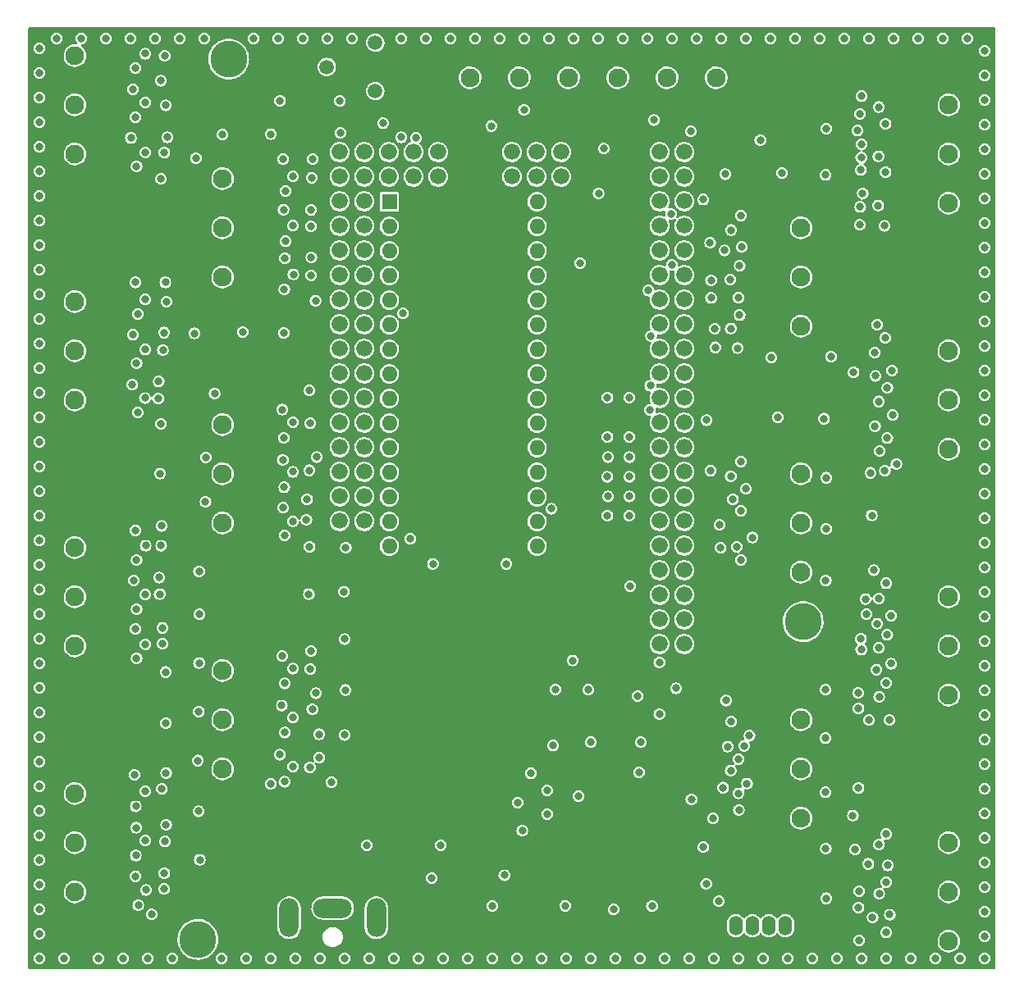
<source format=gbr>
%TF.GenerationSoftware,KiCad,Pcbnew,(6.0.1)*%
%TF.CreationDate,2022-10-30T18:49:11+02:00*%
%TF.ProjectId,stairway-to-heaven-pcb,73746169-7277-4617-992d-746f2d686561,rev?*%
%TF.SameCoordinates,Original*%
%TF.FileFunction,Copper,L3,Inr*%
%TF.FilePolarity,Positive*%
%FSLAX46Y46*%
G04 Gerber Fmt 4.6, Leading zero omitted, Abs format (unit mm)*
G04 Created by KiCad (PCBNEW (6.0.1)) date 2022-10-30 18:49:11*
%MOMM*%
%LPD*%
G01*
G04 APERTURE LIST*
%TA.AperFunction,ComponentPad*%
%ADD10C,1.930400*%
%TD*%
%TA.AperFunction,ComponentPad*%
%ADD11R,1.600000X1.600000*%
%TD*%
%TA.AperFunction,ComponentPad*%
%ADD12O,1.600000X1.600000*%
%TD*%
%TA.AperFunction,ComponentPad*%
%ADD13C,3.800000*%
%TD*%
%TA.AperFunction,ComponentPad*%
%ADD14C,1.676400*%
%TD*%
%TA.AperFunction,ComponentPad*%
%ADD15O,4.500000X2.250000*%
%TD*%
%TA.AperFunction,ComponentPad*%
%ADD16O,4.000000X2.000000*%
%TD*%
%TA.AperFunction,ComponentPad*%
%ADD17O,2.000000X4.000000*%
%TD*%
%TA.AperFunction,ComponentPad*%
%ADD18C,1.500000*%
%TD*%
%TA.AperFunction,ComponentPad*%
%ADD19R,1.400000X2.000001*%
%TD*%
%TA.AperFunction,ComponentPad*%
%ADD20O,1.400000X2.000001*%
%TD*%
%TA.AperFunction,ViaPad*%
%ADD21C,0.800000*%
%TD*%
G04 APERTURE END LIST*
D10*
%TO.N,/SENSOR1*%
%TO.C,J16*%
X146812000Y-46736000D03*
%TO.N,/SENSOR2*%
X151892000Y-46736000D03*
%TO.N,+5V*%
X156972000Y-46736000D03*
%TO.N,GND*%
X162052000Y-46736000D03*
%TO.N,/SENSOR3*%
X167132000Y-46736000D03*
%TO.N,/SENSOR4*%
X172212000Y-46736000D03*
%TD*%
D11*
%TO.N,unconnected-(A1-Pad1)*%
%TO.C,A1*%
X138480800Y-59537600D03*
D12*
%TO.N,unconnected-(A1-Pad2)*%
X138480800Y-62077600D03*
%TO.N,unconnected-(A1-Pad3)*%
X138480800Y-64617600D03*
%TO.N,GND*%
X138480800Y-67157600D03*
%TO.N,/LED10B_EN*%
X138480800Y-69697600D03*
%TO.N,/LED10R_EN*%
X138480800Y-72237600D03*
%TO.N,/LED10G_EN*%
X138480800Y-74777600D03*
%TO.N,/LED8B_EN*%
X138480800Y-77317600D03*
%TO.N,/LED8R_EN*%
X138480800Y-79857600D03*
%TO.N,/LED8G_EN*%
X138480800Y-82397600D03*
%TO.N,/LED11B_EN*%
X138480800Y-84937600D03*
%TO.N,/LED11R_EN*%
X138480800Y-87477600D03*
%TO.N,/LED11G_EN*%
X138480800Y-90017600D03*
%TO.N,/LED9B_EN*%
X138480800Y-92557600D03*
%TO.N,/LED9G_EN*%
X138480800Y-95097600D03*
%TO.N,/LED9R_EN*%
X153720800Y-95097600D03*
%TO.N,unconnected-(A1-Pad17)*%
X153720800Y-92557600D03*
%TO.N,unconnected-(A1-Pad18)*%
X153720800Y-90017600D03*
%TO.N,/LED2B_EN*%
X153720800Y-87477600D03*
%TO.N,/LED2R_EN*%
X153720800Y-84937600D03*
%TO.N,/LED2G_EN*%
X153720800Y-82397600D03*
%TO.N,/LED4B_EN*%
X153720800Y-79857600D03*
%TO.N,/LED4R_EN*%
X153720800Y-77317600D03*
%TO.N,/LED4G_EN*%
X153720800Y-74777600D03*
%TO.N,/SENSOR4*%
X153720800Y-72237600D03*
%TO.N,/SENSOR3*%
X153720800Y-69697600D03*
%TO.N,+5V*%
X153720800Y-67157600D03*
%TO.N,unconnected-(A1-Pad28)*%
X153720800Y-64617600D03*
%TO.N,GND*%
X153720800Y-62077600D03*
%TO.N,unconnected-(A1-Pad30)*%
X153720800Y-59537600D03*
%TD*%
D10*
%TO.N,+12V*%
%TO.C,J13*%
X121285000Y-72390000D03*
%TO.N,Net-(J13-Pad2)*%
X121285000Y-67310000D03*
%TO.N,Net-(J13-Pad3)*%
X121285000Y-62230000D03*
%TO.N,Net-(J13-Pad4)*%
X121285000Y-57150000D03*
%TD*%
%TO.N,+12V*%
%TO.C,J12*%
X106045000Y-85090000D03*
%TO.N,Net-(J12-Pad2)*%
X106045000Y-80010000D03*
%TO.N,Net-(J12-Pad3)*%
X106045000Y-74930000D03*
%TO.N,Net-(J12-Pad4)*%
X106045000Y-69850000D03*
%TD*%
%TO.N,+12V*%
%TO.C,J4*%
X180975000Y-82550000D03*
%TO.N,Net-(J4-Pad2)*%
X180975000Y-87630000D03*
%TO.N,Net-(J4-Pad3)*%
X180975000Y-92710000D03*
%TO.N,Net-(J4-Pad4)*%
X180975000Y-97790000D03*
%TD*%
%TO.N,+12V*%
%TO.C,J11*%
X121285000Y-97790000D03*
%TO.N,Net-(J11-Pad2)*%
X121285000Y-92710000D03*
%TO.N,Net-(J11-Pad3)*%
X121285000Y-87630000D03*
%TO.N,Net-(J11-Pad4)*%
X121285000Y-82550000D03*
%TD*%
%TO.N,+12V*%
%TO.C,J1*%
X196215000Y-120650000D03*
%TO.N,Net-(J1-Pad2)*%
X196215000Y-125730000D03*
%TO.N,Net-(J1-Pad3)*%
X196215000Y-130810000D03*
%TO.N,Net-(J1-Pad4)*%
X196215000Y-135890000D03*
%TD*%
D13*
%TO.N,GND*%
%TO.C,H3*%
X121894600Y-44805600D03*
%TD*%
%TO.N,GND*%
%TO.C,H2*%
X118719600Y-135712200D03*
%TD*%
D14*
%TO.N,unconnected-(U1-Pad3V3_1)*%
%TO.C,U1*%
X168910000Y-97590000D03*
X166370000Y-97590000D03*
%TO.N,+5V*%
X168910000Y-100130000D03*
X166370000Y-100130000D03*
X151130000Y-54410000D03*
%TO.N,/LED9R_EN*%
X133350000Y-92510000D03*
%TO.N,/LED9G_EN*%
X135890000Y-92510000D03*
%TO.N,/LED9B_EN*%
X133350000Y-89970000D03*
%TO.N,unconnected-(U1-PadA3)*%
X135890000Y-89970000D03*
%TO.N,/LED11G_EN*%
X133350000Y-87430000D03*
%TO.N,/LED11R_EN*%
X135890000Y-87430000D03*
%TO.N,unconnected-(U1-PadA6)*%
X133350000Y-84890000D03*
%TO.N,/LED11B_EN*%
X135890000Y-84890000D03*
%TO.N,unconnected-(U1-PadA8)*%
X133350000Y-82350000D03*
%TO.N,/LED8G_EN*%
X135890000Y-82350000D03*
%TO.N,unconnected-(U1-PadA10)*%
X133350000Y-79810000D03*
%TO.N,/LED8R_EN*%
X135890000Y-79810000D03*
%TO.N,unconnected-(U1-PadA12)*%
X133350000Y-77270000D03*
%TO.N,/LED8B_EN*%
X135890000Y-77270000D03*
%TO.N,/LED10G_EN*%
X133350000Y-74730000D03*
%TO.N,/POT1*%
X135890000Y-74730000D03*
%TO.N,unconnected-(U1-PadAREF)*%
X166370000Y-95050000D03*
%TO.N,/LED2B_EN*%
X166370000Y-89970000D03*
%TO.N,/LED2R_EN*%
X168910000Y-89970000D03*
%TO.N,/LED2G_EN*%
X166370000Y-87430000D03*
%TO.N,unconnected-(U1-PadD5)*%
X168910000Y-87430000D03*
%TO.N,/LED4B_EN*%
X166370000Y-84890000D03*
%TO.N,/LED4R_EN*%
X168910000Y-84890000D03*
%TO.N,/LED1B_EN*%
X166370000Y-82350000D03*
%TO.N,/LED4G_EN*%
X168910000Y-82350000D03*
%TO.N,/LED1G_EN*%
X166370000Y-79810000D03*
%TO.N,/LED1R_EN*%
X168910000Y-79810000D03*
%TO.N,unconnected-(U1-PadD12)*%
X166370000Y-77270000D03*
%TO.N,/LED3B_EN*%
X168910000Y-77270000D03*
%TO.N,/LED3R_EN*%
X166370000Y-74730000D03*
%TO.N,/LED3G_EN*%
X168910000Y-74730000D03*
%TO.N,/LED5B_EN*%
X166370000Y-72190000D03*
%TO.N,/LED5R_EN*%
X168910000Y-72190000D03*
%TO.N,/LED5G_EN*%
X166370000Y-69650000D03*
%TO.N,unconnected-(U1-PadD19)*%
X168910000Y-69650000D03*
%TO.N,/LED6B_EN*%
X166370000Y-67110000D03*
%TO.N,/LED6R_EN*%
X168910000Y-67110000D03*
%TO.N,/LED6G_EN*%
X166370000Y-64570000D03*
%TO.N,unconnected-(U1-PadD23)*%
X168910000Y-64570000D03*
%TO.N,unconnected-(U1-PadD24)*%
X166370000Y-62030000D03*
%TO.N,unconnected-(U1-PadD25)*%
X168910000Y-62030000D03*
%TO.N,/LED7B_EN*%
X166370000Y-59490000D03*
%TO.N,unconnected-(U1-PadD27)*%
X168910000Y-59490000D03*
%TO.N,/SENSOR4*%
X166370000Y-56950000D03*
%TO.N,/LED7R_EN*%
X168910000Y-56950000D03*
%TO.N,/SENSOR3*%
X166370000Y-54410000D03*
%TO.N,/LED7G_EN*%
X168910000Y-54410000D03*
%TO.N,/LED10B_EN*%
X133350000Y-72190000D03*
%TO.N,/LED10R_EN*%
X135890000Y-72190000D03*
%TO.N,/LED12R_EN*%
X133350000Y-69650000D03*
%TO.N,/LED12G_EN*%
X135890000Y-69650000D03*
%TO.N,unconnected-(U1-PadD36)*%
X133350000Y-67110000D03*
%TO.N,/LED12B_EN*%
X135890000Y-67110000D03*
%TO.N,/LED13R_EN*%
X133350000Y-64570000D03*
%TO.N,/LED13G_EN*%
X135890000Y-64570000D03*
%TO.N,/LED13B_EN*%
X133350000Y-62030000D03*
%TO.N,unconnected-(U1-PadD41)*%
X135890000Y-62030000D03*
%TO.N,unconnected-(U1-PadD42)*%
X133350000Y-59490000D03*
%TO.N,unconnected-(U1-PadD43)*%
X135890000Y-59490000D03*
%TO.N,unconnected-(U1-PadD44)*%
X133350000Y-56950000D03*
%TO.N,unconnected-(U1-PadD45)*%
X135890000Y-56950000D03*
%TO.N,unconnected-(U1-PadD46)*%
X133350000Y-54410000D03*
%TO.N,unconnected-(U1-PadD47)*%
X135890000Y-54410000D03*
%TO.N,/LED14R_EN*%
X138430000Y-54410000D03*
%TO.N,/LED14G_EN*%
X138430000Y-56950000D03*
%TO.N,unconnected-(U1-PadD50)*%
X140970000Y-54410000D03*
%TO.N,/LED14B_EN*%
X140970000Y-56950000D03*
%TO.N,/SENSOR1*%
X143510000Y-54410000D03*
%TO.N,/SENSOR2*%
X143510000Y-56950000D03*
%TO.N,GND*%
X168910000Y-102670000D03*
X166370000Y-102670000D03*
X156210000Y-54410000D03*
%TO.N,unconnected-(U1-PadMISO)*%
X151130000Y-56950000D03*
%TO.N,unconnected-(U1-PadMOSI)*%
X153670000Y-54410000D03*
%TO.N,unconnected-(U1-PadRESET)*%
X156210000Y-56950000D03*
%TO.N,unconnected-(U1-PadRST)*%
X168910000Y-95050000D03*
%TO.N,unconnected-(U1-PadRX)*%
X166370000Y-92510000D03*
%TO.N,unconnected-(U1-PadSCK)*%
X153670000Y-56950000D03*
%TO.N,unconnected-(U1-PadTX)*%
X168910000Y-92510000D03*
%TO.N,unconnected-(U1-PadVIN_1)*%
X168910000Y-105210000D03*
X166370000Y-105210000D03*
%TD*%
D10*
%TO.N,+12V*%
%TO.C,J9*%
X121285000Y-123190000D03*
%TO.N,Net-(J9-Pad2)*%
X121285000Y-118110000D03*
%TO.N,Net-(J9-Pad3)*%
X121285000Y-113030000D03*
%TO.N,Net-(J9-Pad4)*%
X121285000Y-107950000D03*
%TD*%
%TO.N,+12V*%
%TO.C,J2*%
X196215000Y-95250000D03*
%TO.N,Net-(J2-Pad2)*%
X196215000Y-100330000D03*
%TO.N,Net-(J2-Pad3)*%
X196215000Y-105410000D03*
%TO.N,Net-(J2-Pad4)*%
X196215000Y-110490000D03*
%TD*%
D15*
%TO.N,+12V*%
%TO.C,J15*%
X132634600Y-126477000D03*
D16*
%TO.N,GND*%
X132634600Y-132477000D03*
D17*
X137134600Y-133477000D03*
X128134600Y-133477000D03*
%TD*%
D10*
%TO.N,+12V*%
%TO.C,J5*%
X196215000Y-69850000D03*
%TO.N,Net-(J5-Pad2)*%
X196215000Y-74930000D03*
%TO.N,Net-(J5-Pad3)*%
X196215000Y-80010000D03*
%TO.N,Net-(J5-Pad4)*%
X196215000Y-85090000D03*
%TD*%
D13*
%TO.N,GND*%
%TO.C,H1*%
X181178200Y-102895400D03*
%TD*%
D18*
%TO.N,+5V*%
%TO.C,RV100k1*%
X137018400Y-48118400D03*
%TO.N,/POT1*%
X132018400Y-45618400D03*
%TO.N,GND*%
X137018400Y-43118400D03*
%TD*%
D10*
%TO.N,+12V*%
%TO.C,J14*%
X106045000Y-59690000D03*
%TO.N,Net-(J14-Pad2)*%
X106045000Y-54610000D03*
%TO.N,Net-(J14-Pad3)*%
X106045000Y-49530000D03*
%TO.N,Net-(J14-Pad4)*%
X106045000Y-44450000D03*
%TD*%
%TO.N,+12V*%
%TO.C,J10*%
X106045000Y-110490000D03*
%TO.N,Net-(J10-Pad2)*%
X106045000Y-105410000D03*
%TO.N,Net-(J10-Pad3)*%
X106045000Y-100330000D03*
%TO.N,Net-(J10-Pad4)*%
X106045000Y-95250000D03*
%TD*%
D19*
%TO.N,+12V*%
%TO.C,U2*%
X172540800Y-134315200D03*
D20*
%TO.N,Net-(D1-Pad1)*%
X174240800Y-134315200D03*
%TO.N,GND*%
X175940801Y-134315200D03*
%TO.N,+5V*%
X177640800Y-134315200D03*
%TO.N,GND*%
X179340800Y-134315200D03*
%TD*%
D10*
%TO.N,+12V*%
%TO.C,J7*%
X196215000Y-44450000D03*
%TO.N,Net-(J7-Pad2)*%
X196215000Y-49530000D03*
%TO.N,Net-(J7-Pad3)*%
X196215000Y-54610000D03*
%TO.N,Net-(J7-Pad4)*%
X196215000Y-59690000D03*
%TD*%
%TO.N,+12V*%
%TO.C,J8*%
X106045000Y-135890000D03*
%TO.N,Net-(J8-Pad2)*%
X106045000Y-130810000D03*
%TO.N,Net-(J8-Pad3)*%
X106045000Y-125730000D03*
%TO.N,Net-(J8-Pad4)*%
X106045000Y-120650000D03*
%TD*%
%TO.N,+12V*%
%TO.C,J6*%
X180975000Y-57150000D03*
%TO.N,Net-(J6-Pad2)*%
X180975000Y-62230000D03*
%TO.N,Net-(J6-Pad3)*%
X180975000Y-67310000D03*
%TO.N,Net-(J6-Pad4)*%
X180975000Y-72390000D03*
%TD*%
%TO.N,+12V*%
%TO.C,J3*%
X180975000Y-107950000D03*
%TO.N,Net-(J3-Pad2)*%
X180975000Y-113030000D03*
%TO.N,Net-(J3-Pad3)*%
X180975000Y-118110000D03*
%TO.N,Net-(J3-Pad4)*%
X180975000Y-123190000D03*
%TD*%
D21*
%TO.N,GND*%
X199898000Y-137668000D03*
X183337200Y-81940400D03*
X166878000Y-137668000D03*
X113309400Y-105232200D03*
X178562000Y-81788000D03*
X128549400Y-107746800D03*
X113284000Y-74803000D03*
X183565800Y-88036400D03*
X130530600Y-111963200D03*
X186969400Y-135813800D03*
X173710600Y-72618600D03*
X128549400Y-117856000D03*
X152400000Y-42672000D03*
X118846600Y-107162600D03*
X118516400Y-55041800D03*
X142976600Y-96926400D03*
X130987800Y-85902800D03*
X187147200Y-104673400D03*
X115392200Y-49580800D03*
X183489600Y-120523000D03*
X102362000Y-124968000D03*
X115112800Y-74879200D03*
X189077600Y-85267800D03*
X152196800Y-124485400D03*
X113284000Y-44246800D03*
X177800000Y-42672000D03*
X112268000Y-67868800D03*
X183515000Y-126314200D03*
X187198000Y-137668000D03*
X197358000Y-137668000D03*
X118719600Y-117246400D03*
X118897400Y-102133400D03*
X171221400Y-82092800D03*
X173380400Y-115798600D03*
X115341400Y-125603000D03*
X115443000Y-118516400D03*
X172720000Y-42672000D03*
X199898000Y-61722000D03*
X102362000Y-137668000D03*
X116078000Y-137668000D03*
X199898000Y-109982000D03*
X188112400Y-87528400D03*
X114630200Y-79857600D03*
X174320200Y-95173800D03*
X171627800Y-87299800D03*
X151638000Y-137668000D03*
X126238000Y-52552600D03*
X102362000Y-86868000D03*
X149860000Y-42672000D03*
X113284000Y-100101400D03*
X173710600Y-87884000D03*
X113258600Y-79806800D03*
X102362000Y-132588000D03*
X199898000Y-107442000D03*
X188823600Y-72237600D03*
X114985800Y-93014800D03*
X199898000Y-51562000D03*
X169646600Y-121259600D03*
X199898000Y-66802000D03*
X171881800Y-123215400D03*
X157480000Y-42672000D03*
X147320000Y-42672000D03*
X102362000Y-130048000D03*
X199898000Y-104902000D03*
X153085800Y-118541800D03*
X146558000Y-137668000D03*
X174396400Y-74650600D03*
X102362000Y-135128000D03*
X128549400Y-56921400D03*
X188264800Y-91922600D03*
X176758600Y-53187600D03*
X175285400Y-89179400D03*
X172669200Y-95275400D03*
X172923200Y-120040400D03*
X189001400Y-125933200D03*
X171170600Y-129997200D03*
X130327400Y-82423000D03*
X183565800Y-51993800D03*
X168046400Y-109778800D03*
X170180000Y-42672000D03*
X108458000Y-137668000D03*
X121259600Y-52603400D03*
X102362000Y-71628000D03*
X112293400Y-129184400D03*
X188976000Y-49758600D03*
X130251200Y-95173800D03*
X150545800Y-96926400D03*
X172491400Y-131775200D03*
X102362000Y-109728000D03*
X128524000Y-112801400D03*
X188976000Y-80162400D03*
X130860800Y-69748400D03*
X188468000Y-97586800D03*
X183489600Y-109931200D03*
X190246000Y-102285800D03*
X115087400Y-105181400D03*
X112293400Y-103632000D03*
X128574800Y-67030600D03*
X102362000Y-58928000D03*
X199898000Y-122682000D03*
X119380000Y-42672000D03*
X152374600Y-50038000D03*
X130581400Y-55118000D03*
X188823600Y-103098600D03*
X102362000Y-46228000D03*
X183540400Y-93319600D03*
X170891200Y-126187200D03*
X133858000Y-104698800D03*
X186309000Y-122910600D03*
X102362000Y-64008000D03*
X164109400Y-110566200D03*
X102362000Y-122428000D03*
X171577000Y-63779400D03*
X102362000Y-79248000D03*
X126238000Y-137668000D03*
X199898000Y-102362000D03*
X102362000Y-84328000D03*
X156718000Y-137668000D03*
X173659800Y-67564000D03*
X155219400Y-91236800D03*
X186893200Y-111861600D03*
X199898000Y-43942000D03*
X136398000Y-137668000D03*
X128524000Y-62001400D03*
X102362000Y-51308000D03*
X115570000Y-52882800D03*
X164338000Y-137668000D03*
X199898000Y-112522000D03*
X148996400Y-51714400D03*
X175945800Y-94208600D03*
X130327400Y-107797600D03*
X114706400Y-98348800D03*
X119507000Y-90525600D03*
X119532400Y-85928200D03*
X115417600Y-113385600D03*
X102362000Y-48768000D03*
X114909600Y-82473800D03*
X199898000Y-115062000D03*
X130403600Y-105918000D03*
X188976000Y-105613200D03*
X102362000Y-43688000D03*
X175641000Y-114681000D03*
X127508000Y-55118000D03*
X113284000Y-69621400D03*
X123342400Y-72974200D03*
X102362000Y-81788000D03*
X136169400Y-125984000D03*
X190271400Y-107238800D03*
X188341000Y-133426200D03*
X113309400Y-49276000D03*
X113538000Y-137668000D03*
X189915800Y-128066800D03*
X127558800Y-60350400D03*
X189001400Y-100507800D03*
X102362000Y-107188000D03*
X165582600Y-132283200D03*
X127406400Y-106451400D03*
X149098000Y-132257800D03*
X112014000Y-73279000D03*
X102362000Y-91948000D03*
X199898000Y-132842000D03*
X173710600Y-118262400D03*
X178993800Y-56565800D03*
X155600400Y-109905800D03*
X102362000Y-112268000D03*
X177038000Y-137668000D03*
X199898000Y-89662000D03*
X187020200Y-61925200D03*
X113944400Y-133121400D03*
X137820400Y-51435000D03*
X102362000Y-66548000D03*
X175260000Y-42672000D03*
X187045600Y-50469800D03*
X111760000Y-42672000D03*
X115468400Y-69850000D03*
X186791600Y-52197000D03*
X174498000Y-137668000D03*
X130225800Y-79019400D03*
X183515000Y-98653600D03*
X129540000Y-42672000D03*
X172542200Y-92913200D03*
X128524000Y-92532200D03*
X128549400Y-82296000D03*
X187172600Y-54991000D03*
X188569600Y-75107800D03*
X187071000Y-60071000D03*
X187706000Y-102108000D03*
X127533400Y-91135200D03*
X193040000Y-42672000D03*
X199898000Y-92202000D03*
X115265200Y-54457600D03*
X180340000Y-42672000D03*
X184658000Y-137668000D03*
X131318000Y-137668000D03*
X128524000Y-87426800D03*
X199898000Y-127762000D03*
X102362000Y-117348000D03*
X138938000Y-137668000D03*
X102362000Y-74168000D03*
X187604400Y-100558600D03*
X172110400Y-74574400D03*
X160020000Y-42672000D03*
X114300000Y-42672000D03*
X115011200Y-120167400D03*
X158165800Y-65862200D03*
X190398400Y-81559400D03*
X115062000Y-103530400D03*
X166344600Y-112445800D03*
X102362000Y-114808000D03*
X186893200Y-120065800D03*
X121158000Y-137668000D03*
X164414200Y-115341400D03*
X129921000Y-92405200D03*
X113309400Y-125501400D03*
X112344200Y-124180600D03*
X126238000Y-119634000D03*
X118795800Y-122478800D03*
X169418000Y-137668000D03*
X199898000Y-49022000D03*
X160604200Y-54051200D03*
X182118000Y-137668000D03*
X199898000Y-99822000D03*
X102362000Y-94488000D03*
X154940000Y-42672000D03*
X173761400Y-113233200D03*
X199898000Y-84582000D03*
X161798000Y-137668000D03*
X102362000Y-127508000D03*
X174498000Y-69443600D03*
X102362000Y-56388000D03*
X172059600Y-72644000D03*
X187985400Y-113055400D03*
X118364000Y-73126600D03*
X114681000Y-78105000D03*
X114782600Y-100050600D03*
X130454400Y-57048400D03*
X149098000Y-137668000D03*
X133426200Y-52425600D03*
X173736000Y-62458600D03*
X127381000Y-111556800D03*
X156616400Y-132232400D03*
X114909600Y-57175400D03*
X165811200Y-51104800D03*
X130276600Y-117957600D03*
X199898000Y-82042000D03*
X183489600Y-114935000D03*
X190804800Y-86614000D03*
X102362000Y-53848000D03*
X187909200Y-127914400D03*
X131241800Y-114528600D03*
X109220000Y-42672000D03*
X183489600Y-56769000D03*
X104140000Y-42672000D03*
X129997200Y-90246200D03*
X102362000Y-61468000D03*
X159004000Y-109931200D03*
X127203200Y-116636800D03*
X127584200Y-73075800D03*
X167640000Y-42672000D03*
X199898000Y-64262000D03*
X154762200Y-120319800D03*
X142240000Y-42672000D03*
X174828200Y-64211200D03*
X131241800Y-116916200D03*
X120446800Y-79324200D03*
X199898000Y-94742000D03*
X155371800Y-115697000D03*
X111963200Y-78435200D03*
X127482600Y-86207600D03*
X199898000Y-54102000D03*
X190093600Y-113055400D03*
X198120000Y-42672000D03*
X130429000Y-65278000D03*
X185420000Y-42672000D03*
X130378200Y-62077600D03*
X113334800Y-95046800D03*
X116840000Y-42672000D03*
X189687200Y-56464200D03*
X141478000Y-137668000D03*
X102362000Y-104648000D03*
X159258000Y-137668000D03*
X127431800Y-81000600D03*
X189611000Y-87325200D03*
X114935000Y-95046800D03*
X189738000Y-137668000D03*
X189026800Y-130987800D03*
X170865800Y-59309000D03*
X102362000Y-102108000D03*
X102362000Y-69088000D03*
X199898000Y-97282000D03*
X115265200Y-128879600D03*
X199898000Y-79502000D03*
X199898000Y-74422000D03*
X164236400Y-118440200D03*
X160070800Y-58674000D03*
X186969400Y-130733800D03*
X115290600Y-44475400D03*
X139700000Y-42672000D03*
X188645800Y-77520800D03*
X182880000Y-42672000D03*
X189026800Y-110642400D03*
X186385200Y-77165200D03*
X187172600Y-105791000D03*
X194818000Y-137668000D03*
X132511800Y-119481600D03*
X173126400Y-56692800D03*
X199898000Y-125222000D03*
X186842400Y-110261400D03*
X161620200Y-132613400D03*
X169570400Y-52273200D03*
X115392200Y-108102400D03*
X186537600Y-126441200D03*
X115239800Y-130505200D03*
X114884200Y-47040800D03*
X186893200Y-132435600D03*
X184048400Y-75539600D03*
X143789400Y-125984000D03*
X115239800Y-73050400D03*
X130175000Y-100050600D03*
X102362000Y-119888000D03*
X199898000Y-130302000D03*
X188747400Y-107848400D03*
X113284000Y-120396000D03*
X102362000Y-97028000D03*
X130200400Y-87274400D03*
X187960000Y-42672000D03*
X133375400Y-49123600D03*
X144780000Y-42672000D03*
X118922800Y-127482600D03*
X127000000Y-42672000D03*
X118846600Y-97713800D03*
X173939200Y-90246200D03*
X130886200Y-110286800D03*
X199898000Y-120142000D03*
X157378400Y-106908600D03*
X133858000Y-137668000D03*
X130403600Y-67132200D03*
X154178000Y-137668000D03*
X102362000Y-89408000D03*
X199898000Y-117602000D03*
X110998000Y-137668000D03*
X199898000Y-87122000D03*
X199898000Y-59182000D03*
X106680000Y-42672000D03*
X162560000Y-42672000D03*
X112014000Y-47929800D03*
X199898000Y-76962000D03*
X113360200Y-130606800D03*
X113309400Y-54432200D03*
X166344600Y-107111800D03*
X188950600Y-54838600D03*
X111810800Y-52959000D03*
X189585600Y-62026800D03*
X183565800Y-131470400D03*
X171678600Y-69469000D03*
X173075600Y-64566800D03*
X127711200Y-65379600D03*
X102362000Y-76708000D03*
X188595000Y-82702400D03*
X151714200Y-121589800D03*
X124460000Y-42672000D03*
X150342600Y-129082800D03*
X199898000Y-69342000D03*
X130403600Y-60375800D03*
X189687200Y-51485800D03*
X165100000Y-42672000D03*
X132080000Y-42672000D03*
X102362000Y-99568000D03*
X154762200Y-122758200D03*
X127203200Y-49098200D03*
X104902000Y-137668000D03*
X195580000Y-42672000D03*
X192278000Y-137668000D03*
X179578000Y-137668000D03*
X190500000Y-42672000D03*
X133959600Y-109956600D03*
X163322000Y-99237800D03*
X112268000Y-93472000D03*
X123698000Y-137668000D03*
X190119000Y-133146800D03*
X112166400Y-118694200D03*
X157988000Y-120904000D03*
X188925200Y-59918600D03*
X199898000Y-71882000D03*
X199898000Y-46482000D03*
X112115600Y-98628200D03*
X199898000Y-135382000D03*
X128778000Y-137668000D03*
X134620000Y-42672000D03*
X133883400Y-114604800D03*
X118821200Y-112191800D03*
X171678600Y-67640200D03*
X175082200Y-115722400D03*
X133985000Y-95250000D03*
X177901600Y-75641200D03*
X115443000Y-123875800D03*
X159258000Y-115341400D03*
X142849600Y-129362200D03*
X199898000Y-56642000D03*
X190347600Y-76962000D03*
X187147200Y-56261000D03*
X114833400Y-87604600D03*
X115366800Y-67868800D03*
X174523400Y-120624600D03*
X133807200Y-99796600D03*
X171958000Y-137668000D03*
X175387000Y-119608600D03*
X144018000Y-137668000D03*
%TO.N,/LED1R_EN*%
X165404800Y-78536800D03*
X189738000Y-129794000D03*
%TO.N,/LED3R_EN*%
X189865000Y-104267000D03*
%TO.N,/LED2R_EN*%
X174498000Y-117094000D03*
X161036000Y-89966800D03*
X163271200Y-89966800D03*
%TO.N,/LED4R_EN*%
X163220400Y-83820000D03*
X160985200Y-83820000D03*
X174752000Y-91440000D03*
%TO.N,/LED5R_EN*%
X189865000Y-78740000D03*
X167625150Y-66033749D03*
%TO.N,/LED6R_EN*%
X174625000Y-66167000D03*
X167538400Y-60782200D03*
%TO.N,/LED7R_EN*%
X187197989Y-53594000D03*
%TO.N,/LED8R_EN*%
X112318800Y-127050800D03*
%TO.N,/LED10R_EN*%
X112395000Y-101600000D03*
%TO.N,/LED11R_EN*%
X127635000Y-89027000D03*
%TO.N,/LED12R_EN*%
X112395000Y-76200000D03*
%TO.N,/LED13R_EN*%
X127762000Y-63627000D03*
%TO.N,/LED14R_EN*%
X139700000Y-52882800D03*
X112268000Y-50800000D03*
%TO.N,/LED9G_EN*%
X127660400Y-119430800D03*
%TO.N,/LED2G_EN*%
X173202600Y-111048800D03*
X160985200Y-87934800D03*
X163271200Y-87934800D03*
%TO.N,/LED2B_EN*%
X174550995Y-122339194D03*
X160985200Y-91948000D03*
X163220400Y-91948000D03*
%TO.N,/LED1G_EN*%
X189738000Y-124841000D03*
%TO.N,/LED1B_EN*%
X189738000Y-135001000D03*
%TO.N,/LED5B_EN*%
X189865000Y-83947000D03*
%TO.N,/LED5G_EN*%
X189636400Y-73609200D03*
%TO.N,/LED6B_EN*%
X174625000Y-71247000D03*
%TO.N,/LED6G_EN*%
X174752000Y-60960000D03*
%TO.N,/LED13G_EN*%
X127635000Y-68580000D03*
%TO.N,/LED13B_EN*%
X127762000Y-58420000D03*
%TO.N,/LED14G_EN*%
X112395000Y-55880000D03*
X141224000Y-52959000D03*
%TO.N,/LED14B_EN*%
X112268000Y-45720000D03*
%TO.N,/LED3G_EN*%
X189738000Y-98933000D03*
X165227000Y-68707000D03*
%TO.N,/LED3B_EN*%
X189738000Y-109220000D03*
X165481000Y-73406000D03*
%TO.N,/LED4G_EN*%
X165354000Y-81026000D03*
X160985200Y-79756000D03*
X163220400Y-79756000D03*
X174752000Y-86360000D03*
%TO.N,/LED4B_EN*%
X161036000Y-85902800D03*
X174752000Y-96520000D03*
X163271200Y-85902800D03*
%TO.N,/LED7G_EN*%
X187198000Y-48641000D03*
%TO.N,/LED7B_EN*%
X187325000Y-58674000D03*
%TO.N,/LED8G_EN*%
X112572800Y-132181600D03*
%TO.N,/LED8B_EN*%
X112318800Y-121970800D03*
%TO.N,/LED9R_EN*%
X140639800Y-94335600D03*
X127711200Y-114350800D03*
%TO.N,/LED9B_EN*%
X127660400Y-109270800D03*
%TO.N,/LED10G_EN*%
X112395000Y-106680000D03*
%TO.N,/LED10B_EN*%
X112395000Y-96520000D03*
%TO.N,/LED11G_EN*%
X127660400Y-93980000D03*
%TO.N,/LED11B_EN*%
X127584200Y-83921600D03*
%TO.N,/LED12G_EN*%
X139903200Y-71069200D03*
X112522000Y-81280000D03*
%TO.N,/LED12B_EN*%
X112522000Y-71120000D03*
%TD*%
%TA.AperFunction,Conductor*%
%TO.N,+12V*%
G36*
X200982621Y-41549502D02*
G01*
X201029114Y-41603158D01*
X201040500Y-41655500D01*
X201040500Y-138684500D01*
X201020498Y-138752621D01*
X200966842Y-138799114D01*
X200914500Y-138810500D01*
X101345500Y-138810500D01*
X101277379Y-138790498D01*
X101230886Y-138736842D01*
X101219500Y-138684500D01*
X101219500Y-137668000D01*
X101756318Y-137668000D01*
X101757396Y-137676188D01*
X101775626Y-137814656D01*
X101776956Y-137824762D01*
X101837464Y-137970841D01*
X101933718Y-138096282D01*
X102059159Y-138192536D01*
X102205238Y-138253044D01*
X102362000Y-138273682D01*
X102370188Y-138272604D01*
X102510574Y-138254122D01*
X102518762Y-138253044D01*
X102664841Y-138192536D01*
X102790282Y-138096282D01*
X102886536Y-137970841D01*
X102947044Y-137824762D01*
X102948375Y-137814656D01*
X102966604Y-137676188D01*
X102967682Y-137668000D01*
X104296318Y-137668000D01*
X104297396Y-137676188D01*
X104315626Y-137814656D01*
X104316956Y-137824762D01*
X104377464Y-137970841D01*
X104473718Y-138096282D01*
X104599159Y-138192536D01*
X104745238Y-138253044D01*
X104902000Y-138273682D01*
X104910188Y-138272604D01*
X105050574Y-138254122D01*
X105058762Y-138253044D01*
X105204841Y-138192536D01*
X105330282Y-138096282D01*
X105426536Y-137970841D01*
X105487044Y-137824762D01*
X105488375Y-137814656D01*
X105506604Y-137676188D01*
X105507682Y-137668000D01*
X107852318Y-137668000D01*
X107853396Y-137676188D01*
X107871626Y-137814656D01*
X107872956Y-137824762D01*
X107933464Y-137970841D01*
X108029718Y-138096282D01*
X108155159Y-138192536D01*
X108301238Y-138253044D01*
X108458000Y-138273682D01*
X108466188Y-138272604D01*
X108606574Y-138254122D01*
X108614762Y-138253044D01*
X108760841Y-138192536D01*
X108886282Y-138096282D01*
X108982536Y-137970841D01*
X109043044Y-137824762D01*
X109044375Y-137814656D01*
X109062604Y-137676188D01*
X109063682Y-137668000D01*
X110392318Y-137668000D01*
X110393396Y-137676188D01*
X110411626Y-137814656D01*
X110412956Y-137824762D01*
X110473464Y-137970841D01*
X110569718Y-138096282D01*
X110695159Y-138192536D01*
X110841238Y-138253044D01*
X110998000Y-138273682D01*
X111006188Y-138272604D01*
X111146574Y-138254122D01*
X111154762Y-138253044D01*
X111300841Y-138192536D01*
X111426282Y-138096282D01*
X111522536Y-137970841D01*
X111583044Y-137824762D01*
X111584375Y-137814656D01*
X111602604Y-137676188D01*
X111603682Y-137668000D01*
X112932318Y-137668000D01*
X112933396Y-137676188D01*
X112951626Y-137814656D01*
X112952956Y-137824762D01*
X113013464Y-137970841D01*
X113109718Y-138096282D01*
X113235159Y-138192536D01*
X113381238Y-138253044D01*
X113538000Y-138273682D01*
X113546188Y-138272604D01*
X113686574Y-138254122D01*
X113694762Y-138253044D01*
X113840841Y-138192536D01*
X113966282Y-138096282D01*
X114062536Y-137970841D01*
X114123044Y-137824762D01*
X114124375Y-137814656D01*
X114142604Y-137676188D01*
X114143682Y-137668000D01*
X115472318Y-137668000D01*
X115473396Y-137676188D01*
X115491626Y-137814656D01*
X115492956Y-137824762D01*
X115553464Y-137970841D01*
X115649718Y-138096282D01*
X115775159Y-138192536D01*
X115921238Y-138253044D01*
X116078000Y-138273682D01*
X116086188Y-138272604D01*
X116226574Y-138254122D01*
X116234762Y-138253044D01*
X116380841Y-138192536D01*
X116506282Y-138096282D01*
X116602536Y-137970841D01*
X116663044Y-137824762D01*
X116664375Y-137814656D01*
X116682604Y-137676188D01*
X116683682Y-137668000D01*
X116663044Y-137511238D01*
X116602536Y-137365159D01*
X116506282Y-137239718D01*
X116380841Y-137143464D01*
X116234762Y-137082956D01*
X116078000Y-137062318D01*
X115921238Y-137082956D01*
X115775159Y-137143464D01*
X115649718Y-137239718D01*
X115553464Y-137365159D01*
X115492956Y-137511238D01*
X115472318Y-137668000D01*
X114143682Y-137668000D01*
X114123044Y-137511238D01*
X114062536Y-137365159D01*
X113966282Y-137239718D01*
X113840841Y-137143464D01*
X113694762Y-137082956D01*
X113538000Y-137062318D01*
X113381238Y-137082956D01*
X113235159Y-137143464D01*
X113109718Y-137239718D01*
X113013464Y-137365159D01*
X112952956Y-137511238D01*
X112932318Y-137668000D01*
X111603682Y-137668000D01*
X111583044Y-137511238D01*
X111522536Y-137365159D01*
X111426282Y-137239718D01*
X111300841Y-137143464D01*
X111154762Y-137082956D01*
X110998000Y-137062318D01*
X110841238Y-137082956D01*
X110695159Y-137143464D01*
X110569718Y-137239718D01*
X110473464Y-137365159D01*
X110412956Y-137511238D01*
X110392318Y-137668000D01*
X109063682Y-137668000D01*
X109043044Y-137511238D01*
X108982536Y-137365159D01*
X108886282Y-137239718D01*
X108760841Y-137143464D01*
X108614762Y-137082956D01*
X108458000Y-137062318D01*
X108301238Y-137082956D01*
X108155159Y-137143464D01*
X108029718Y-137239718D01*
X107933464Y-137365159D01*
X107872956Y-137511238D01*
X107852318Y-137668000D01*
X105507682Y-137668000D01*
X105487044Y-137511238D01*
X105426536Y-137365159D01*
X105330282Y-137239718D01*
X105204841Y-137143464D01*
X105058762Y-137082956D01*
X104902000Y-137062318D01*
X104745238Y-137082956D01*
X104599159Y-137143464D01*
X104473718Y-137239718D01*
X104377464Y-137365159D01*
X104316956Y-137511238D01*
X104296318Y-137668000D01*
X102967682Y-137668000D01*
X102947044Y-137511238D01*
X102886536Y-137365159D01*
X102790282Y-137239718D01*
X102664841Y-137143464D01*
X102518762Y-137082956D01*
X102362000Y-137062318D01*
X102205238Y-137082956D01*
X102059159Y-137143464D01*
X101933718Y-137239718D01*
X101837464Y-137365159D01*
X101776956Y-137511238D01*
X101756318Y-137668000D01*
X101219500Y-137668000D01*
X101219500Y-135128000D01*
X101756318Y-135128000D01*
X101776956Y-135284762D01*
X101837464Y-135430841D01*
X101933718Y-135556282D01*
X102059159Y-135652536D01*
X102205238Y-135713044D01*
X102362000Y-135733682D01*
X102370188Y-135732604D01*
X102510574Y-135714122D01*
X102518762Y-135713044D01*
X102574026Y-135690153D01*
X116614307Y-135690153D01*
X116630794Y-135976078D01*
X116631619Y-135980283D01*
X116631620Y-135980291D01*
X116649618Y-136072025D01*
X116685932Y-136257120D01*
X116687319Y-136261170D01*
X116687320Y-136261175D01*
X116773567Y-136513081D01*
X116778702Y-136528078D01*
X116907387Y-136783940D01*
X116909813Y-136787469D01*
X116909816Y-136787475D01*
X117056648Y-137001116D01*
X117069606Y-137019970D01*
X117072493Y-137023143D01*
X117072494Y-137023144D01*
X117113036Y-137067699D01*
X117262356Y-137231800D01*
X117482072Y-137415511D01*
X117724688Y-137567703D01*
X117728590Y-137569465D01*
X117728594Y-137569467D01*
X117981802Y-137683795D01*
X117981806Y-137683797D01*
X117985714Y-137685561D01*
X117989833Y-137686781D01*
X118256206Y-137765685D01*
X118256211Y-137765686D01*
X118260319Y-137766903D01*
X118264553Y-137767551D01*
X118264558Y-137767552D01*
X118511814Y-137805387D01*
X118543424Y-137810224D01*
X118689189Y-137812514D01*
X118825498Y-137814656D01*
X118825504Y-137814656D01*
X118829789Y-137814723D01*
X118834041Y-137814208D01*
X118834049Y-137814208D01*
X119053821Y-137787611D01*
X119114114Y-137780315D01*
X119118262Y-137779227D01*
X119118266Y-137779226D01*
X119386988Y-137708728D01*
X119391139Y-137707639D01*
X119395100Y-137705999D01*
X119395104Y-137705997D01*
X119486837Y-137668000D01*
X120552318Y-137668000D01*
X120553396Y-137676188D01*
X120571626Y-137814656D01*
X120572956Y-137824762D01*
X120633464Y-137970841D01*
X120729718Y-138096282D01*
X120855159Y-138192536D01*
X121001238Y-138253044D01*
X121158000Y-138273682D01*
X121166188Y-138272604D01*
X121306574Y-138254122D01*
X121314762Y-138253044D01*
X121460841Y-138192536D01*
X121586282Y-138096282D01*
X121682536Y-137970841D01*
X121743044Y-137824762D01*
X121744375Y-137814656D01*
X121762604Y-137676188D01*
X121763682Y-137668000D01*
X123092318Y-137668000D01*
X123093396Y-137676188D01*
X123111626Y-137814656D01*
X123112956Y-137824762D01*
X123173464Y-137970841D01*
X123269718Y-138096282D01*
X123395159Y-138192536D01*
X123541238Y-138253044D01*
X123698000Y-138273682D01*
X123706188Y-138272604D01*
X123846574Y-138254122D01*
X123854762Y-138253044D01*
X124000841Y-138192536D01*
X124126282Y-138096282D01*
X124222536Y-137970841D01*
X124283044Y-137824762D01*
X124284375Y-137814656D01*
X124302604Y-137676188D01*
X124303682Y-137668000D01*
X125632318Y-137668000D01*
X125633396Y-137676188D01*
X125651626Y-137814656D01*
X125652956Y-137824762D01*
X125713464Y-137970841D01*
X125809718Y-138096282D01*
X125935159Y-138192536D01*
X126081238Y-138253044D01*
X126238000Y-138273682D01*
X126246188Y-138272604D01*
X126386574Y-138254122D01*
X126394762Y-138253044D01*
X126540841Y-138192536D01*
X126666282Y-138096282D01*
X126762536Y-137970841D01*
X126823044Y-137824762D01*
X126824375Y-137814656D01*
X126842604Y-137676188D01*
X126843682Y-137668000D01*
X128172318Y-137668000D01*
X128173396Y-137676188D01*
X128191626Y-137814656D01*
X128192956Y-137824762D01*
X128253464Y-137970841D01*
X128349718Y-138096282D01*
X128475159Y-138192536D01*
X128621238Y-138253044D01*
X128778000Y-138273682D01*
X128786188Y-138272604D01*
X128926574Y-138254122D01*
X128934762Y-138253044D01*
X129080841Y-138192536D01*
X129206282Y-138096282D01*
X129302536Y-137970841D01*
X129363044Y-137824762D01*
X129364375Y-137814656D01*
X129382604Y-137676188D01*
X129383682Y-137668000D01*
X130712318Y-137668000D01*
X130713396Y-137676188D01*
X130731626Y-137814656D01*
X130732956Y-137824762D01*
X130793464Y-137970841D01*
X130889718Y-138096282D01*
X131015159Y-138192536D01*
X131161238Y-138253044D01*
X131318000Y-138273682D01*
X131326188Y-138272604D01*
X131466574Y-138254122D01*
X131474762Y-138253044D01*
X131620841Y-138192536D01*
X131746282Y-138096282D01*
X131842536Y-137970841D01*
X131903044Y-137824762D01*
X131904375Y-137814656D01*
X131922604Y-137676188D01*
X131923682Y-137668000D01*
X133252318Y-137668000D01*
X133253396Y-137676188D01*
X133271626Y-137814656D01*
X133272956Y-137824762D01*
X133333464Y-137970841D01*
X133429718Y-138096282D01*
X133555159Y-138192536D01*
X133701238Y-138253044D01*
X133858000Y-138273682D01*
X133866188Y-138272604D01*
X134006574Y-138254122D01*
X134014762Y-138253044D01*
X134160841Y-138192536D01*
X134286282Y-138096282D01*
X134382536Y-137970841D01*
X134443044Y-137824762D01*
X134444375Y-137814656D01*
X134462604Y-137676188D01*
X134463682Y-137668000D01*
X135792318Y-137668000D01*
X135793396Y-137676188D01*
X135811626Y-137814656D01*
X135812956Y-137824762D01*
X135873464Y-137970841D01*
X135969718Y-138096282D01*
X136095159Y-138192536D01*
X136241238Y-138253044D01*
X136398000Y-138273682D01*
X136406188Y-138272604D01*
X136546574Y-138254122D01*
X136554762Y-138253044D01*
X136700841Y-138192536D01*
X136826282Y-138096282D01*
X136922536Y-137970841D01*
X136983044Y-137824762D01*
X136984375Y-137814656D01*
X137002604Y-137676188D01*
X137003682Y-137668000D01*
X138332318Y-137668000D01*
X138333396Y-137676188D01*
X138351626Y-137814656D01*
X138352956Y-137824762D01*
X138413464Y-137970841D01*
X138509718Y-138096282D01*
X138635159Y-138192536D01*
X138781238Y-138253044D01*
X138938000Y-138273682D01*
X138946188Y-138272604D01*
X139086574Y-138254122D01*
X139094762Y-138253044D01*
X139240841Y-138192536D01*
X139366282Y-138096282D01*
X139462536Y-137970841D01*
X139523044Y-137824762D01*
X139524375Y-137814656D01*
X139542604Y-137676188D01*
X139543682Y-137668000D01*
X140872318Y-137668000D01*
X140873396Y-137676188D01*
X140891626Y-137814656D01*
X140892956Y-137824762D01*
X140953464Y-137970841D01*
X141049718Y-138096282D01*
X141175159Y-138192536D01*
X141321238Y-138253044D01*
X141478000Y-138273682D01*
X141486188Y-138272604D01*
X141626574Y-138254122D01*
X141634762Y-138253044D01*
X141780841Y-138192536D01*
X141906282Y-138096282D01*
X142002536Y-137970841D01*
X142063044Y-137824762D01*
X142064375Y-137814656D01*
X142082604Y-137676188D01*
X142083682Y-137668000D01*
X143412318Y-137668000D01*
X143413396Y-137676188D01*
X143431626Y-137814656D01*
X143432956Y-137824762D01*
X143493464Y-137970841D01*
X143589718Y-138096282D01*
X143715159Y-138192536D01*
X143861238Y-138253044D01*
X144018000Y-138273682D01*
X144026188Y-138272604D01*
X144166574Y-138254122D01*
X144174762Y-138253044D01*
X144320841Y-138192536D01*
X144446282Y-138096282D01*
X144542536Y-137970841D01*
X144603044Y-137824762D01*
X144604375Y-137814656D01*
X144622604Y-137676188D01*
X144623682Y-137668000D01*
X145952318Y-137668000D01*
X145953396Y-137676188D01*
X145971626Y-137814656D01*
X145972956Y-137824762D01*
X146033464Y-137970841D01*
X146129718Y-138096282D01*
X146255159Y-138192536D01*
X146401238Y-138253044D01*
X146558000Y-138273682D01*
X146566188Y-138272604D01*
X146706574Y-138254122D01*
X146714762Y-138253044D01*
X146860841Y-138192536D01*
X146986282Y-138096282D01*
X147082536Y-137970841D01*
X147143044Y-137824762D01*
X147144375Y-137814656D01*
X147162604Y-137676188D01*
X147163682Y-137668000D01*
X148492318Y-137668000D01*
X148493396Y-137676188D01*
X148511626Y-137814656D01*
X148512956Y-137824762D01*
X148573464Y-137970841D01*
X148669718Y-138096282D01*
X148795159Y-138192536D01*
X148941238Y-138253044D01*
X149098000Y-138273682D01*
X149106188Y-138272604D01*
X149246574Y-138254122D01*
X149254762Y-138253044D01*
X149400841Y-138192536D01*
X149526282Y-138096282D01*
X149622536Y-137970841D01*
X149683044Y-137824762D01*
X149684375Y-137814656D01*
X149702604Y-137676188D01*
X149703682Y-137668000D01*
X151032318Y-137668000D01*
X151033396Y-137676188D01*
X151051626Y-137814656D01*
X151052956Y-137824762D01*
X151113464Y-137970841D01*
X151209718Y-138096282D01*
X151335159Y-138192536D01*
X151481238Y-138253044D01*
X151638000Y-138273682D01*
X151646188Y-138272604D01*
X151786574Y-138254122D01*
X151794762Y-138253044D01*
X151940841Y-138192536D01*
X152066282Y-138096282D01*
X152162536Y-137970841D01*
X152223044Y-137824762D01*
X152224375Y-137814656D01*
X152242604Y-137676188D01*
X152243682Y-137668000D01*
X153572318Y-137668000D01*
X153573396Y-137676188D01*
X153591626Y-137814656D01*
X153592956Y-137824762D01*
X153653464Y-137970841D01*
X153749718Y-138096282D01*
X153875159Y-138192536D01*
X154021238Y-138253044D01*
X154178000Y-138273682D01*
X154186188Y-138272604D01*
X154326574Y-138254122D01*
X154334762Y-138253044D01*
X154480841Y-138192536D01*
X154606282Y-138096282D01*
X154702536Y-137970841D01*
X154763044Y-137824762D01*
X154764375Y-137814656D01*
X154782604Y-137676188D01*
X154783682Y-137668000D01*
X156112318Y-137668000D01*
X156113396Y-137676188D01*
X156131626Y-137814656D01*
X156132956Y-137824762D01*
X156193464Y-137970841D01*
X156289718Y-138096282D01*
X156415159Y-138192536D01*
X156561238Y-138253044D01*
X156718000Y-138273682D01*
X156726188Y-138272604D01*
X156866574Y-138254122D01*
X156874762Y-138253044D01*
X157020841Y-138192536D01*
X157146282Y-138096282D01*
X157242536Y-137970841D01*
X157303044Y-137824762D01*
X157304375Y-137814656D01*
X157322604Y-137676188D01*
X157323682Y-137668000D01*
X158652318Y-137668000D01*
X158653396Y-137676188D01*
X158671626Y-137814656D01*
X158672956Y-137824762D01*
X158733464Y-137970841D01*
X158829718Y-138096282D01*
X158955159Y-138192536D01*
X159101238Y-138253044D01*
X159258000Y-138273682D01*
X159266188Y-138272604D01*
X159406574Y-138254122D01*
X159414762Y-138253044D01*
X159560841Y-138192536D01*
X159686282Y-138096282D01*
X159782536Y-137970841D01*
X159843044Y-137824762D01*
X159844375Y-137814656D01*
X159862604Y-137676188D01*
X159863682Y-137668000D01*
X161192318Y-137668000D01*
X161193396Y-137676188D01*
X161211626Y-137814656D01*
X161212956Y-137824762D01*
X161273464Y-137970841D01*
X161369718Y-138096282D01*
X161495159Y-138192536D01*
X161641238Y-138253044D01*
X161798000Y-138273682D01*
X161806188Y-138272604D01*
X161946574Y-138254122D01*
X161954762Y-138253044D01*
X162100841Y-138192536D01*
X162226282Y-138096282D01*
X162322536Y-137970841D01*
X162383044Y-137824762D01*
X162384375Y-137814656D01*
X162402604Y-137676188D01*
X162403682Y-137668000D01*
X163732318Y-137668000D01*
X163733396Y-137676188D01*
X163751626Y-137814656D01*
X163752956Y-137824762D01*
X163813464Y-137970841D01*
X163909718Y-138096282D01*
X164035159Y-138192536D01*
X164181238Y-138253044D01*
X164338000Y-138273682D01*
X164346188Y-138272604D01*
X164486574Y-138254122D01*
X164494762Y-138253044D01*
X164640841Y-138192536D01*
X164766282Y-138096282D01*
X164862536Y-137970841D01*
X164923044Y-137824762D01*
X164924375Y-137814656D01*
X164942604Y-137676188D01*
X164943682Y-137668000D01*
X166272318Y-137668000D01*
X166273396Y-137676188D01*
X166291626Y-137814656D01*
X166292956Y-137824762D01*
X166353464Y-137970841D01*
X166449718Y-138096282D01*
X166575159Y-138192536D01*
X166721238Y-138253044D01*
X166878000Y-138273682D01*
X166886188Y-138272604D01*
X167026574Y-138254122D01*
X167034762Y-138253044D01*
X167180841Y-138192536D01*
X167306282Y-138096282D01*
X167402536Y-137970841D01*
X167463044Y-137824762D01*
X167464375Y-137814656D01*
X167482604Y-137676188D01*
X167483682Y-137668000D01*
X168812318Y-137668000D01*
X168813396Y-137676188D01*
X168831626Y-137814656D01*
X168832956Y-137824762D01*
X168893464Y-137970841D01*
X168989718Y-138096282D01*
X169115159Y-138192536D01*
X169261238Y-138253044D01*
X169418000Y-138273682D01*
X169426188Y-138272604D01*
X169566574Y-138254122D01*
X169574762Y-138253044D01*
X169720841Y-138192536D01*
X169846282Y-138096282D01*
X169942536Y-137970841D01*
X170003044Y-137824762D01*
X170004375Y-137814656D01*
X170022604Y-137676188D01*
X170023682Y-137668000D01*
X171352318Y-137668000D01*
X171353396Y-137676188D01*
X171371626Y-137814656D01*
X171372956Y-137824762D01*
X171433464Y-137970841D01*
X171529718Y-138096282D01*
X171655159Y-138192536D01*
X171801238Y-138253044D01*
X171958000Y-138273682D01*
X171966188Y-138272604D01*
X172106574Y-138254122D01*
X172114762Y-138253044D01*
X172260841Y-138192536D01*
X172386282Y-138096282D01*
X172482536Y-137970841D01*
X172543044Y-137824762D01*
X172544375Y-137814656D01*
X172562604Y-137676188D01*
X172563682Y-137668000D01*
X173892318Y-137668000D01*
X173893396Y-137676188D01*
X173911626Y-137814656D01*
X173912956Y-137824762D01*
X173973464Y-137970841D01*
X174069718Y-138096282D01*
X174195159Y-138192536D01*
X174341238Y-138253044D01*
X174498000Y-138273682D01*
X174506188Y-138272604D01*
X174646574Y-138254122D01*
X174654762Y-138253044D01*
X174800841Y-138192536D01*
X174926282Y-138096282D01*
X175022536Y-137970841D01*
X175083044Y-137824762D01*
X175084375Y-137814656D01*
X175102604Y-137676188D01*
X175103682Y-137668000D01*
X176432318Y-137668000D01*
X176433396Y-137676188D01*
X176451626Y-137814656D01*
X176452956Y-137824762D01*
X176513464Y-137970841D01*
X176609718Y-138096282D01*
X176735159Y-138192536D01*
X176881238Y-138253044D01*
X177038000Y-138273682D01*
X177046188Y-138272604D01*
X177186574Y-138254122D01*
X177194762Y-138253044D01*
X177340841Y-138192536D01*
X177466282Y-138096282D01*
X177562536Y-137970841D01*
X177623044Y-137824762D01*
X177624375Y-137814656D01*
X177642604Y-137676188D01*
X177643682Y-137668000D01*
X178972318Y-137668000D01*
X178973396Y-137676188D01*
X178991626Y-137814656D01*
X178992956Y-137824762D01*
X179053464Y-137970841D01*
X179149718Y-138096282D01*
X179275159Y-138192536D01*
X179421238Y-138253044D01*
X179578000Y-138273682D01*
X179586188Y-138272604D01*
X179726574Y-138254122D01*
X179734762Y-138253044D01*
X179880841Y-138192536D01*
X180006282Y-138096282D01*
X180102536Y-137970841D01*
X180163044Y-137824762D01*
X180164375Y-137814656D01*
X180182604Y-137676188D01*
X180183682Y-137668000D01*
X181512318Y-137668000D01*
X181513396Y-137676188D01*
X181531626Y-137814656D01*
X181532956Y-137824762D01*
X181593464Y-137970841D01*
X181689718Y-138096282D01*
X181815159Y-138192536D01*
X181961238Y-138253044D01*
X182118000Y-138273682D01*
X182126188Y-138272604D01*
X182266574Y-138254122D01*
X182274762Y-138253044D01*
X182420841Y-138192536D01*
X182546282Y-138096282D01*
X182642536Y-137970841D01*
X182703044Y-137824762D01*
X182704375Y-137814656D01*
X182722604Y-137676188D01*
X182723682Y-137668000D01*
X184052318Y-137668000D01*
X184053396Y-137676188D01*
X184071626Y-137814656D01*
X184072956Y-137824762D01*
X184133464Y-137970841D01*
X184229718Y-138096282D01*
X184355159Y-138192536D01*
X184501238Y-138253044D01*
X184658000Y-138273682D01*
X184666188Y-138272604D01*
X184806574Y-138254122D01*
X184814762Y-138253044D01*
X184960841Y-138192536D01*
X185086282Y-138096282D01*
X185182536Y-137970841D01*
X185243044Y-137824762D01*
X185244375Y-137814656D01*
X185262604Y-137676188D01*
X185263682Y-137668000D01*
X186592318Y-137668000D01*
X186593396Y-137676188D01*
X186611626Y-137814656D01*
X186612956Y-137824762D01*
X186673464Y-137970841D01*
X186769718Y-138096282D01*
X186895159Y-138192536D01*
X187041238Y-138253044D01*
X187198000Y-138273682D01*
X187206188Y-138272604D01*
X187346574Y-138254122D01*
X187354762Y-138253044D01*
X187500841Y-138192536D01*
X187626282Y-138096282D01*
X187722536Y-137970841D01*
X187783044Y-137824762D01*
X187784375Y-137814656D01*
X187802604Y-137676188D01*
X187803682Y-137668000D01*
X189132318Y-137668000D01*
X189133396Y-137676188D01*
X189151626Y-137814656D01*
X189152956Y-137824762D01*
X189213464Y-137970841D01*
X189309718Y-138096282D01*
X189435159Y-138192536D01*
X189581238Y-138253044D01*
X189738000Y-138273682D01*
X189746188Y-138272604D01*
X189886574Y-138254122D01*
X189894762Y-138253044D01*
X190040841Y-138192536D01*
X190166282Y-138096282D01*
X190262536Y-137970841D01*
X190323044Y-137824762D01*
X190324375Y-137814656D01*
X190342604Y-137676188D01*
X190343682Y-137668000D01*
X191672318Y-137668000D01*
X191673396Y-137676188D01*
X191691626Y-137814656D01*
X191692956Y-137824762D01*
X191753464Y-137970841D01*
X191849718Y-138096282D01*
X191975159Y-138192536D01*
X192121238Y-138253044D01*
X192278000Y-138273682D01*
X192286188Y-138272604D01*
X192426574Y-138254122D01*
X192434762Y-138253044D01*
X192580841Y-138192536D01*
X192706282Y-138096282D01*
X192802536Y-137970841D01*
X192863044Y-137824762D01*
X192864375Y-137814656D01*
X192882604Y-137676188D01*
X192883682Y-137668000D01*
X194212318Y-137668000D01*
X194213396Y-137676188D01*
X194231626Y-137814656D01*
X194232956Y-137824762D01*
X194293464Y-137970841D01*
X194389718Y-138096282D01*
X194515159Y-138192536D01*
X194661238Y-138253044D01*
X194818000Y-138273682D01*
X194826188Y-138272604D01*
X194966574Y-138254122D01*
X194974762Y-138253044D01*
X195120841Y-138192536D01*
X195246282Y-138096282D01*
X195342536Y-137970841D01*
X195403044Y-137824762D01*
X195404375Y-137814656D01*
X195422604Y-137676188D01*
X195423682Y-137668000D01*
X196752318Y-137668000D01*
X196753396Y-137676188D01*
X196771626Y-137814656D01*
X196772956Y-137824762D01*
X196833464Y-137970841D01*
X196929718Y-138096282D01*
X197055159Y-138192536D01*
X197201238Y-138253044D01*
X197358000Y-138273682D01*
X197366188Y-138272604D01*
X197506574Y-138254122D01*
X197514762Y-138253044D01*
X197660841Y-138192536D01*
X197786282Y-138096282D01*
X197882536Y-137970841D01*
X197943044Y-137824762D01*
X197944375Y-137814656D01*
X197962604Y-137676188D01*
X197963682Y-137668000D01*
X199292318Y-137668000D01*
X199293396Y-137676188D01*
X199311626Y-137814656D01*
X199312956Y-137824762D01*
X199373464Y-137970841D01*
X199469718Y-138096282D01*
X199595159Y-138192536D01*
X199741238Y-138253044D01*
X199898000Y-138273682D01*
X199906188Y-138272604D01*
X200046574Y-138254122D01*
X200054762Y-138253044D01*
X200200841Y-138192536D01*
X200326282Y-138096282D01*
X200422536Y-137970841D01*
X200483044Y-137824762D01*
X200484375Y-137814656D01*
X200502604Y-137676188D01*
X200503682Y-137668000D01*
X200483044Y-137511238D01*
X200422536Y-137365159D01*
X200326282Y-137239718D01*
X200200841Y-137143464D01*
X200054762Y-137082956D01*
X199898000Y-137062318D01*
X199741238Y-137082956D01*
X199595159Y-137143464D01*
X199469718Y-137239718D01*
X199373464Y-137365159D01*
X199312956Y-137511238D01*
X199292318Y-137668000D01*
X197963682Y-137668000D01*
X197943044Y-137511238D01*
X197882536Y-137365159D01*
X197786282Y-137239718D01*
X197660841Y-137143464D01*
X197514762Y-137082956D01*
X197358000Y-137062318D01*
X197201238Y-137082956D01*
X197055159Y-137143464D01*
X196929718Y-137239718D01*
X196833464Y-137365159D01*
X196772956Y-137511238D01*
X196752318Y-137668000D01*
X195423682Y-137668000D01*
X195403044Y-137511238D01*
X195342536Y-137365159D01*
X195246282Y-137239718D01*
X195120841Y-137143464D01*
X194974762Y-137082956D01*
X194818000Y-137062318D01*
X194661238Y-137082956D01*
X194515159Y-137143464D01*
X194389718Y-137239718D01*
X194293464Y-137365159D01*
X194232956Y-137511238D01*
X194212318Y-137668000D01*
X192883682Y-137668000D01*
X192863044Y-137511238D01*
X192802536Y-137365159D01*
X192706282Y-137239718D01*
X192580841Y-137143464D01*
X192434762Y-137082956D01*
X192278000Y-137062318D01*
X192121238Y-137082956D01*
X191975159Y-137143464D01*
X191849718Y-137239718D01*
X191753464Y-137365159D01*
X191692956Y-137511238D01*
X191672318Y-137668000D01*
X190343682Y-137668000D01*
X190323044Y-137511238D01*
X190262536Y-137365159D01*
X190166282Y-137239718D01*
X190040841Y-137143464D01*
X189894762Y-137082956D01*
X189738000Y-137062318D01*
X189581238Y-137082956D01*
X189435159Y-137143464D01*
X189309718Y-137239718D01*
X189213464Y-137365159D01*
X189152956Y-137511238D01*
X189132318Y-137668000D01*
X187803682Y-137668000D01*
X187783044Y-137511238D01*
X187722536Y-137365159D01*
X187626282Y-137239718D01*
X187500841Y-137143464D01*
X187354762Y-137082956D01*
X187198000Y-137062318D01*
X187041238Y-137082956D01*
X186895159Y-137143464D01*
X186769718Y-137239718D01*
X186673464Y-137365159D01*
X186612956Y-137511238D01*
X186592318Y-137668000D01*
X185263682Y-137668000D01*
X185243044Y-137511238D01*
X185182536Y-137365159D01*
X185086282Y-137239718D01*
X184960841Y-137143464D01*
X184814762Y-137082956D01*
X184658000Y-137062318D01*
X184501238Y-137082956D01*
X184355159Y-137143464D01*
X184229718Y-137239718D01*
X184133464Y-137365159D01*
X184072956Y-137511238D01*
X184052318Y-137668000D01*
X182723682Y-137668000D01*
X182703044Y-137511238D01*
X182642536Y-137365159D01*
X182546282Y-137239718D01*
X182420841Y-137143464D01*
X182274762Y-137082956D01*
X182118000Y-137062318D01*
X181961238Y-137082956D01*
X181815159Y-137143464D01*
X181689718Y-137239718D01*
X181593464Y-137365159D01*
X181532956Y-137511238D01*
X181512318Y-137668000D01*
X180183682Y-137668000D01*
X180163044Y-137511238D01*
X180102536Y-137365159D01*
X180006282Y-137239718D01*
X179880841Y-137143464D01*
X179734762Y-137082956D01*
X179578000Y-137062318D01*
X179421238Y-137082956D01*
X179275159Y-137143464D01*
X179149718Y-137239718D01*
X179053464Y-137365159D01*
X178992956Y-137511238D01*
X178972318Y-137668000D01*
X177643682Y-137668000D01*
X177623044Y-137511238D01*
X177562536Y-137365159D01*
X177466282Y-137239718D01*
X177340841Y-137143464D01*
X177194762Y-137082956D01*
X177038000Y-137062318D01*
X176881238Y-137082956D01*
X176735159Y-137143464D01*
X176609718Y-137239718D01*
X176513464Y-137365159D01*
X176452956Y-137511238D01*
X176432318Y-137668000D01*
X175103682Y-137668000D01*
X175083044Y-137511238D01*
X175022536Y-137365159D01*
X174926282Y-137239718D01*
X174800841Y-137143464D01*
X174654762Y-137082956D01*
X174498000Y-137062318D01*
X174341238Y-137082956D01*
X174195159Y-137143464D01*
X174069718Y-137239718D01*
X173973464Y-137365159D01*
X173912956Y-137511238D01*
X173892318Y-137668000D01*
X172563682Y-137668000D01*
X172543044Y-137511238D01*
X172482536Y-137365159D01*
X172386282Y-137239718D01*
X172260841Y-137143464D01*
X172114762Y-137082956D01*
X171958000Y-137062318D01*
X171801238Y-137082956D01*
X171655159Y-137143464D01*
X171529718Y-137239718D01*
X171433464Y-137365159D01*
X171372956Y-137511238D01*
X171352318Y-137668000D01*
X170023682Y-137668000D01*
X170003044Y-137511238D01*
X169942536Y-137365159D01*
X169846282Y-137239718D01*
X169720841Y-137143464D01*
X169574762Y-137082956D01*
X169418000Y-137062318D01*
X169261238Y-137082956D01*
X169115159Y-137143464D01*
X168989718Y-137239718D01*
X168893464Y-137365159D01*
X168832956Y-137511238D01*
X168812318Y-137668000D01*
X167483682Y-137668000D01*
X167463044Y-137511238D01*
X167402536Y-137365159D01*
X167306282Y-137239718D01*
X167180841Y-137143464D01*
X167034762Y-137082956D01*
X166878000Y-137062318D01*
X166721238Y-137082956D01*
X166575159Y-137143464D01*
X166449718Y-137239718D01*
X166353464Y-137365159D01*
X166292956Y-137511238D01*
X166272318Y-137668000D01*
X164943682Y-137668000D01*
X164923044Y-137511238D01*
X164862536Y-137365159D01*
X164766282Y-137239718D01*
X164640841Y-137143464D01*
X164494762Y-137082956D01*
X164338000Y-137062318D01*
X164181238Y-137082956D01*
X164035159Y-137143464D01*
X163909718Y-137239718D01*
X163813464Y-137365159D01*
X163752956Y-137511238D01*
X163732318Y-137668000D01*
X162403682Y-137668000D01*
X162383044Y-137511238D01*
X162322536Y-137365159D01*
X162226282Y-137239718D01*
X162100841Y-137143464D01*
X161954762Y-137082956D01*
X161798000Y-137062318D01*
X161641238Y-137082956D01*
X161495159Y-137143464D01*
X161369718Y-137239718D01*
X161273464Y-137365159D01*
X161212956Y-137511238D01*
X161192318Y-137668000D01*
X159863682Y-137668000D01*
X159843044Y-137511238D01*
X159782536Y-137365159D01*
X159686282Y-137239718D01*
X159560841Y-137143464D01*
X159414762Y-137082956D01*
X159258000Y-137062318D01*
X159101238Y-137082956D01*
X158955159Y-137143464D01*
X158829718Y-137239718D01*
X158733464Y-137365159D01*
X158672956Y-137511238D01*
X158652318Y-137668000D01*
X157323682Y-137668000D01*
X157303044Y-137511238D01*
X157242536Y-137365159D01*
X157146282Y-137239718D01*
X157020841Y-137143464D01*
X156874762Y-137082956D01*
X156718000Y-137062318D01*
X156561238Y-137082956D01*
X156415159Y-137143464D01*
X156289718Y-137239718D01*
X156193464Y-137365159D01*
X156132956Y-137511238D01*
X156112318Y-137668000D01*
X154783682Y-137668000D01*
X154763044Y-137511238D01*
X154702536Y-137365159D01*
X154606282Y-137239718D01*
X154480841Y-137143464D01*
X154334762Y-137082956D01*
X154178000Y-137062318D01*
X154021238Y-137082956D01*
X153875159Y-137143464D01*
X153749718Y-137239718D01*
X153653464Y-137365159D01*
X153592956Y-137511238D01*
X153572318Y-137668000D01*
X152243682Y-137668000D01*
X152223044Y-137511238D01*
X152162536Y-137365159D01*
X152066282Y-137239718D01*
X151940841Y-137143464D01*
X151794762Y-137082956D01*
X151638000Y-137062318D01*
X151481238Y-137082956D01*
X151335159Y-137143464D01*
X151209718Y-137239718D01*
X151113464Y-137365159D01*
X151052956Y-137511238D01*
X151032318Y-137668000D01*
X149703682Y-137668000D01*
X149683044Y-137511238D01*
X149622536Y-137365159D01*
X149526282Y-137239718D01*
X149400841Y-137143464D01*
X149254762Y-137082956D01*
X149098000Y-137062318D01*
X148941238Y-137082956D01*
X148795159Y-137143464D01*
X148669718Y-137239718D01*
X148573464Y-137365159D01*
X148512956Y-137511238D01*
X148492318Y-137668000D01*
X147163682Y-137668000D01*
X147143044Y-137511238D01*
X147082536Y-137365159D01*
X146986282Y-137239718D01*
X146860841Y-137143464D01*
X146714762Y-137082956D01*
X146558000Y-137062318D01*
X146401238Y-137082956D01*
X146255159Y-137143464D01*
X146129718Y-137239718D01*
X146033464Y-137365159D01*
X145972956Y-137511238D01*
X145952318Y-137668000D01*
X144623682Y-137668000D01*
X144603044Y-137511238D01*
X144542536Y-137365159D01*
X144446282Y-137239718D01*
X144320841Y-137143464D01*
X144174762Y-137082956D01*
X144018000Y-137062318D01*
X143861238Y-137082956D01*
X143715159Y-137143464D01*
X143589718Y-137239718D01*
X143493464Y-137365159D01*
X143432956Y-137511238D01*
X143412318Y-137668000D01*
X142083682Y-137668000D01*
X142063044Y-137511238D01*
X142002536Y-137365159D01*
X141906282Y-137239718D01*
X141780841Y-137143464D01*
X141634762Y-137082956D01*
X141478000Y-137062318D01*
X141321238Y-137082956D01*
X141175159Y-137143464D01*
X141049718Y-137239718D01*
X140953464Y-137365159D01*
X140892956Y-137511238D01*
X140872318Y-137668000D01*
X139543682Y-137668000D01*
X139523044Y-137511238D01*
X139462536Y-137365159D01*
X139366282Y-137239718D01*
X139240841Y-137143464D01*
X139094762Y-137082956D01*
X138938000Y-137062318D01*
X138781238Y-137082956D01*
X138635159Y-137143464D01*
X138509718Y-137239718D01*
X138413464Y-137365159D01*
X138352956Y-137511238D01*
X138332318Y-137668000D01*
X137003682Y-137668000D01*
X136983044Y-137511238D01*
X136922536Y-137365159D01*
X136826282Y-137239718D01*
X136700841Y-137143464D01*
X136554762Y-137082956D01*
X136398000Y-137062318D01*
X136241238Y-137082956D01*
X136095159Y-137143464D01*
X135969718Y-137239718D01*
X135873464Y-137365159D01*
X135812956Y-137511238D01*
X135792318Y-137668000D01*
X134463682Y-137668000D01*
X134443044Y-137511238D01*
X134382536Y-137365159D01*
X134286282Y-137239718D01*
X134160841Y-137143464D01*
X134014762Y-137082956D01*
X133858000Y-137062318D01*
X133701238Y-137082956D01*
X133555159Y-137143464D01*
X133429718Y-137239718D01*
X133333464Y-137365159D01*
X133272956Y-137511238D01*
X133252318Y-137668000D01*
X131923682Y-137668000D01*
X131903044Y-137511238D01*
X131842536Y-137365159D01*
X131746282Y-137239718D01*
X131620841Y-137143464D01*
X131474762Y-137082956D01*
X131318000Y-137062318D01*
X131161238Y-137082956D01*
X131015159Y-137143464D01*
X130889718Y-137239718D01*
X130793464Y-137365159D01*
X130732956Y-137511238D01*
X130712318Y-137668000D01*
X129383682Y-137668000D01*
X129363044Y-137511238D01*
X129302536Y-137365159D01*
X129206282Y-137239718D01*
X129080841Y-137143464D01*
X128934762Y-137082956D01*
X128778000Y-137062318D01*
X128621238Y-137082956D01*
X128475159Y-137143464D01*
X128349718Y-137239718D01*
X128253464Y-137365159D01*
X128192956Y-137511238D01*
X128172318Y-137668000D01*
X126843682Y-137668000D01*
X126823044Y-137511238D01*
X126762536Y-137365159D01*
X126666282Y-137239718D01*
X126540841Y-137143464D01*
X126394762Y-137082956D01*
X126238000Y-137062318D01*
X126081238Y-137082956D01*
X125935159Y-137143464D01*
X125809718Y-137239718D01*
X125713464Y-137365159D01*
X125652956Y-137511238D01*
X125632318Y-137668000D01*
X124303682Y-137668000D01*
X124283044Y-137511238D01*
X124222536Y-137365159D01*
X124126282Y-137239718D01*
X124000841Y-137143464D01*
X123854762Y-137082956D01*
X123698000Y-137062318D01*
X123541238Y-137082956D01*
X123395159Y-137143464D01*
X123269718Y-137239718D01*
X123173464Y-137365159D01*
X123112956Y-137511238D01*
X123092318Y-137668000D01*
X121763682Y-137668000D01*
X121743044Y-137511238D01*
X121682536Y-137365159D01*
X121586282Y-137239718D01*
X121460841Y-137143464D01*
X121314762Y-137082956D01*
X121158000Y-137062318D01*
X121001238Y-137082956D01*
X120855159Y-137143464D01*
X120729718Y-137239718D01*
X120633464Y-137365159D01*
X120572956Y-137511238D01*
X120552318Y-137668000D01*
X119486837Y-137668000D01*
X119537970Y-137646820D01*
X119655738Y-137598039D01*
X119704634Y-137569467D01*
X119899317Y-137455703D01*
X119899318Y-137455703D01*
X119903015Y-137453542D01*
X120128393Y-137276823D01*
X120175091Y-137228635D01*
X120324719Y-137074230D01*
X120327702Y-137071152D01*
X120330235Y-137067704D01*
X120330239Y-137067699D01*
X120494717Y-136843789D01*
X120497255Y-136840334D01*
X120525955Y-136787475D01*
X120631863Y-136592417D01*
X120631864Y-136592415D01*
X120633913Y-136588641D01*
X120735148Y-136320730D01*
X120754660Y-136235536D01*
X120798130Y-136045738D01*
X120798131Y-136045733D01*
X120799087Y-136041558D01*
X120824546Y-135756292D01*
X120825008Y-135712200D01*
X120823797Y-135694433D01*
X120805820Y-135430740D01*
X120805819Y-135430734D01*
X120805528Y-135426463D01*
X120799914Y-135399351D01*
X120763856Y-135225238D01*
X120747450Y-135146014D01*
X120651848Y-134876042D01*
X120520491Y-134621542D01*
X120511319Y-134608491D01*
X120458242Y-134532970D01*
X126934100Y-134532970D01*
X126949146Y-134696711D01*
X126950715Y-134702273D01*
X126950715Y-134702275D01*
X126969718Y-134769655D01*
X127009035Y-134909064D01*
X127011591Y-134914247D01*
X127090290Y-135073832D01*
X127106620Y-135106947D01*
X127110074Y-135111573D01*
X127110075Y-135111574D01*
X127231131Y-135273687D01*
X127238633Y-135283733D01*
X127260386Y-135303841D01*
X127396087Y-135429282D01*
X127400651Y-135433501D01*
X127587250Y-135551236D01*
X127792179Y-135632994D01*
X127797839Y-135634120D01*
X127797843Y-135634121D01*
X128002909Y-135674911D01*
X128002912Y-135674911D01*
X128008576Y-135676038D01*
X128014351Y-135676114D01*
X128014355Y-135676114D01*
X128125096Y-135677563D01*
X128229194Y-135678926D01*
X128239175Y-135677211D01*
X128440946Y-135642541D01*
X128440947Y-135642541D01*
X128446643Y-135641562D01*
X128653643Y-135565196D01*
X128685251Y-135546391D01*
X128814273Y-135469631D01*
X131579043Y-135469631D01*
X131586189Y-135548155D01*
X131595976Y-135655696D01*
X131597714Y-135674797D01*
X131655880Y-135872428D01*
X131751326Y-136054998D01*
X131755186Y-136059799D01*
X131755188Y-136059802D01*
X131761272Y-136067369D01*
X131880415Y-136215553D01*
X132038230Y-136347976D01*
X132043628Y-136350944D01*
X132043633Y-136350947D01*
X132166338Y-136418404D01*
X132218762Y-136447224D01*
X132415132Y-136509516D01*
X132421249Y-136510202D01*
X132421253Y-136510203D01*
X132497474Y-136518752D01*
X132575464Y-136527500D01*
X132686441Y-136527500D01*
X132839630Y-136512480D01*
X133036851Y-136452935D01*
X133218751Y-136356218D01*
X133345415Y-136252913D01*
X133373625Y-136229906D01*
X133373628Y-136229903D01*
X133378400Y-136226011D01*
X133387052Y-136215553D01*
X133505789Y-136072025D01*
X133505791Y-136072021D01*
X133509718Y-136067275D01*
X133607703Y-135886055D01*
X133630070Y-135813800D01*
X186363718Y-135813800D01*
X186384356Y-135970562D01*
X186444864Y-136116641D01*
X186541118Y-136242082D01*
X186666559Y-136338336D01*
X186812638Y-136398844D01*
X186969400Y-136419482D01*
X186977588Y-136418404D01*
X187117974Y-136399922D01*
X187126162Y-136398844D01*
X187272241Y-136338336D01*
X187397682Y-136242082D01*
X187493936Y-136116641D01*
X187554444Y-135970562D01*
X187569085Y-135859355D01*
X195044707Y-135859355D01*
X195058719Y-136073137D01*
X195111455Y-136280786D01*
X195201149Y-136475347D01*
X195324797Y-136650305D01*
X195328931Y-136654332D01*
X195458045Y-136780109D01*
X195478258Y-136799800D01*
X195483054Y-136803005D01*
X195483057Y-136803007D01*
X195533282Y-136836566D01*
X195656393Y-136918826D01*
X195661696Y-136921104D01*
X195661699Y-136921106D01*
X195847929Y-137001116D01*
X195853236Y-137003396D01*
X195955295Y-137026490D01*
X196056558Y-137049404D01*
X196056561Y-137049404D01*
X196062194Y-137050679D01*
X196067965Y-137050906D01*
X196067967Y-137050906D01*
X196133355Y-137053475D01*
X196276269Y-137059090D01*
X196400934Y-137041015D01*
X196482571Y-137029178D01*
X196482575Y-137029177D01*
X196488293Y-137028348D01*
X196493765Y-137026490D01*
X196493767Y-137026490D01*
X196685700Y-136961337D01*
X196685702Y-136961336D01*
X196691164Y-136959482D01*
X196878088Y-136854800D01*
X197042806Y-136717806D01*
X197179800Y-136553088D01*
X197284482Y-136366164D01*
X197293929Y-136338336D01*
X197351490Y-136168767D01*
X197351490Y-136168765D01*
X197353348Y-136163293D01*
X197359163Y-136123192D01*
X197378810Y-135987682D01*
X197384090Y-135951269D01*
X197385694Y-135890000D01*
X197369585Y-135714684D01*
X197366620Y-135682412D01*
X197366619Y-135682409D01*
X197366091Y-135676658D01*
X197359288Y-135652536D01*
X197309505Y-135476020D01*
X197309504Y-135476018D01*
X197307937Y-135470461D01*
X197304506Y-135463502D01*
X197264313Y-135382000D01*
X199292318Y-135382000D01*
X199312956Y-135538762D01*
X199373464Y-135684841D01*
X199469718Y-135810282D01*
X199595159Y-135906536D01*
X199741238Y-135967044D01*
X199749426Y-135968122D01*
X199809858Y-135976078D01*
X199898000Y-135987682D01*
X199906188Y-135986604D01*
X199954141Y-135980291D01*
X199986142Y-135976078D01*
X200046574Y-135968122D01*
X200054762Y-135967044D01*
X200200841Y-135906536D01*
X200326282Y-135810282D01*
X200422536Y-135684841D01*
X200483044Y-135538762D01*
X200503682Y-135382000D01*
X200483044Y-135225238D01*
X200422536Y-135079159D01*
X200326282Y-134953718D01*
X200200841Y-134857464D01*
X200054762Y-134796956D01*
X199898000Y-134776318D01*
X199741238Y-134796956D01*
X199595159Y-134857464D01*
X199469718Y-134953718D01*
X199373464Y-135079159D01*
X199312956Y-135225238D01*
X199292318Y-135382000D01*
X197264313Y-135382000D01*
X197215736Y-135283495D01*
X197213181Y-135278314D01*
X197179662Y-135233426D01*
X197088448Y-135111277D01*
X197088448Y-135111276D01*
X197084995Y-135106653D01*
X196947362Y-134979426D01*
X196931914Y-134965146D01*
X196931912Y-134965144D01*
X196927673Y-134961226D01*
X196851631Y-134913247D01*
X196751364Y-134849983D01*
X196746484Y-134846904D01*
X196741124Y-134844766D01*
X196741121Y-134844764D01*
X196637581Y-134803456D01*
X196547495Y-134767515D01*
X196541835Y-134766389D01*
X196541831Y-134766388D01*
X196343038Y-134726846D01*
X196343036Y-134726846D01*
X196337371Y-134725719D01*
X196331596Y-134725643D01*
X196331592Y-134725643D01*
X196224376Y-134724240D01*
X196123148Y-134722915D01*
X196117451Y-134723894D01*
X196117450Y-134723894D01*
X195917699Y-134758217D01*
X195917698Y-134758217D01*
X195912002Y-134759196D01*
X195711003Y-134833349D01*
X195706042Y-134836301D01*
X195706041Y-134836301D01*
X195531851Y-134939933D01*
X195531848Y-134939935D01*
X195526883Y-134942889D01*
X195390463Y-135062526D01*
X195381339Y-135070528D01*
X195365809Y-135084147D01*
X195362234Y-135088682D01*
X195362233Y-135088683D01*
X195249317Y-135231916D01*
X195233173Y-135252394D01*
X195230485Y-135257503D01*
X195215838Y-135285342D01*
X195133420Y-135441995D01*
X195129276Y-135455340D01*
X195073763Y-135634121D01*
X195069888Y-135646599D01*
X195044707Y-135859355D01*
X187569085Y-135859355D01*
X187575082Y-135813800D01*
X187558685Y-135689254D01*
X187555522Y-135665226D01*
X187554444Y-135657038D01*
X187493936Y-135510959D01*
X187412352Y-135404636D01*
X187402705Y-135392064D01*
X187397682Y-135385518D01*
X187272241Y-135289264D01*
X187126162Y-135228756D01*
X186969400Y-135208118D01*
X186812638Y-135228756D01*
X186666559Y-135289264D01*
X186541118Y-135385518D01*
X186536095Y-135392064D01*
X186526448Y-135404636D01*
X186444864Y-135510959D01*
X186384356Y-135657038D01*
X186383278Y-135665226D01*
X186380115Y-135689254D01*
X186363718Y-135813800D01*
X133630070Y-135813800D01*
X133668623Y-135689254D01*
X133669709Y-135678926D01*
X133689513Y-135490498D01*
X133689513Y-135490496D01*
X133690157Y-135484369D01*
X133680096Y-135373812D01*
X133672045Y-135285342D01*
X133672044Y-135285339D01*
X133671486Y-135279203D01*
X133613320Y-135081572D01*
X133517874Y-134899002D01*
X133508004Y-134886725D01*
X133392650Y-134743254D01*
X133392650Y-134743253D01*
X133388785Y-134738447D01*
X133230970Y-134606024D01*
X133225572Y-134603056D01*
X133225567Y-134603053D01*
X133098085Y-134532970D01*
X135934100Y-134532970D01*
X135949146Y-134696711D01*
X135950715Y-134702273D01*
X135950715Y-134702275D01*
X135969718Y-134769655D01*
X136009035Y-134909064D01*
X136011591Y-134914247D01*
X136090290Y-135073832D01*
X136106620Y-135106947D01*
X136110074Y-135111573D01*
X136110075Y-135111574D01*
X136231131Y-135273687D01*
X136238633Y-135283733D01*
X136260386Y-135303841D01*
X136396087Y-135429282D01*
X136400651Y-135433501D01*
X136587250Y-135551236D01*
X136792179Y-135632994D01*
X136797839Y-135634120D01*
X136797843Y-135634121D01*
X137002909Y-135674911D01*
X137002912Y-135674911D01*
X137008576Y-135676038D01*
X137014351Y-135676114D01*
X137014355Y-135676114D01*
X137125096Y-135677563D01*
X137229194Y-135678926D01*
X137239175Y-135677211D01*
X137440946Y-135642541D01*
X137440947Y-135642541D01*
X137446643Y-135641562D01*
X137653643Y-135565196D01*
X137685251Y-135546391D01*
X137838294Y-135455340D01*
X137838295Y-135455339D01*
X137843259Y-135452386D01*
X138009143Y-135306910D01*
X138145737Y-135133640D01*
X138248469Y-134938380D01*
X138313897Y-134727667D01*
X138317561Y-134696711D01*
X138321623Y-134662392D01*
X173340300Y-134662392D01*
X173347194Y-134727989D01*
X173354330Y-134795878D01*
X173355126Y-134803456D01*
X173413621Y-134983484D01*
X173416924Y-134989206D01*
X173416925Y-134989207D01*
X173484902Y-135106947D01*
X173508267Y-135147416D01*
X173512685Y-135152323D01*
X173512686Y-135152324D01*
X173624562Y-135276574D01*
X173634929Y-135288088D01*
X173788070Y-135399351D01*
X173960997Y-135476344D01*
X174059012Y-135497178D01*
X174139697Y-135514328D01*
X174139701Y-135514328D01*
X174146154Y-135515700D01*
X174335446Y-135515700D01*
X174341899Y-135514328D01*
X174341903Y-135514328D01*
X174422588Y-135497178D01*
X174520603Y-135476344D01*
X174693530Y-135399351D01*
X174846671Y-135288088D01*
X174857039Y-135276574D01*
X174968914Y-135152324D01*
X174968915Y-135152323D01*
X174973333Y-135147416D01*
X174981683Y-135132953D01*
X175033067Y-135083961D01*
X175102781Y-135070527D01*
X175168692Y-135096915D01*
X175199920Y-135132956D01*
X175208268Y-135147416D01*
X175212686Y-135152323D01*
X175212687Y-135152324D01*
X175324563Y-135276574D01*
X175334930Y-135288088D01*
X175488071Y-135399351D01*
X175660998Y-135476344D01*
X175759013Y-135497178D01*
X175839698Y-135514328D01*
X175839702Y-135514328D01*
X175846155Y-135515700D01*
X176035447Y-135515700D01*
X176041900Y-135514328D01*
X176041904Y-135514328D01*
X176122589Y-135497178D01*
X176220604Y-135476344D01*
X176393531Y-135399351D01*
X176546672Y-135288088D01*
X176557040Y-135276574D01*
X176668915Y-135152324D01*
X176668916Y-135152323D01*
X176673334Y-135147416D01*
X176676635Y-135141699D01*
X176676637Y-135141696D01*
X176681684Y-135132954D01*
X176733068Y-135083963D01*
X176802782Y-135070529D01*
X176868692Y-135096918D01*
X176899921Y-135132959D01*
X176908267Y-135147416D01*
X176912685Y-135152323D01*
X176912686Y-135152324D01*
X177024562Y-135276574D01*
X177034929Y-135288088D01*
X177188070Y-135399351D01*
X177360997Y-135476344D01*
X177459012Y-135497178D01*
X177539697Y-135514328D01*
X177539701Y-135514328D01*
X177546154Y-135515700D01*
X177735446Y-135515700D01*
X177741899Y-135514328D01*
X177741903Y-135514328D01*
X177822588Y-135497178D01*
X177920603Y-135476344D01*
X178093530Y-135399351D01*
X178246671Y-135288088D01*
X178257039Y-135276574D01*
X178368914Y-135152324D01*
X178368915Y-135152323D01*
X178373333Y-135147416D01*
X178381683Y-135132954D01*
X178433064Y-135083963D01*
X178502778Y-135070528D01*
X178568689Y-135096915D01*
X178599918Y-135132954D01*
X178608267Y-135147416D01*
X178612685Y-135152323D01*
X178612686Y-135152324D01*
X178724562Y-135276574D01*
X178734929Y-135288088D01*
X178888070Y-135399351D01*
X179060997Y-135476344D01*
X179159012Y-135497178D01*
X179239697Y-135514328D01*
X179239701Y-135514328D01*
X179246154Y-135515700D01*
X179435446Y-135515700D01*
X179441899Y-135514328D01*
X179441903Y-135514328D01*
X179522588Y-135497178D01*
X179620603Y-135476344D01*
X179793530Y-135399351D01*
X179946671Y-135288088D01*
X179957039Y-135276574D01*
X180068914Y-135152324D01*
X180068915Y-135152323D01*
X180073333Y-135147416D01*
X180096698Y-135106947D01*
X180157866Y-135001000D01*
X189132318Y-135001000D01*
X189152956Y-135157762D01*
X189213464Y-135303841D01*
X189272283Y-135380495D01*
X189290807Y-135404636D01*
X189309718Y-135429282D01*
X189435159Y-135525536D01*
X189581238Y-135586044D01*
X189738000Y-135606682D01*
X189746188Y-135605604D01*
X189886574Y-135587122D01*
X189894762Y-135586044D01*
X190040841Y-135525536D01*
X190166282Y-135429282D01*
X190185194Y-135404636D01*
X190203717Y-135380495D01*
X190262536Y-135303841D01*
X190323044Y-135157762D01*
X190343682Y-135001000D01*
X190329351Y-134892146D01*
X190324122Y-134852426D01*
X190323044Y-134844238D01*
X190262536Y-134698159D01*
X190166282Y-134572718D01*
X190040841Y-134476464D01*
X189894762Y-134415956D01*
X189738000Y-134395318D01*
X189581238Y-134415956D01*
X189435159Y-134476464D01*
X189309718Y-134572718D01*
X189213464Y-134698159D01*
X189152956Y-134844238D01*
X189151878Y-134852426D01*
X189146649Y-134892146D01*
X189132318Y-135001000D01*
X180157866Y-135001000D01*
X180164675Y-134989207D01*
X180164676Y-134989206D01*
X180167979Y-134983484D01*
X180226474Y-134803456D01*
X180227271Y-134795878D01*
X180234406Y-134727989D01*
X180241300Y-134662392D01*
X180241300Y-133968008D01*
X180226474Y-133826944D01*
X180167979Y-133646916D01*
X180087508Y-133507535D01*
X180076636Y-133488705D01*
X180076634Y-133488702D01*
X180073333Y-133482984D01*
X180068914Y-133478076D01*
X180022205Y-133426200D01*
X187735318Y-133426200D01*
X187755956Y-133582962D01*
X187816464Y-133729041D01*
X187912718Y-133854482D01*
X188038159Y-133950736D01*
X188184238Y-134011244D01*
X188341000Y-134031882D01*
X188349188Y-134030804D01*
X188489574Y-134012322D01*
X188497762Y-134011244D01*
X188643841Y-133950736D01*
X188769282Y-133854482D01*
X188865536Y-133729041D01*
X188926044Y-133582962D01*
X188946682Y-133426200D01*
X188931541Y-133311191D01*
X188927122Y-133277626D01*
X188926044Y-133269438D01*
X188875246Y-133146800D01*
X189513318Y-133146800D01*
X189514396Y-133154988D01*
X189529464Y-133269438D01*
X189533956Y-133303562D01*
X189594464Y-133449641D01*
X189631146Y-133497446D01*
X189679049Y-133559874D01*
X189690718Y-133575082D01*
X189697264Y-133580105D01*
X189723204Y-133600009D01*
X189816159Y-133671336D01*
X189900917Y-133706444D01*
X189950742Y-133727082D01*
X189962238Y-133731844D01*
X190119000Y-133752482D01*
X190127188Y-133751404D01*
X190267574Y-133732922D01*
X190275762Y-133731844D01*
X190287259Y-133727082D01*
X190337083Y-133706444D01*
X190421841Y-133671336D01*
X190514796Y-133600009D01*
X190540736Y-133580105D01*
X190547282Y-133575082D01*
X190558952Y-133559874D01*
X190606854Y-133497446D01*
X190643536Y-133449641D01*
X190704044Y-133303562D01*
X190708537Y-133269438D01*
X190723604Y-133154988D01*
X190724682Y-133146800D01*
X190704044Y-132990038D01*
X190643536Y-132843959D01*
X190642033Y-132842000D01*
X199292318Y-132842000D01*
X199293396Y-132850188D01*
X199308464Y-132964638D01*
X199312956Y-132998762D01*
X199373464Y-133144841D01*
X199469718Y-133270282D01*
X199595159Y-133366536D01*
X199741238Y-133427044D01*
X199749426Y-133428122D01*
X199819619Y-133437363D01*
X199898000Y-133447682D01*
X199906188Y-133446604D01*
X200046574Y-133428122D01*
X200054762Y-133427044D01*
X200200841Y-133366536D01*
X200326282Y-133270282D01*
X200422536Y-133144841D01*
X200483044Y-132998762D01*
X200487537Y-132964638D01*
X200502604Y-132850188D01*
X200503682Y-132842000D01*
X200483044Y-132685238D01*
X200422536Y-132539159D01*
X200326282Y-132413718D01*
X200200841Y-132317464D01*
X200054762Y-132256956D01*
X200015029Y-132251725D01*
X199906188Y-132237396D01*
X199898000Y-132236318D01*
X199889812Y-132237396D01*
X199780972Y-132251725D01*
X199741238Y-132256956D01*
X199595159Y-132317464D01*
X199469718Y-132413718D01*
X199373464Y-132539159D01*
X199312956Y-132685238D01*
X199292318Y-132842000D01*
X190642033Y-132842000D01*
X190547282Y-132718518D01*
X190538113Y-132711482D01*
X190503911Y-132685238D01*
X190421841Y-132622264D01*
X190275762Y-132561756D01*
X190119000Y-132541118D01*
X189962238Y-132561756D01*
X189816159Y-132622264D01*
X189734089Y-132685238D01*
X189699888Y-132711482D01*
X189690718Y-132718518D01*
X189594464Y-132843959D01*
X189533956Y-132990038D01*
X189513318Y-133146800D01*
X188875246Y-133146800D01*
X188865536Y-133123359D01*
X188785448Y-133018986D01*
X188774305Y-133004464D01*
X188769282Y-132997918D01*
X188643841Y-132901664D01*
X188497762Y-132841156D01*
X188441979Y-132833812D01*
X188349188Y-132821596D01*
X188341000Y-132820518D01*
X188332812Y-132821596D01*
X188240022Y-132833812D01*
X188184238Y-132841156D01*
X188038159Y-132901664D01*
X187912718Y-132997918D01*
X187907695Y-133004464D01*
X187896552Y-133018986D01*
X187816464Y-133123359D01*
X187755956Y-133269438D01*
X187754878Y-133277626D01*
X187750459Y-133311191D01*
X187735318Y-133426200D01*
X180022205Y-133426200D01*
X179951086Y-133347215D01*
X179951084Y-133347214D01*
X179946671Y-133342312D01*
X179941332Y-133338433D01*
X179798872Y-133234930D01*
X179798871Y-133234929D01*
X179793530Y-133231049D01*
X179620603Y-133154056D01*
X179521113Y-133132909D01*
X179441903Y-133116072D01*
X179441899Y-133116072D01*
X179435446Y-133114700D01*
X179246154Y-133114700D01*
X179239701Y-133116072D01*
X179239697Y-133116072D01*
X179160487Y-133132909D01*
X179060997Y-133154056D01*
X178888070Y-133231049D01*
X178882729Y-133234929D01*
X178882728Y-133234930D01*
X178740268Y-133338433D01*
X178734929Y-133342312D01*
X178730516Y-133347214D01*
X178730514Y-133347215D01*
X178612686Y-133478076D01*
X178608267Y-133482984D01*
X178599919Y-133497444D01*
X178548536Y-133546437D01*
X178478822Y-133559872D01*
X178412911Y-133533485D01*
X178381681Y-133497444D01*
X178373333Y-133482984D01*
X178368914Y-133478076D01*
X178251086Y-133347215D01*
X178251084Y-133347214D01*
X178246671Y-133342312D01*
X178241332Y-133338433D01*
X178098872Y-133234930D01*
X178098871Y-133234929D01*
X178093530Y-133231049D01*
X177920603Y-133154056D01*
X177821113Y-133132909D01*
X177741903Y-133116072D01*
X177741899Y-133116072D01*
X177735446Y-133114700D01*
X177546154Y-133114700D01*
X177539701Y-133116072D01*
X177539697Y-133116072D01*
X177460487Y-133132909D01*
X177360997Y-133154056D01*
X177188070Y-133231049D01*
X177182729Y-133234929D01*
X177182728Y-133234930D01*
X177040268Y-133338433D01*
X177034929Y-133342312D01*
X177030516Y-133347214D01*
X177030514Y-133347215D01*
X176912686Y-133478076D01*
X176908267Y-133482984D01*
X176904966Y-133488702D01*
X176904964Y-133488705D01*
X176899921Y-133497440D01*
X176848539Y-133546434D01*
X176778826Y-133559872D01*
X176712915Y-133533486D01*
X176681684Y-133497446D01*
X176676637Y-133488704D01*
X176676634Y-133488700D01*
X176673334Y-133482984D01*
X176668915Y-133478076D01*
X176551087Y-133347215D01*
X176551085Y-133347214D01*
X176546672Y-133342312D01*
X176541333Y-133338433D01*
X176398873Y-133234930D01*
X176398872Y-133234929D01*
X176393531Y-133231049D01*
X176220604Y-133154056D01*
X176121114Y-133132909D01*
X176041904Y-133116072D01*
X176041900Y-133116072D01*
X176035447Y-133114700D01*
X175846155Y-133114700D01*
X175839702Y-133116072D01*
X175839698Y-133116072D01*
X175760488Y-133132909D01*
X175660998Y-133154056D01*
X175488071Y-133231049D01*
X175482730Y-133234929D01*
X175482729Y-133234930D01*
X175340269Y-133338433D01*
X175334930Y-133342312D01*
X175330517Y-133347214D01*
X175330515Y-133347215D01*
X175212687Y-133478076D01*
X175208268Y-133482984D01*
X175199920Y-133497443D01*
X175148540Y-133546436D01*
X175078827Y-133559874D01*
X175012915Y-133533489D01*
X174981683Y-133497447D01*
X174973333Y-133482984D01*
X174968914Y-133478076D01*
X174851086Y-133347215D01*
X174851084Y-133347214D01*
X174846671Y-133342312D01*
X174841332Y-133338433D01*
X174698872Y-133234930D01*
X174698871Y-133234929D01*
X174693530Y-133231049D01*
X174520603Y-133154056D01*
X174421113Y-133132909D01*
X174341903Y-133116072D01*
X174341899Y-133116072D01*
X174335446Y-133114700D01*
X174146154Y-133114700D01*
X174139701Y-133116072D01*
X174139697Y-133116072D01*
X174060487Y-133132909D01*
X173960997Y-133154056D01*
X173788070Y-133231049D01*
X173782729Y-133234929D01*
X173782728Y-133234930D01*
X173640268Y-133338433D01*
X173634929Y-133342312D01*
X173630516Y-133347214D01*
X173630514Y-133347215D01*
X173512686Y-133478076D01*
X173508267Y-133482984D01*
X173504966Y-133488702D01*
X173504964Y-133488705D01*
X173494093Y-133507535D01*
X173413621Y-133646916D01*
X173355126Y-133826944D01*
X173340300Y-133968008D01*
X173340300Y-134662392D01*
X138321623Y-134662392D01*
X138334664Y-134552211D01*
X138334664Y-134552205D01*
X138335100Y-134548524D01*
X138335100Y-132421030D01*
X138320101Y-132257800D01*
X148492318Y-132257800D01*
X148493396Y-132265988D01*
X148503929Y-132345991D01*
X148512956Y-132414562D01*
X148516116Y-132422191D01*
X148518279Y-132427412D01*
X148573464Y-132560641D01*
X148669718Y-132686082D01*
X148676264Y-132691105D01*
X148679289Y-132693426D01*
X148795159Y-132782336D01*
X148919433Y-132833812D01*
X148929742Y-132838082D01*
X148941238Y-132842844D01*
X148949426Y-132843922D01*
X149007663Y-132851589D01*
X149098000Y-132863482D01*
X149106188Y-132862404D01*
X149246574Y-132843922D01*
X149254762Y-132842844D01*
X149266259Y-132838082D01*
X149276567Y-132833812D01*
X149400841Y-132782336D01*
X149516711Y-132693426D01*
X149519736Y-132691105D01*
X149526282Y-132686082D01*
X149622536Y-132560641D01*
X149677721Y-132427412D01*
X149679884Y-132422191D01*
X149683044Y-132414562D01*
X149692072Y-132345991D01*
X149702604Y-132265988D01*
X149703682Y-132257800D01*
X149700338Y-132232400D01*
X156010718Y-132232400D01*
X156031356Y-132389162D01*
X156091864Y-132535241D01*
X156188118Y-132660682D01*
X156313559Y-132756936D01*
X156459638Y-132817444D01*
X156616400Y-132838082D01*
X156624588Y-132837004D01*
X156764974Y-132818522D01*
X156773162Y-132817444D01*
X156919241Y-132756936D01*
X157044682Y-132660682D01*
X157080963Y-132613400D01*
X161014518Y-132613400D01*
X161035156Y-132770162D01*
X161095664Y-132916241D01*
X161132800Y-132964638D01*
X161182366Y-133029233D01*
X161191918Y-133041682D01*
X161317359Y-133137936D01*
X161402117Y-133173044D01*
X161451942Y-133193682D01*
X161463438Y-133198444D01*
X161620200Y-133219082D01*
X161628388Y-133218004D01*
X161768774Y-133199522D01*
X161776962Y-133198444D01*
X161788459Y-133193682D01*
X161838283Y-133173044D01*
X161923041Y-133137936D01*
X162048482Y-133041682D01*
X162058035Y-133029233D01*
X162107600Y-132964638D01*
X162144736Y-132916241D01*
X162205244Y-132770162D01*
X162225882Y-132613400D01*
X162205244Y-132456638D01*
X162144736Y-132310559D01*
X162123743Y-132283200D01*
X164976918Y-132283200D01*
X164997556Y-132439962D01*
X165058064Y-132586041D01*
X165075444Y-132608691D01*
X165146359Y-132701109D01*
X165154318Y-132711482D01*
X165160864Y-132716505D01*
X165172018Y-132725064D01*
X165279759Y-132807736D01*
X165399504Y-132857336D01*
X165414342Y-132863482D01*
X165425838Y-132868244D01*
X165582600Y-132888882D01*
X165590788Y-132887804D01*
X165731174Y-132869322D01*
X165739362Y-132868244D01*
X165750859Y-132863482D01*
X165765696Y-132857336D01*
X165885441Y-132807736D01*
X165993182Y-132725064D01*
X166004336Y-132716505D01*
X166010882Y-132711482D01*
X166018842Y-132701109D01*
X166089756Y-132608691D01*
X166107136Y-132586041D01*
X166167644Y-132439962D01*
X166168218Y-132435600D01*
X186287518Y-132435600D01*
X186308156Y-132592362D01*
X186368664Y-132738441D01*
X186421836Y-132807736D01*
X186449905Y-132844316D01*
X186464918Y-132863882D01*
X186471464Y-132868905D01*
X186490108Y-132883211D01*
X186590359Y-132960136D01*
X186736438Y-133020644D01*
X186893200Y-133041282D01*
X186901388Y-133040204D01*
X187041774Y-133021722D01*
X187049962Y-133020644D01*
X187196041Y-132960136D01*
X187296292Y-132883211D01*
X187314936Y-132868905D01*
X187321482Y-132863882D01*
X187336496Y-132844316D01*
X187364564Y-132807736D01*
X187417736Y-132738441D01*
X187478244Y-132592362D01*
X187498882Y-132435600D01*
X187478244Y-132278838D01*
X187417736Y-132132759D01*
X187321482Y-132007318D01*
X187314393Y-132001878D01*
X187244709Y-131948408D01*
X187196041Y-131911064D01*
X187049962Y-131850556D01*
X186893200Y-131829918D01*
X186736438Y-131850556D01*
X186590359Y-131911064D01*
X186541691Y-131948408D01*
X186472008Y-132001878D01*
X186464918Y-132007318D01*
X186368664Y-132132759D01*
X186308156Y-132278838D01*
X186287518Y-132435600D01*
X166168218Y-132435600D01*
X166188282Y-132283200D01*
X166167644Y-132126438D01*
X166107136Y-131980359D01*
X166029176Y-131878759D01*
X166015905Y-131861464D01*
X166010882Y-131854918D01*
X166003793Y-131849478D01*
X165917662Y-131783388D01*
X165906991Y-131775200D01*
X171885718Y-131775200D01*
X171906356Y-131931962D01*
X171966864Y-132078041D01*
X172063118Y-132203482D01*
X172188559Y-132299736D01*
X172334638Y-132360244D01*
X172491400Y-132380882D01*
X172499588Y-132379804D01*
X172639974Y-132361322D01*
X172648162Y-132360244D01*
X172794241Y-132299736D01*
X172919682Y-132203482D01*
X173015936Y-132078041D01*
X173076444Y-131931962D01*
X173097082Y-131775200D01*
X173076444Y-131618438D01*
X173015936Y-131472359D01*
X173014433Y-131470400D01*
X182960118Y-131470400D01*
X182980756Y-131627162D01*
X183041264Y-131773241D01*
X183137518Y-131898682D01*
X183262959Y-131994936D01*
X183409038Y-132055444D01*
X183417226Y-132056522D01*
X183469956Y-132063464D01*
X183565800Y-132076082D01*
X183573988Y-132075004D01*
X183714374Y-132056522D01*
X183722562Y-132055444D01*
X183868641Y-131994936D01*
X183994082Y-131898682D01*
X184090336Y-131773241D01*
X184150844Y-131627162D01*
X184171482Y-131470400D01*
X184155820Y-131351435D01*
X184151922Y-131321826D01*
X184150844Y-131313638D01*
X184144244Y-131297703D01*
X184136035Y-131277886D01*
X184090336Y-131167559D01*
X183994082Y-131042118D01*
X183984913Y-131035082D01*
X183933964Y-130995988D01*
X183868641Y-130945864D01*
X183722562Y-130885356D01*
X183699912Y-130882374D01*
X183573988Y-130865796D01*
X183565800Y-130864718D01*
X183557612Y-130865796D01*
X183431689Y-130882374D01*
X183409038Y-130885356D01*
X183262959Y-130945864D01*
X183197636Y-130995988D01*
X183146688Y-131035082D01*
X183137518Y-131042118D01*
X183041264Y-131167559D01*
X182995565Y-131277886D01*
X182987357Y-131297703D01*
X182980756Y-131313638D01*
X182979678Y-131321826D01*
X182975780Y-131351435D01*
X182960118Y-131470400D01*
X173014433Y-131470400D01*
X172919682Y-131346918D01*
X172794241Y-131250664D01*
X172666453Y-131197732D01*
X172655791Y-131193316D01*
X172648162Y-131190156D01*
X172491400Y-131169518D01*
X172334638Y-131190156D01*
X172327009Y-131193316D01*
X172316347Y-131197732D01*
X172188559Y-131250664D01*
X172063118Y-131346918D01*
X171966864Y-131472359D01*
X171906356Y-131618438D01*
X171885718Y-131775200D01*
X165906991Y-131775200D01*
X165885441Y-131758664D01*
X165739362Y-131698156D01*
X165582600Y-131677518D01*
X165425838Y-131698156D01*
X165279759Y-131758664D01*
X165247538Y-131783388D01*
X165161408Y-131849478D01*
X165154318Y-131854918D01*
X165149295Y-131861464D01*
X165136024Y-131878759D01*
X165058064Y-131980359D01*
X164997556Y-132126438D01*
X164976918Y-132283200D01*
X162123743Y-132283200D01*
X162048482Y-132185118D01*
X161923041Y-132088864D01*
X161776962Y-132028356D01*
X161620200Y-132007718D01*
X161463438Y-132028356D01*
X161317359Y-132088864D01*
X161191918Y-132185118D01*
X161095664Y-132310559D01*
X161035156Y-132456638D01*
X161014518Y-132613400D01*
X157080963Y-132613400D01*
X157140936Y-132535241D01*
X157201444Y-132389162D01*
X157222082Y-132232400D01*
X157201444Y-132075638D01*
X157140936Y-131929559D01*
X157044682Y-131804118D01*
X156919241Y-131707864D01*
X156787261Y-131653196D01*
X156780791Y-131650516D01*
X156773162Y-131647356D01*
X156742187Y-131643278D01*
X156624588Y-131627796D01*
X156616400Y-131626718D01*
X156608212Y-131627796D01*
X156490614Y-131643278D01*
X156459638Y-131647356D01*
X156452009Y-131650516D01*
X156445539Y-131653196D01*
X156313559Y-131707864D01*
X156188118Y-131804118D01*
X156091864Y-131929559D01*
X156031356Y-132075638D01*
X156010718Y-132232400D01*
X149700338Y-132232400D01*
X149683044Y-132101038D01*
X149622536Y-131954959D01*
X149526282Y-131829518D01*
X149400841Y-131733264D01*
X149268861Y-131678596D01*
X149262391Y-131675916D01*
X149254762Y-131672756D01*
X149098000Y-131652118D01*
X148941238Y-131672756D01*
X148933609Y-131675916D01*
X148927139Y-131678596D01*
X148795159Y-131733264D01*
X148669718Y-131829518D01*
X148573464Y-131954959D01*
X148512956Y-132101038D01*
X148492318Y-132257800D01*
X138320101Y-132257800D01*
X138320054Y-132257289D01*
X138310726Y-132224212D01*
X138275987Y-132101038D01*
X138260165Y-132044936D01*
X138162580Y-131847053D01*
X138096577Y-131758664D01*
X138034020Y-131674891D01*
X138034020Y-131674890D01*
X138030567Y-131670267D01*
X137926342Y-131573922D01*
X137872789Y-131524418D01*
X137872786Y-131524416D01*
X137868549Y-131520499D01*
X137681950Y-131402764D01*
X137553292Y-131351435D01*
X137482385Y-131323146D01*
X137477021Y-131321006D01*
X137471361Y-131319880D01*
X137471357Y-131319879D01*
X137266291Y-131279089D01*
X137266288Y-131279089D01*
X137260624Y-131277962D01*
X137254849Y-131277886D01*
X137254845Y-131277886D01*
X137144104Y-131276437D01*
X137040006Y-131275074D01*
X137034309Y-131276053D01*
X137034308Y-131276053D01*
X136828254Y-131311459D01*
X136828253Y-131311459D01*
X136822557Y-131312438D01*
X136615557Y-131388804D01*
X136610596Y-131391756D01*
X136610595Y-131391756D01*
X136492170Y-131462212D01*
X136425941Y-131501614D01*
X136260057Y-131647090D01*
X136123463Y-131820360D01*
X136020731Y-132015620D01*
X135955303Y-132226333D01*
X135954624Y-132232070D01*
X135936831Y-132382406D01*
X135934100Y-132405476D01*
X135934100Y-134532970D01*
X133098085Y-134532970D01*
X133055835Y-134509743D01*
X133050438Y-134506776D01*
X132854068Y-134444484D01*
X132847951Y-134443798D01*
X132847947Y-134443797D01*
X132771726Y-134435248D01*
X132693736Y-134426500D01*
X132582759Y-134426500D01*
X132429570Y-134441520D01*
X132232349Y-134501065D01*
X132050449Y-134597782D01*
X132016649Y-134625349D01*
X131895575Y-134724094D01*
X131895572Y-134724097D01*
X131890800Y-134727989D01*
X131886873Y-134732736D01*
X131886871Y-134732738D01*
X131763411Y-134881975D01*
X131763409Y-134881979D01*
X131759482Y-134886725D01*
X131661497Y-135067945D01*
X131600577Y-135264746D01*
X131599933Y-135270871D01*
X131599933Y-135270872D01*
X131581948Y-135441995D01*
X131579043Y-135469631D01*
X128814273Y-135469631D01*
X128838294Y-135455340D01*
X128838295Y-135455339D01*
X128843259Y-135452386D01*
X129009143Y-135306910D01*
X129145737Y-135133640D01*
X129248469Y-134938380D01*
X129313897Y-134727667D01*
X129317561Y-134696711D01*
X129334664Y-134552211D01*
X129334664Y-134552205D01*
X129335100Y-134548524D01*
X129335100Y-132571594D01*
X130432674Y-132571594D01*
X130433653Y-132577291D01*
X130433653Y-132577292D01*
X130468886Y-132782336D01*
X130470038Y-132789043D01*
X130546404Y-132996043D01*
X130549356Y-133001004D01*
X130549356Y-133001005D01*
X130640967Y-133154988D01*
X130659214Y-133185659D01*
X130804690Y-133351543D01*
X130977960Y-133488137D01*
X131173220Y-133590869D01*
X131335290Y-133641193D01*
X131370726Y-133652196D01*
X131383933Y-133656297D01*
X131389670Y-133656976D01*
X131559389Y-133677064D01*
X131559395Y-133677064D01*
X131563076Y-133677500D01*
X133690570Y-133677500D01*
X133854311Y-133662454D01*
X133859873Y-133660885D01*
X133859875Y-133660885D01*
X134036943Y-133610947D01*
X134066664Y-133602565D01*
X134264547Y-133504980D01*
X134287103Y-133488137D01*
X134436709Y-133376420D01*
X134436710Y-133376420D01*
X134441333Y-133372967D01*
X134542305Y-133263736D01*
X134587182Y-133215189D01*
X134587184Y-133215186D01*
X134591101Y-133210949D01*
X134708836Y-133024350D01*
X134790594Y-132819421D01*
X134792919Y-132807736D01*
X134832511Y-132608691D01*
X134832511Y-132608688D01*
X134833638Y-132603024D01*
X134833728Y-132596188D01*
X134835722Y-132443788D01*
X134836526Y-132382406D01*
X134832175Y-132357084D01*
X134800141Y-132170654D01*
X134800141Y-132170653D01*
X134799162Y-132164957D01*
X134722796Y-131957957D01*
X134702234Y-131923396D01*
X134612940Y-131773306D01*
X134612939Y-131773305D01*
X134609986Y-131768341D01*
X134464510Y-131602457D01*
X134291240Y-131465863D01*
X134095980Y-131363131D01*
X133885267Y-131297703D01*
X133871318Y-131296052D01*
X133709811Y-131276936D01*
X133709805Y-131276936D01*
X133706124Y-131276500D01*
X131578630Y-131276500D01*
X131414889Y-131291546D01*
X131409327Y-131293115D01*
X131409325Y-131293115D01*
X131314274Y-131319922D01*
X131202536Y-131351435D01*
X131004653Y-131449020D01*
X131000027Y-131452474D01*
X131000026Y-131452475D01*
X130843065Y-131569684D01*
X130827867Y-131581033D01*
X130740158Y-131675916D01*
X130703315Y-131715773D01*
X130678099Y-131743051D01*
X130560364Y-131929650D01*
X130478606Y-132134579D01*
X130477480Y-132140239D01*
X130477479Y-132140243D01*
X130441228Y-132322491D01*
X130435562Y-132350976D01*
X130435486Y-132356751D01*
X130435486Y-132356755D01*
X130434683Y-132418139D01*
X130432674Y-132571594D01*
X129335100Y-132571594D01*
X129335100Y-132421030D01*
X129320054Y-132257289D01*
X129310726Y-132224212D01*
X129275987Y-132101038D01*
X129260165Y-132044936D01*
X129162580Y-131847053D01*
X129096577Y-131758664D01*
X129034020Y-131674891D01*
X129034020Y-131674890D01*
X129030567Y-131670267D01*
X128926342Y-131573922D01*
X128872789Y-131524418D01*
X128872786Y-131524416D01*
X128868549Y-131520499D01*
X128681950Y-131402764D01*
X128553292Y-131351435D01*
X128482385Y-131323146D01*
X128477021Y-131321006D01*
X128471361Y-131319880D01*
X128471357Y-131319879D01*
X128266291Y-131279089D01*
X128266288Y-131279089D01*
X128260624Y-131277962D01*
X128254849Y-131277886D01*
X128254845Y-131277886D01*
X128144104Y-131276437D01*
X128040006Y-131275074D01*
X128034309Y-131276053D01*
X128034308Y-131276053D01*
X127828254Y-131311459D01*
X127828253Y-131311459D01*
X127822557Y-131312438D01*
X127615557Y-131388804D01*
X127610596Y-131391756D01*
X127610595Y-131391756D01*
X127492170Y-131462212D01*
X127425941Y-131501614D01*
X127260057Y-131647090D01*
X127123463Y-131820360D01*
X127020731Y-132015620D01*
X126955303Y-132226333D01*
X126954624Y-132232070D01*
X126936831Y-132382406D01*
X126934100Y-132405476D01*
X126934100Y-134532970D01*
X120458242Y-134532970D01*
X120358273Y-134390729D01*
X120358268Y-134390723D01*
X120355809Y-134387224D01*
X120160851Y-134177424D01*
X120157535Y-134174710D01*
X120157532Y-134174707D01*
X119957819Y-134011244D01*
X119939223Y-133996023D01*
X119695027Y-133846380D01*
X119677019Y-133838475D01*
X119436710Y-133732986D01*
X119436706Y-133732985D01*
X119432782Y-133731262D01*
X119157339Y-133652800D01*
X118947481Y-133622933D01*
X118878048Y-133613051D01*
X118878046Y-133613051D01*
X118873796Y-133612446D01*
X118721933Y-133611651D01*
X118591686Y-133610969D01*
X118591680Y-133610969D01*
X118587400Y-133610947D01*
X118583156Y-133611506D01*
X118583152Y-133611506D01*
X118458631Y-133627899D01*
X118303451Y-133648329D01*
X118299311Y-133649462D01*
X118299309Y-133649462D01*
X118249885Y-133662983D01*
X118027202Y-133723902D01*
X118023254Y-133725586D01*
X117767717Y-133834582D01*
X117767713Y-133834584D01*
X117763765Y-133836268D01*
X117518015Y-133983346D01*
X117514664Y-133986030D01*
X117514662Y-133986032D01*
X117457432Y-134031882D01*
X117294500Y-134162415D01*
X117097355Y-134370162D01*
X116930229Y-134602743D01*
X116796214Y-134855853D01*
X116765445Y-134939933D01*
X116705868Y-135102737D01*
X116697790Y-135124810D01*
X116636778Y-135404636D01*
X116614307Y-135690153D01*
X102574026Y-135690153D01*
X102664841Y-135652536D01*
X102790282Y-135556282D01*
X102886536Y-135430841D01*
X102947044Y-135284762D01*
X102967682Y-135128000D01*
X102947044Y-134971238D01*
X102886536Y-134825159D01*
X102790282Y-134699718D01*
X102664841Y-134603464D01*
X102518762Y-134542956D01*
X102362000Y-134522318D01*
X102205238Y-134542956D01*
X102059159Y-134603464D01*
X101933718Y-134699718D01*
X101837464Y-134825159D01*
X101776956Y-134971238D01*
X101756318Y-135128000D01*
X101219500Y-135128000D01*
X101219500Y-132588000D01*
X101756318Y-132588000D01*
X101776956Y-132744762D01*
X101837464Y-132890841D01*
X101933718Y-133016282D01*
X101940264Y-133021305D01*
X101944232Y-133024350D01*
X102059159Y-133112536D01*
X102205238Y-133173044D01*
X102362000Y-133193682D01*
X102370188Y-133192604D01*
X102510574Y-133174122D01*
X102518762Y-133173044D01*
X102643441Y-133121400D01*
X113338718Y-133121400D01*
X113359356Y-133278162D01*
X113419864Y-133424241D01*
X113516118Y-133549682D01*
X113522664Y-133554705D01*
X113540689Y-133568536D01*
X113641559Y-133645936D01*
X113787638Y-133706444D01*
X113944400Y-133727082D01*
X113952588Y-133726004D01*
X113968555Y-133723902D01*
X114101162Y-133706444D01*
X114247241Y-133645936D01*
X114348111Y-133568536D01*
X114366136Y-133554705D01*
X114372682Y-133549682D01*
X114468936Y-133424241D01*
X114529444Y-133278162D01*
X114550082Y-133121400D01*
X114534232Y-133001005D01*
X114530522Y-132972826D01*
X114529444Y-132964638D01*
X114468936Y-132818559D01*
X114372682Y-132693118D01*
X114363513Y-132686082D01*
X114330410Y-132660682D01*
X114247241Y-132596864D01*
X114114286Y-132541792D01*
X114108791Y-132539516D01*
X114101162Y-132536356D01*
X113944400Y-132515718D01*
X113787638Y-132536356D01*
X113780009Y-132539516D01*
X113774514Y-132541792D01*
X113641559Y-132596864D01*
X113558390Y-132660682D01*
X113525288Y-132686082D01*
X113516118Y-132693118D01*
X113419864Y-132818559D01*
X113359356Y-132964638D01*
X113358278Y-132972826D01*
X113354568Y-133001005D01*
X113338718Y-133121400D01*
X102643441Y-133121400D01*
X102664841Y-133112536D01*
X102779768Y-133024350D01*
X102783736Y-133021305D01*
X102790282Y-133016282D01*
X102886536Y-132890841D01*
X102947044Y-132744762D01*
X102967682Y-132588000D01*
X102947044Y-132431238D01*
X102886536Y-132285159D01*
X102807073Y-132181600D01*
X111967118Y-132181600D01*
X111987756Y-132338362D01*
X112048264Y-132484441D01*
X112144518Y-132609882D01*
X112269959Y-132706136D01*
X112416038Y-132766644D01*
X112572800Y-132787282D01*
X112580988Y-132786204D01*
X112721374Y-132767722D01*
X112729562Y-132766644D01*
X112875641Y-132706136D01*
X113001082Y-132609882D01*
X113097336Y-132484441D01*
X113157844Y-132338362D01*
X113178482Y-132181600D01*
X113166935Y-132093891D01*
X113158922Y-132033026D01*
X113157844Y-132024838D01*
X113097336Y-131878759D01*
X113016369Y-131773241D01*
X113006105Y-131759864D01*
X113001082Y-131753318D01*
X112875641Y-131657064D01*
X112729562Y-131596556D01*
X112572800Y-131575918D01*
X112416038Y-131596556D01*
X112269959Y-131657064D01*
X112144518Y-131753318D01*
X112139495Y-131759864D01*
X112129231Y-131773241D01*
X112048264Y-131878759D01*
X111987756Y-132024838D01*
X111986678Y-132033026D01*
X111978665Y-132093891D01*
X111967118Y-132181600D01*
X102807073Y-132181600D01*
X102800790Y-132173412D01*
X102795305Y-132166264D01*
X102790282Y-132159718D01*
X102664841Y-132063464D01*
X102532861Y-132008796D01*
X102526391Y-132006116D01*
X102518762Y-132002956D01*
X102481847Y-131998096D01*
X102370188Y-131983396D01*
X102362000Y-131982318D01*
X102353812Y-131983396D01*
X102242154Y-131998096D01*
X102205238Y-132002956D01*
X102197609Y-132006116D01*
X102191139Y-132008796D01*
X102059159Y-132063464D01*
X101933718Y-132159718D01*
X101928695Y-132166264D01*
X101923210Y-132173412D01*
X101837464Y-132285159D01*
X101776956Y-132431238D01*
X101756318Y-132588000D01*
X101219500Y-132588000D01*
X101219500Y-130779355D01*
X104874707Y-130779355D01*
X104888719Y-130993137D01*
X104941455Y-131200786D01*
X105031149Y-131395347D01*
X105154797Y-131570305D01*
X105184127Y-131598877D01*
X105292762Y-131704704D01*
X105308258Y-131719800D01*
X105313054Y-131723005D01*
X105313057Y-131723007D01*
X105385047Y-131771109D01*
X105486393Y-131838826D01*
X105491696Y-131841104D01*
X105491699Y-131841106D01*
X105647177Y-131907904D01*
X105683236Y-131923396D01*
X105754807Y-131939591D01*
X105886558Y-131969404D01*
X105886561Y-131969404D01*
X105892194Y-131970679D01*
X105897965Y-131970906D01*
X105897967Y-131970906D01*
X105963355Y-131973475D01*
X106106269Y-131979090D01*
X106252021Y-131957957D01*
X106312571Y-131949178D01*
X106312575Y-131949177D01*
X106318293Y-131948348D01*
X106323765Y-131946490D01*
X106323767Y-131946490D01*
X106515700Y-131881337D01*
X106515702Y-131881336D01*
X106521164Y-131879482D01*
X106708088Y-131774800D01*
X106872806Y-131637806D01*
X107009800Y-131473088D01*
X107114482Y-131286164D01*
X107123929Y-131258336D01*
X107181490Y-131088767D01*
X107181490Y-131088765D01*
X107183348Y-131083293D01*
X107189163Y-131043192D01*
X107204341Y-130938505D01*
X107214090Y-130871269D01*
X107215694Y-130810000D01*
X107203603Y-130678408D01*
X107197023Y-130606800D01*
X112754518Y-130606800D01*
X112775156Y-130763562D01*
X112835664Y-130909641D01*
X112895307Y-130987369D01*
X112923959Y-131024709D01*
X112931918Y-131035082D01*
X112938464Y-131040105D01*
X112942487Y-131043192D01*
X113057359Y-131131336D01*
X113203438Y-131191844D01*
X113360200Y-131212482D01*
X113368388Y-131211404D01*
X113508774Y-131192922D01*
X113516962Y-131191844D01*
X113663041Y-131131336D01*
X113777913Y-131043192D01*
X113781936Y-131040105D01*
X113788482Y-131035082D01*
X113796442Y-131024709D01*
X113825093Y-130987369D01*
X113884736Y-130909641D01*
X113945244Y-130763562D01*
X113965882Y-130606800D01*
X113952506Y-130505200D01*
X114634118Y-130505200D01*
X114654756Y-130661962D01*
X114715264Y-130808041D01*
X114811518Y-130933482D01*
X114936959Y-131029736D01*
X115083038Y-131090244D01*
X115239800Y-131110882D01*
X115247988Y-131109804D01*
X115388374Y-131091322D01*
X115396562Y-131090244D01*
X115542641Y-131029736D01*
X115668082Y-130933482D01*
X115764336Y-130808041D01*
X115795088Y-130733800D01*
X186363718Y-130733800D01*
X186364796Y-130741988D01*
X186381096Y-130865796D01*
X186384356Y-130890562D01*
X186444864Y-131036641D01*
X186541118Y-131162082D01*
X186666559Y-131258336D01*
X186812638Y-131318844D01*
X186820826Y-131319922D01*
X186845315Y-131323146D01*
X186969400Y-131339482D01*
X186977588Y-131338404D01*
X187117974Y-131319922D01*
X187126162Y-131318844D01*
X187272241Y-131258336D01*
X187397682Y-131162082D01*
X187493936Y-131036641D01*
X187514167Y-130987800D01*
X188421118Y-130987800D01*
X188441756Y-131144562D01*
X188502264Y-131290641D01*
X188545447Y-131346918D01*
X188582608Y-131395347D01*
X188598518Y-131416082D01*
X188723959Y-131512336D01*
X188870038Y-131572844D01*
X188878226Y-131573922D01*
X188893387Y-131575918D01*
X189026800Y-131593482D01*
X189034988Y-131592404D01*
X189175374Y-131573922D01*
X189183562Y-131572844D01*
X189329641Y-131512336D01*
X189455082Y-131416082D01*
X189470993Y-131395347D01*
X189508153Y-131346918D01*
X189551336Y-131290641D01*
X189611844Y-131144562D01*
X189632482Y-130987800D01*
X189617624Y-130874943D01*
X189612922Y-130839226D01*
X189611844Y-130831038D01*
X189590436Y-130779355D01*
X195044707Y-130779355D01*
X195058719Y-130993137D01*
X195111455Y-131200786D01*
X195201149Y-131395347D01*
X195324797Y-131570305D01*
X195354127Y-131598877D01*
X195462762Y-131704704D01*
X195478258Y-131719800D01*
X195483054Y-131723005D01*
X195483057Y-131723007D01*
X195555047Y-131771109D01*
X195656393Y-131838826D01*
X195661696Y-131841104D01*
X195661699Y-131841106D01*
X195817177Y-131907904D01*
X195853236Y-131923396D01*
X195924807Y-131939591D01*
X196056558Y-131969404D01*
X196056561Y-131969404D01*
X196062194Y-131970679D01*
X196067965Y-131970906D01*
X196067967Y-131970906D01*
X196133355Y-131973475D01*
X196276269Y-131979090D01*
X196422021Y-131957957D01*
X196482571Y-131949178D01*
X196482575Y-131949177D01*
X196488293Y-131948348D01*
X196493765Y-131946490D01*
X196493767Y-131946490D01*
X196685700Y-131881337D01*
X196685702Y-131881336D01*
X196691164Y-131879482D01*
X196878088Y-131774800D01*
X197042806Y-131637806D01*
X197179800Y-131473088D01*
X197284482Y-131286164D01*
X197293929Y-131258336D01*
X197351490Y-131088767D01*
X197351490Y-131088765D01*
X197353348Y-131083293D01*
X197359163Y-131043192D01*
X197374341Y-130938505D01*
X197384090Y-130871269D01*
X197385694Y-130810000D01*
X197373603Y-130678408D01*
X197366620Y-130602412D01*
X197366619Y-130602409D01*
X197366091Y-130596658D01*
X197359288Y-130572536D01*
X197309505Y-130396020D01*
X197309504Y-130396018D01*
X197307937Y-130390461D01*
X197304355Y-130383196D01*
X197264313Y-130302000D01*
X199292318Y-130302000D01*
X199312956Y-130458762D01*
X199373464Y-130604841D01*
X199469718Y-130730282D01*
X199595159Y-130826536D01*
X199741238Y-130887044D01*
X199898000Y-130907682D01*
X199906188Y-130906604D01*
X200046574Y-130888122D01*
X200054762Y-130887044D01*
X200200841Y-130826536D01*
X200326282Y-130730282D01*
X200422536Y-130604841D01*
X200483044Y-130458762D01*
X200503682Y-130302000D01*
X200483044Y-130145238D01*
X200422536Y-129999159D01*
X200326282Y-129873718D01*
X200200841Y-129777464D01*
X200054762Y-129716956D01*
X200017847Y-129712096D01*
X199906188Y-129697396D01*
X199898000Y-129696318D01*
X199889812Y-129697396D01*
X199778154Y-129712096D01*
X199741238Y-129716956D01*
X199595159Y-129777464D01*
X199469718Y-129873718D01*
X199373464Y-129999159D01*
X199312956Y-130145238D01*
X199292318Y-130302000D01*
X197264313Y-130302000D01*
X197215736Y-130203495D01*
X197213181Y-130198314D01*
X197185759Y-130161591D01*
X197088448Y-130031277D01*
X197088448Y-130031276D01*
X197084995Y-130026653D01*
X196968621Y-129919078D01*
X196931914Y-129885146D01*
X196931912Y-129885144D01*
X196927673Y-129881226D01*
X196791814Y-129795505D01*
X196751364Y-129769983D01*
X196746484Y-129766904D01*
X196741124Y-129764766D01*
X196741121Y-129764764D01*
X196646989Y-129727209D01*
X196547495Y-129687515D01*
X196541835Y-129686389D01*
X196541831Y-129686388D01*
X196343038Y-129646846D01*
X196343036Y-129646846D01*
X196337371Y-129645719D01*
X196331596Y-129645643D01*
X196331592Y-129645643D01*
X196224376Y-129644240D01*
X196123148Y-129642915D01*
X196117451Y-129643894D01*
X196117450Y-129643894D01*
X195917699Y-129678217D01*
X195917698Y-129678217D01*
X195912002Y-129679196D01*
X195711003Y-129753349D01*
X195706042Y-129756301D01*
X195706041Y-129756301D01*
X195531851Y-129859933D01*
X195531848Y-129859935D01*
X195526883Y-129862889D01*
X195429465Y-129948322D01*
X195373731Y-129997200D01*
X195365809Y-130004147D01*
X195362234Y-130008682D01*
X195362233Y-130008683D01*
X195247704Y-130153962D01*
X195233173Y-130172394D01*
X195230485Y-130177503D01*
X195215437Y-130206104D01*
X195133420Y-130361995D01*
X195131707Y-130367512D01*
X195072087Y-130559518D01*
X195069888Y-130566599D01*
X195044707Y-130779355D01*
X189590436Y-130779355D01*
X189551336Y-130684959D01*
X189491363Y-130606800D01*
X189472041Y-130581619D01*
X189446441Y-130515398D01*
X189460706Y-130445849D01*
X189510307Y-130395054D01*
X189579497Y-130379138D01*
X189588434Y-130379991D01*
X189738000Y-130399682D01*
X189746188Y-130398604D01*
X189886574Y-130380122D01*
X189894762Y-130379044D01*
X190040841Y-130318536D01*
X190166282Y-130222282D01*
X190262536Y-130096841D01*
X190323044Y-129950762D01*
X190343682Y-129794000D01*
X190323044Y-129637238D01*
X190262536Y-129491159D01*
X190166282Y-129365718D01*
X190040841Y-129269464D01*
X189894762Y-129208956D01*
X189738000Y-129188318D01*
X189581238Y-129208956D01*
X189435159Y-129269464D01*
X189309718Y-129365718D01*
X189213464Y-129491159D01*
X189152956Y-129637238D01*
X189132318Y-129794000D01*
X189152956Y-129950762D01*
X189213464Y-130096841D01*
X189218491Y-130103392D01*
X189292759Y-130200181D01*
X189318359Y-130266402D01*
X189304094Y-130335951D01*
X189254493Y-130386746D01*
X189185303Y-130402662D01*
X189176366Y-130401809D01*
X189026800Y-130382118D01*
X188870038Y-130402756D01*
X188723959Y-130463264D01*
X188598518Y-130559518D01*
X188593495Y-130566064D01*
X188581559Y-130581619D01*
X188502264Y-130684959D01*
X188441756Y-130831038D01*
X188440678Y-130839226D01*
X188435976Y-130874943D01*
X188421118Y-130987800D01*
X187514167Y-130987800D01*
X187554444Y-130890562D01*
X187557705Y-130865796D01*
X187574004Y-130741988D01*
X187575082Y-130733800D01*
X187557785Y-130602412D01*
X187555522Y-130585226D01*
X187554444Y-130577038D01*
X187493936Y-130430959D01*
X187397682Y-130305518D01*
X187272241Y-130209264D01*
X187126162Y-130148756D01*
X187103512Y-130145774D01*
X186977588Y-130129196D01*
X186969400Y-130128118D01*
X186961212Y-130129196D01*
X186835289Y-130145774D01*
X186812638Y-130148756D01*
X186666559Y-130209264D01*
X186541118Y-130305518D01*
X186444864Y-130430959D01*
X186384356Y-130577038D01*
X186383278Y-130585226D01*
X186381015Y-130602412D01*
X186363718Y-130733800D01*
X115795088Y-130733800D01*
X115824844Y-130661962D01*
X115845482Y-130505200D01*
X115824844Y-130348438D01*
X115764336Y-130202359D01*
X115677515Y-130089211D01*
X115673105Y-130083464D01*
X115668082Y-130076918D01*
X115564191Y-129997200D01*
X170564918Y-129997200D01*
X170565996Y-130005388D01*
X170582296Y-130129196D01*
X170585556Y-130153962D01*
X170646064Y-130300041D01*
X170683200Y-130348438D01*
X170727305Y-130405916D01*
X170742318Y-130425482D01*
X170867759Y-130521736D01*
X171013838Y-130582244D01*
X171022026Y-130583322D01*
X171081091Y-130591098D01*
X171170600Y-130602882D01*
X171178788Y-130601804D01*
X171319174Y-130583322D01*
X171327362Y-130582244D01*
X171473441Y-130521736D01*
X171598882Y-130425482D01*
X171613896Y-130405916D01*
X171658000Y-130348438D01*
X171695136Y-130300041D01*
X171755644Y-130153962D01*
X171758905Y-130129196D01*
X171775204Y-130005388D01*
X171776282Y-129997200D01*
X171755644Y-129840438D01*
X171695136Y-129694359D01*
X171598882Y-129568918D01*
X171473441Y-129472664D01*
X171327362Y-129412156D01*
X171290447Y-129407296D01*
X171178788Y-129392596D01*
X171170600Y-129391518D01*
X171162412Y-129392596D01*
X171050754Y-129407296D01*
X171013838Y-129412156D01*
X170867759Y-129472664D01*
X170742318Y-129568918D01*
X170646064Y-129694359D01*
X170585556Y-129840438D01*
X170564918Y-129997200D01*
X115564191Y-129997200D01*
X115542641Y-129980664D01*
X115396562Y-129920156D01*
X115239800Y-129899518D01*
X115083038Y-129920156D01*
X114936959Y-129980664D01*
X114811518Y-130076918D01*
X114806495Y-130083464D01*
X114802085Y-130089211D01*
X114715264Y-130202359D01*
X114654756Y-130348438D01*
X114634118Y-130505200D01*
X113952506Y-130505200D01*
X113945244Y-130450038D01*
X113884736Y-130303959D01*
X113808620Y-130204762D01*
X113793505Y-130185064D01*
X113788482Y-130178518D01*
X113663041Y-130082264D01*
X113516962Y-130021756D01*
X113360200Y-130001118D01*
X113203438Y-130021756D01*
X113057359Y-130082264D01*
X112931918Y-130178518D01*
X112926895Y-130185064D01*
X112911780Y-130204762D01*
X112835664Y-130303959D01*
X112775156Y-130450038D01*
X112754518Y-130606800D01*
X107197023Y-130606800D01*
X107196620Y-130602412D01*
X107196619Y-130602409D01*
X107196091Y-130596658D01*
X107189288Y-130572536D01*
X107139505Y-130396020D01*
X107139504Y-130396018D01*
X107137937Y-130390461D01*
X107134355Y-130383196D01*
X107045736Y-130203495D01*
X107043181Y-130198314D01*
X107015759Y-130161591D01*
X106918448Y-130031277D01*
X106918448Y-130031276D01*
X106914995Y-130026653D01*
X106798621Y-129919078D01*
X106761914Y-129885146D01*
X106761912Y-129885144D01*
X106757673Y-129881226D01*
X106621814Y-129795505D01*
X106581364Y-129769983D01*
X106576484Y-129766904D01*
X106571124Y-129764766D01*
X106571121Y-129764764D01*
X106476989Y-129727209D01*
X106377495Y-129687515D01*
X106371835Y-129686389D01*
X106371831Y-129686388D01*
X106173038Y-129646846D01*
X106173036Y-129646846D01*
X106167371Y-129645719D01*
X106161596Y-129645643D01*
X106161592Y-129645643D01*
X106054376Y-129644240D01*
X105953148Y-129642915D01*
X105947451Y-129643894D01*
X105947450Y-129643894D01*
X105747699Y-129678217D01*
X105747698Y-129678217D01*
X105742002Y-129679196D01*
X105541003Y-129753349D01*
X105536042Y-129756301D01*
X105536041Y-129756301D01*
X105361851Y-129859933D01*
X105361848Y-129859935D01*
X105356883Y-129862889D01*
X105259465Y-129948322D01*
X105203731Y-129997200D01*
X105195809Y-130004147D01*
X105192234Y-130008682D01*
X105192233Y-130008683D01*
X105077704Y-130153962D01*
X105063173Y-130172394D01*
X105060485Y-130177503D01*
X105045437Y-130206104D01*
X104963420Y-130361995D01*
X104961707Y-130367512D01*
X104902087Y-130559518D01*
X104899888Y-130566599D01*
X104874707Y-130779355D01*
X101219500Y-130779355D01*
X101219500Y-130048000D01*
X101756318Y-130048000D01*
X101776956Y-130204762D01*
X101837464Y-130350841D01*
X101933718Y-130476282D01*
X102059159Y-130572536D01*
X102205238Y-130633044D01*
X102362000Y-130653682D01*
X102370188Y-130652604D01*
X102510574Y-130634122D01*
X102518762Y-130633044D01*
X102664841Y-130572536D01*
X102790282Y-130476282D01*
X102886536Y-130350841D01*
X102947044Y-130204762D01*
X102967682Y-130048000D01*
X102947044Y-129891238D01*
X102886536Y-129745159D01*
X102790282Y-129619718D01*
X102781113Y-129612682D01*
X102671392Y-129528491D01*
X102664841Y-129523464D01*
X102518762Y-129462956D01*
X102362000Y-129442318D01*
X102205238Y-129462956D01*
X102059159Y-129523464D01*
X102052608Y-129528491D01*
X101942888Y-129612682D01*
X101933718Y-129619718D01*
X101837464Y-129745159D01*
X101776956Y-129891238D01*
X101756318Y-130048000D01*
X101219500Y-130048000D01*
X101219500Y-129184400D01*
X111687718Y-129184400D01*
X111708356Y-129341162D01*
X111768864Y-129487241D01*
X111787158Y-129511082D01*
X111857159Y-129602309D01*
X111865118Y-129612682D01*
X111871664Y-129617705D01*
X111882818Y-129626264D01*
X111990559Y-129708936D01*
X112136638Y-129769444D01*
X112144826Y-129770522D01*
X112197556Y-129777464D01*
X112293400Y-129790082D01*
X112301588Y-129789004D01*
X112441974Y-129770522D01*
X112450162Y-129769444D01*
X112596241Y-129708936D01*
X112703982Y-129626264D01*
X112715136Y-129617705D01*
X112721682Y-129612682D01*
X112729642Y-129602309D01*
X112799642Y-129511082D01*
X112817936Y-129487241D01*
X112878444Y-129341162D01*
X112899082Y-129184400D01*
X112878444Y-129027638D01*
X112817936Y-128881559D01*
X112816433Y-128879600D01*
X114659518Y-128879600D01*
X114680156Y-129036362D01*
X114740664Y-129182441D01*
X114836918Y-129307882D01*
X114962359Y-129404136D01*
X115108438Y-129464644D01*
X115116626Y-129465722D01*
X115169356Y-129472664D01*
X115265200Y-129485282D01*
X115273388Y-129484204D01*
X115413774Y-129465722D01*
X115421962Y-129464644D01*
X115568041Y-129404136D01*
X115622693Y-129362200D01*
X142243918Y-129362200D01*
X142264556Y-129518962D01*
X142325064Y-129665041D01*
X142421318Y-129790482D01*
X142546759Y-129886736D01*
X142692838Y-129947244D01*
X142849600Y-129967882D01*
X142857788Y-129966804D01*
X142998174Y-129948322D01*
X143006362Y-129947244D01*
X143152441Y-129886736D01*
X143277882Y-129790482D01*
X143374136Y-129665041D01*
X143434644Y-129518962D01*
X143455282Y-129362200D01*
X143440141Y-129247191D01*
X143435722Y-129213626D01*
X143434644Y-129205438D01*
X143383846Y-129082800D01*
X149736918Y-129082800D01*
X149737996Y-129090988D01*
X149753064Y-129205438D01*
X149757556Y-129239562D01*
X149818064Y-129385641D01*
X149914318Y-129511082D01*
X150039759Y-129607336D01*
X150185838Y-129667844D01*
X150342600Y-129688482D01*
X150350788Y-129687404D01*
X150358506Y-129686388D01*
X150499362Y-129667844D01*
X150645441Y-129607336D01*
X150770882Y-129511082D01*
X150867136Y-129385641D01*
X150927644Y-129239562D01*
X150932137Y-129205438D01*
X150947204Y-129090988D01*
X150948282Y-129082800D01*
X150927644Y-128926038D01*
X150867136Y-128779959D01*
X150783839Y-128671404D01*
X150775905Y-128661064D01*
X150770882Y-128654518D01*
X150645441Y-128558264D01*
X150499362Y-128497756D01*
X150342600Y-128477118D01*
X150185838Y-128497756D01*
X150039759Y-128558264D01*
X149914318Y-128654518D01*
X149909295Y-128661064D01*
X149901361Y-128671404D01*
X149818064Y-128779959D01*
X149757556Y-128926038D01*
X149736918Y-129082800D01*
X143383846Y-129082800D01*
X143374136Y-129059359D01*
X143277882Y-128933918D01*
X143152441Y-128837664D01*
X143006362Y-128777156D01*
X142849600Y-128756518D01*
X142692838Y-128777156D01*
X142546759Y-128837664D01*
X142421318Y-128933918D01*
X142325064Y-129059359D01*
X142264556Y-129205438D01*
X142263478Y-129213626D01*
X142259059Y-129247191D01*
X142243918Y-129362200D01*
X115622693Y-129362200D01*
X115693482Y-129307882D01*
X115789736Y-129182441D01*
X115850244Y-129036362D01*
X115870882Y-128879600D01*
X115850244Y-128722838D01*
X115789736Y-128576759D01*
X115693482Y-128451318D01*
X115568041Y-128355064D01*
X115421962Y-128294556D01*
X115385047Y-128289696D01*
X115273388Y-128274996D01*
X115265200Y-128273918D01*
X115257012Y-128274996D01*
X115145354Y-128289696D01*
X115108438Y-128294556D01*
X114962359Y-128355064D01*
X114836918Y-128451318D01*
X114740664Y-128576759D01*
X114680156Y-128722838D01*
X114659518Y-128879600D01*
X112816433Y-128879600D01*
X112721682Y-128756118D01*
X112596241Y-128659864D01*
X112450162Y-128599356D01*
X112413247Y-128594496D01*
X112301588Y-128579796D01*
X112293400Y-128578718D01*
X112285212Y-128579796D01*
X112173554Y-128594496D01*
X112136638Y-128599356D01*
X111990559Y-128659864D01*
X111865118Y-128756118D01*
X111768864Y-128881559D01*
X111708356Y-129027638D01*
X111687718Y-129184400D01*
X101219500Y-129184400D01*
X101219500Y-127508000D01*
X101756318Y-127508000D01*
X101776956Y-127664762D01*
X101837464Y-127810841D01*
X101933718Y-127936282D01*
X102059159Y-128032536D01*
X102152966Y-128071392D01*
X102193742Y-128088282D01*
X102205238Y-128093044D01*
X102362000Y-128113682D01*
X102370188Y-128112604D01*
X102510574Y-128094122D01*
X102518762Y-128093044D01*
X102530259Y-128088282D01*
X102571034Y-128071392D01*
X102664841Y-128032536D01*
X102790282Y-127936282D01*
X102886536Y-127810841D01*
X102947044Y-127664762D01*
X102967682Y-127508000D01*
X102947044Y-127351238D01*
X102886536Y-127205159D01*
X102790282Y-127079718D01*
X102752595Y-127050800D01*
X111713118Y-127050800D01*
X111733756Y-127207562D01*
X111794264Y-127353641D01*
X111890518Y-127479082D01*
X111897064Y-127484105D01*
X111905774Y-127490788D01*
X112015959Y-127575336D01*
X112162038Y-127635844D01*
X112318800Y-127656482D01*
X112326988Y-127655404D01*
X112467374Y-127636922D01*
X112475562Y-127635844D01*
X112621641Y-127575336D01*
X112731826Y-127490788D01*
X112740536Y-127484105D01*
X112742497Y-127482600D01*
X118317118Y-127482600D01*
X118318196Y-127490788D01*
X118333264Y-127605238D01*
X118337756Y-127639362D01*
X118398264Y-127785441D01*
X118494518Y-127910882D01*
X118619959Y-128007136D01*
X118766038Y-128067644D01*
X118774226Y-128068722D01*
X118844419Y-128077963D01*
X118922800Y-128088282D01*
X118930988Y-128087204D01*
X119071374Y-128068722D01*
X119079562Y-128067644D01*
X119225641Y-128007136D01*
X119346497Y-127914400D01*
X187303518Y-127914400D01*
X187324156Y-128071162D01*
X187384664Y-128217241D01*
X187480918Y-128342682D01*
X187487464Y-128347705D01*
X187492936Y-128351904D01*
X187606359Y-128438936D01*
X187752438Y-128499444D01*
X187909200Y-128520082D01*
X187917388Y-128519004D01*
X188057774Y-128500522D01*
X188065962Y-128499444D01*
X188212041Y-128438936D01*
X188325464Y-128351904D01*
X188330936Y-128347705D01*
X188337482Y-128342682D01*
X188433736Y-128217241D01*
X188494244Y-128071162D01*
X188494818Y-128066800D01*
X189310118Y-128066800D01*
X189330756Y-128223562D01*
X189391264Y-128369641D01*
X189487518Y-128495082D01*
X189494064Y-128500105D01*
X189495121Y-128500916D01*
X189612959Y-128591336D01*
X189759038Y-128651844D01*
X189767226Y-128652922D01*
X189819956Y-128659864D01*
X189915800Y-128672482D01*
X189923988Y-128671404D01*
X190064374Y-128652922D01*
X190072562Y-128651844D01*
X190218641Y-128591336D01*
X190336479Y-128500916D01*
X190337536Y-128500105D01*
X190344082Y-128495082D01*
X190440336Y-128369641D01*
X190500844Y-128223562D01*
X190521482Y-128066800D01*
X190500844Y-127910038D01*
X190440336Y-127763959D01*
X190438833Y-127762000D01*
X199292318Y-127762000D01*
X199312956Y-127918762D01*
X199373464Y-128064841D01*
X199469718Y-128190282D01*
X199595159Y-128286536D01*
X199741238Y-128347044D01*
X199749426Y-128348122D01*
X199802156Y-128355064D01*
X199898000Y-128367682D01*
X199906188Y-128366604D01*
X200046574Y-128348122D01*
X200054762Y-128347044D01*
X200200841Y-128286536D01*
X200326282Y-128190282D01*
X200422536Y-128064841D01*
X200483044Y-127918762D01*
X200503682Y-127762000D01*
X200488287Y-127645064D01*
X200484122Y-127613426D01*
X200483044Y-127605238D01*
X200422536Y-127459159D01*
X200326282Y-127333718D01*
X200319193Y-127328278D01*
X200207392Y-127242491D01*
X200200841Y-127237464D01*
X200054762Y-127176956D01*
X199898000Y-127156318D01*
X199741238Y-127176956D01*
X199595159Y-127237464D01*
X199588608Y-127242491D01*
X199476808Y-127328278D01*
X199469718Y-127333718D01*
X199373464Y-127459159D01*
X199312956Y-127605238D01*
X199311878Y-127613426D01*
X199307713Y-127645064D01*
X199292318Y-127762000D01*
X190438833Y-127762000D01*
X190344082Y-127638518D01*
X190218641Y-127542264D01*
X190072562Y-127481756D01*
X190016779Y-127474412D01*
X189923988Y-127462196D01*
X189915800Y-127461118D01*
X189907612Y-127462196D01*
X189814822Y-127474412D01*
X189759038Y-127481756D01*
X189612959Y-127542264D01*
X189487518Y-127638518D01*
X189391264Y-127763959D01*
X189330756Y-127910038D01*
X189310118Y-128066800D01*
X188494818Y-128066800D01*
X188514882Y-127914400D01*
X188494244Y-127757638D01*
X188433736Y-127611559D01*
X188337482Y-127486118D01*
X188330393Y-127480678D01*
X188218592Y-127394891D01*
X188212041Y-127389864D01*
X188065962Y-127329356D01*
X187909200Y-127308718D01*
X187752438Y-127329356D01*
X187606359Y-127389864D01*
X187599808Y-127394891D01*
X187488008Y-127480678D01*
X187480918Y-127486118D01*
X187384664Y-127611559D01*
X187324156Y-127757638D01*
X187303518Y-127914400D01*
X119346497Y-127914400D01*
X119351082Y-127910882D01*
X119447336Y-127785441D01*
X119507844Y-127639362D01*
X119512337Y-127605238D01*
X119527404Y-127490788D01*
X119528482Y-127482600D01*
X119507844Y-127325838D01*
X119447336Y-127179759D01*
X119351082Y-127054318D01*
X119250319Y-126977000D01*
X131134059Y-126977000D01*
X131134100Y-126977099D01*
X131134217Y-126977383D01*
X131134600Y-126977541D01*
X131134699Y-126977500D01*
X134134501Y-126977500D01*
X134134600Y-126977541D01*
X134134699Y-126977500D01*
X134134983Y-126977383D01*
X134135141Y-126977000D01*
X134135100Y-126976901D01*
X134135100Y-125984000D01*
X135563718Y-125984000D01*
X135584356Y-126140762D01*
X135644864Y-126286841D01*
X135741118Y-126412282D01*
X135866559Y-126508536D01*
X136012638Y-126569044D01*
X136169400Y-126589682D01*
X136177588Y-126588604D01*
X136317974Y-126570122D01*
X136326162Y-126569044D01*
X136472241Y-126508536D01*
X136597682Y-126412282D01*
X136693936Y-126286841D01*
X136754444Y-126140762D01*
X136775082Y-125984000D01*
X143183718Y-125984000D01*
X143204356Y-126140762D01*
X143264864Y-126286841D01*
X143361118Y-126412282D01*
X143486559Y-126508536D01*
X143632638Y-126569044D01*
X143789400Y-126589682D01*
X143797588Y-126588604D01*
X143937974Y-126570122D01*
X143946162Y-126569044D01*
X144092241Y-126508536D01*
X144217682Y-126412282D01*
X144313936Y-126286841D01*
X144355209Y-126187200D01*
X170285518Y-126187200D01*
X170306156Y-126343962D01*
X170366664Y-126490041D01*
X170462918Y-126615482D01*
X170469464Y-126620505D01*
X170473487Y-126623592D01*
X170588359Y-126711736D01*
X170734438Y-126772244D01*
X170891200Y-126792882D01*
X170899388Y-126791804D01*
X171039774Y-126773322D01*
X171047962Y-126772244D01*
X171194041Y-126711736D01*
X171308913Y-126623592D01*
X171312936Y-126620505D01*
X171319482Y-126615482D01*
X171415736Y-126490041D01*
X171476244Y-126343962D01*
X171480162Y-126314200D01*
X182909318Y-126314200D01*
X182910396Y-126322388D01*
X182926696Y-126446196D01*
X182929956Y-126470962D01*
X182990464Y-126617041D01*
X183086718Y-126742482D01*
X183212159Y-126838736D01*
X183358238Y-126899244D01*
X183366426Y-126900322D01*
X183381587Y-126902318D01*
X183515000Y-126919882D01*
X183523188Y-126918804D01*
X183663574Y-126900322D01*
X183671762Y-126899244D01*
X183817841Y-126838736D01*
X183943282Y-126742482D01*
X184039536Y-126617041D01*
X184100044Y-126470962D01*
X184103305Y-126446196D01*
X184103963Y-126441200D01*
X185931918Y-126441200D01*
X185952556Y-126597962D01*
X186013064Y-126744041D01*
X186109318Y-126869482D01*
X186234759Y-126965736D01*
X186380838Y-127026244D01*
X186537600Y-127046882D01*
X186545788Y-127045804D01*
X186686174Y-127027322D01*
X186694362Y-127026244D01*
X186840441Y-126965736D01*
X186965882Y-126869482D01*
X187062136Y-126744041D01*
X187122644Y-126597962D01*
X187143282Y-126441200D01*
X187122644Y-126284438D01*
X187062136Y-126138359D01*
X186965882Y-126012918D01*
X186953339Y-126003293D01*
X186872662Y-125941388D01*
X186861991Y-125933200D01*
X188395718Y-125933200D01*
X188416356Y-126089962D01*
X188476864Y-126236041D01*
X188573118Y-126361482D01*
X188698559Y-126457736D01*
X188844638Y-126518244D01*
X188852826Y-126519322D01*
X188905556Y-126526264D01*
X189001400Y-126538882D01*
X189009588Y-126537804D01*
X189149974Y-126519322D01*
X189158162Y-126518244D01*
X189304241Y-126457736D01*
X189429682Y-126361482D01*
X189525936Y-126236041D01*
X189586444Y-126089962D01*
X189607082Y-125933200D01*
X189586444Y-125776438D01*
X189571976Y-125741509D01*
X189554515Y-125699355D01*
X195044707Y-125699355D01*
X195058719Y-125913137D01*
X195111455Y-126120786D01*
X195201149Y-126315347D01*
X195324797Y-126490305D01*
X195350233Y-126515084D01*
X195460518Y-126622518D01*
X195478258Y-126639800D01*
X195483054Y-126643005D01*
X195483057Y-126643007D01*
X195555047Y-126691109D01*
X195656393Y-126758826D01*
X195661696Y-126761104D01*
X195661699Y-126761106D01*
X195847929Y-126841116D01*
X195853236Y-126843396D01*
X195939589Y-126862936D01*
X196056558Y-126889404D01*
X196056561Y-126889404D01*
X196062194Y-126890679D01*
X196067965Y-126890906D01*
X196067967Y-126890906D01*
X196133355Y-126893475D01*
X196276269Y-126899090D01*
X196421752Y-126877996D01*
X196482571Y-126869178D01*
X196482575Y-126869177D01*
X196488293Y-126868348D01*
X196493765Y-126866490D01*
X196493767Y-126866490D01*
X196685700Y-126801337D01*
X196685702Y-126801336D01*
X196691164Y-126799482D01*
X196878088Y-126694800D01*
X197042806Y-126557806D01*
X197179800Y-126393088D01*
X197284482Y-126206164D01*
X197290920Y-126187200D01*
X197351490Y-126008767D01*
X197351490Y-126008765D01*
X197353348Y-126003293D01*
X197356061Y-125984586D01*
X197377674Y-125835518D01*
X197384090Y-125791269D01*
X197385694Y-125730000D01*
X197369680Y-125555718D01*
X197366620Y-125522412D01*
X197366619Y-125522409D01*
X197366091Y-125516658D01*
X197360179Y-125495696D01*
X197309505Y-125316020D01*
X197309504Y-125316018D01*
X197307937Y-125310461D01*
X197299627Y-125293608D01*
X197264314Y-125222000D01*
X199292318Y-125222000D01*
X199293396Y-125230188D01*
X199308464Y-125344638D01*
X199312956Y-125378762D01*
X199373464Y-125524841D01*
X199469718Y-125650282D01*
X199595159Y-125746536D01*
X199741238Y-125807044D01*
X199898000Y-125827682D01*
X199906188Y-125826604D01*
X200046574Y-125808122D01*
X200054762Y-125807044D01*
X200200841Y-125746536D01*
X200326282Y-125650282D01*
X200422536Y-125524841D01*
X200483044Y-125378762D01*
X200487537Y-125344638D01*
X200502604Y-125230188D01*
X200503682Y-125222000D01*
X200486446Y-125091082D01*
X200484122Y-125073426D01*
X200483044Y-125065238D01*
X200422536Y-124919159D01*
X200326282Y-124793718D01*
X200200841Y-124697464D01*
X200054762Y-124636956D01*
X200032112Y-124633974D01*
X199906188Y-124617396D01*
X199898000Y-124616318D01*
X199889812Y-124617396D01*
X199763889Y-124633974D01*
X199741238Y-124636956D01*
X199595159Y-124697464D01*
X199469718Y-124793718D01*
X199373464Y-124919159D01*
X199312956Y-125065238D01*
X199311878Y-125073426D01*
X199309554Y-125091082D01*
X199292318Y-125222000D01*
X197264314Y-125222000D01*
X197215736Y-125123495D01*
X197213181Y-125118314D01*
X197183424Y-125078464D01*
X197088448Y-124951277D01*
X197088448Y-124951276D01*
X197084995Y-124946653D01*
X196927673Y-124801226D01*
X196746484Y-124686904D01*
X196741124Y-124684766D01*
X196741121Y-124684764D01*
X196634338Y-124642162D01*
X196547495Y-124607515D01*
X196541835Y-124606389D01*
X196541831Y-124606388D01*
X196343038Y-124566846D01*
X196343036Y-124566846D01*
X196337371Y-124565719D01*
X196331596Y-124565643D01*
X196331592Y-124565643D01*
X196224376Y-124564240D01*
X196123148Y-124562915D01*
X196117451Y-124563894D01*
X196117450Y-124563894D01*
X195917699Y-124598217D01*
X195917698Y-124598217D01*
X195912002Y-124599196D01*
X195711003Y-124673349D01*
X195706042Y-124676301D01*
X195706041Y-124676301D01*
X195531851Y-124779933D01*
X195531848Y-124779935D01*
X195526883Y-124782889D01*
X195365809Y-124924147D01*
X195362234Y-124928682D01*
X195362233Y-124928683D01*
X195240192Y-125083491D01*
X195233173Y-125092394D01*
X195230485Y-125097503D01*
X195212130Y-125132391D01*
X195133420Y-125281995D01*
X195131707Y-125287512D01*
X195076753Y-125464491D01*
X195069888Y-125486599D01*
X195044707Y-125699355D01*
X189554515Y-125699355D01*
X189529096Y-125637987D01*
X189529095Y-125637985D01*
X189525936Y-125630359D01*
X189520909Y-125623808D01*
X189520126Y-125622451D01*
X189503388Y-125553455D01*
X189526609Y-125486364D01*
X189582416Y-125442477D01*
X189645690Y-125434529D01*
X189738000Y-125446682D01*
X189746188Y-125445604D01*
X189886574Y-125427122D01*
X189894762Y-125426044D01*
X190040841Y-125365536D01*
X190166282Y-125269282D01*
X190262536Y-125143841D01*
X190323044Y-124997762D01*
X190343682Y-124841000D01*
X190323044Y-124684238D01*
X190262536Y-124538159D01*
X190166282Y-124412718D01*
X190040841Y-124316464D01*
X189894762Y-124255956D01*
X189738000Y-124235318D01*
X189581238Y-124255956D01*
X189435159Y-124316464D01*
X189309718Y-124412718D01*
X189213464Y-124538159D01*
X189152956Y-124684238D01*
X189132318Y-124841000D01*
X189152956Y-124997762D01*
X189156116Y-125005391D01*
X189210304Y-125136211D01*
X189213464Y-125143841D01*
X189218490Y-125150391D01*
X189219274Y-125151749D01*
X189236012Y-125220745D01*
X189212791Y-125287836D01*
X189156984Y-125331723D01*
X189093710Y-125339671D01*
X189001400Y-125327518D01*
X188844638Y-125348156D01*
X188698559Y-125408664D01*
X188573118Y-125504918D01*
X188476864Y-125630359D01*
X188416356Y-125776438D01*
X188395718Y-125933200D01*
X186861991Y-125933200D01*
X186840441Y-125916664D01*
X186694362Y-125856156D01*
X186537600Y-125835518D01*
X186380838Y-125856156D01*
X186234759Y-125916664D01*
X186202538Y-125941388D01*
X186121862Y-126003293D01*
X186109318Y-126012918D01*
X186013064Y-126138359D01*
X185952556Y-126284438D01*
X185931918Y-126441200D01*
X184103963Y-126441200D01*
X184119604Y-126322388D01*
X184120682Y-126314200D01*
X184100044Y-126157438D01*
X184039536Y-126011359D01*
X183943282Y-125885918D01*
X183817841Y-125789664D01*
X183671762Y-125729156D01*
X183650107Y-125726305D01*
X183523188Y-125709596D01*
X183515000Y-125708518D01*
X183506812Y-125709596D01*
X183379894Y-125726305D01*
X183358238Y-125729156D01*
X183212159Y-125789664D01*
X183086718Y-125885918D01*
X182990464Y-126011359D01*
X182929956Y-126157438D01*
X182909318Y-126314200D01*
X171480162Y-126314200D01*
X171496882Y-126187200D01*
X171476244Y-126030438D01*
X171415736Y-125884359D01*
X171319482Y-125758918D01*
X171194041Y-125662664D01*
X171047962Y-125602156D01*
X170992179Y-125594812D01*
X170899388Y-125582596D01*
X170891200Y-125581518D01*
X170883012Y-125582596D01*
X170790222Y-125594812D01*
X170734438Y-125602156D01*
X170588359Y-125662664D01*
X170462918Y-125758918D01*
X170366664Y-125884359D01*
X170306156Y-126030438D01*
X170285518Y-126187200D01*
X144355209Y-126187200D01*
X144374444Y-126140762D01*
X144395082Y-125984000D01*
X144374444Y-125827238D01*
X144313936Y-125681159D01*
X144217682Y-125555718D01*
X144092241Y-125459464D01*
X143946162Y-125398956D01*
X143789400Y-125378318D01*
X143632638Y-125398956D01*
X143486559Y-125459464D01*
X143361118Y-125555718D01*
X143264864Y-125681159D01*
X143204356Y-125827238D01*
X143183718Y-125984000D01*
X136775082Y-125984000D01*
X136754444Y-125827238D01*
X136693936Y-125681159D01*
X136597682Y-125555718D01*
X136472241Y-125459464D01*
X136326162Y-125398956D01*
X136169400Y-125378318D01*
X136012638Y-125398956D01*
X135866559Y-125459464D01*
X135741118Y-125555718D01*
X135644864Y-125681159D01*
X135584356Y-125827238D01*
X135563718Y-125984000D01*
X134135100Y-125984000D01*
X134135100Y-125977099D01*
X134135141Y-125977000D01*
X134134983Y-125976617D01*
X134134699Y-125976500D01*
X134134600Y-125976459D01*
X134134501Y-125976500D01*
X131134699Y-125976500D01*
X131134600Y-125976459D01*
X131134501Y-125976500D01*
X131134217Y-125976617D01*
X131134059Y-125977000D01*
X131134100Y-125977099D01*
X131134100Y-126976901D01*
X131134059Y-126977000D01*
X119250319Y-126977000D01*
X119225641Y-126958064D01*
X119093661Y-126903396D01*
X119087191Y-126900716D01*
X119079562Y-126897556D01*
X118922800Y-126876918D01*
X118766038Y-126897556D01*
X118758409Y-126900716D01*
X118751939Y-126903396D01*
X118619959Y-126958064D01*
X118494518Y-127054318D01*
X118398264Y-127179759D01*
X118337756Y-127325838D01*
X118317118Y-127482600D01*
X112742497Y-127482600D01*
X112747082Y-127479082D01*
X112843336Y-127353641D01*
X112903844Y-127207562D01*
X112924482Y-127050800D01*
X112907246Y-126919882D01*
X112904922Y-126902226D01*
X112903844Y-126894038D01*
X112843336Y-126747959D01*
X112747082Y-126622518D01*
X112737913Y-126615482D01*
X112673275Y-126565884D01*
X112621641Y-126526264D01*
X112475562Y-126465756D01*
X112452912Y-126462774D01*
X112326988Y-126446196D01*
X112318800Y-126445118D01*
X112310612Y-126446196D01*
X112184689Y-126462774D01*
X112162038Y-126465756D01*
X112015959Y-126526264D01*
X111964325Y-126565884D01*
X111899688Y-126615482D01*
X111890518Y-126622518D01*
X111794264Y-126747959D01*
X111733756Y-126894038D01*
X111732678Y-126902226D01*
X111730354Y-126919882D01*
X111713118Y-127050800D01*
X102752595Y-127050800D01*
X102664841Y-126983464D01*
X102518762Y-126922956D01*
X102362000Y-126902318D01*
X102205238Y-126922956D01*
X102059159Y-126983464D01*
X101933718Y-127079718D01*
X101837464Y-127205159D01*
X101776956Y-127351238D01*
X101756318Y-127508000D01*
X101219500Y-127508000D01*
X101219500Y-125699355D01*
X104874707Y-125699355D01*
X104888719Y-125913137D01*
X104941455Y-126120786D01*
X105031149Y-126315347D01*
X105154797Y-126490305D01*
X105180233Y-126515084D01*
X105290518Y-126622518D01*
X105308258Y-126639800D01*
X105313054Y-126643005D01*
X105313057Y-126643007D01*
X105385047Y-126691109D01*
X105486393Y-126758826D01*
X105491696Y-126761104D01*
X105491699Y-126761106D01*
X105677929Y-126841116D01*
X105683236Y-126843396D01*
X105769589Y-126862936D01*
X105886558Y-126889404D01*
X105886561Y-126889404D01*
X105892194Y-126890679D01*
X105897965Y-126890906D01*
X105897967Y-126890906D01*
X105963355Y-126893475D01*
X106106269Y-126899090D01*
X106251752Y-126877996D01*
X106312571Y-126869178D01*
X106312575Y-126869177D01*
X106318293Y-126868348D01*
X106323765Y-126866490D01*
X106323767Y-126866490D01*
X106515700Y-126801337D01*
X106515702Y-126801336D01*
X106521164Y-126799482D01*
X106708088Y-126694800D01*
X106872806Y-126557806D01*
X107009800Y-126393088D01*
X107114482Y-126206164D01*
X107120920Y-126187200D01*
X107181490Y-126008767D01*
X107181490Y-126008765D01*
X107183348Y-126003293D01*
X107186061Y-125984586D01*
X107207674Y-125835518D01*
X107214090Y-125791269D01*
X107215694Y-125730000D01*
X107199680Y-125555718D01*
X107196620Y-125522412D01*
X107196619Y-125522409D01*
X107196091Y-125516658D01*
X107191788Y-125501400D01*
X112703718Y-125501400D01*
X112724356Y-125658162D01*
X112784864Y-125804241D01*
X112881118Y-125929682D01*
X113006559Y-126025936D01*
X113152638Y-126086444D01*
X113309400Y-126107082D01*
X113317588Y-126106004D01*
X113457974Y-126087522D01*
X113466162Y-126086444D01*
X113612241Y-126025936D01*
X113737682Y-125929682D01*
X113833936Y-125804241D01*
X113894444Y-125658162D01*
X113901706Y-125603000D01*
X114735718Y-125603000D01*
X114756356Y-125759762D01*
X114816864Y-125905841D01*
X114871051Y-125976459D01*
X114905159Y-126020909D01*
X114913118Y-126031282D01*
X115038559Y-126127536D01*
X115184638Y-126188044D01*
X115192826Y-126189122D01*
X115263019Y-126198363D01*
X115341400Y-126208682D01*
X115349588Y-126207604D01*
X115489974Y-126189122D01*
X115498162Y-126188044D01*
X115644241Y-126127536D01*
X115769682Y-126031282D01*
X115777642Y-126020909D01*
X115811749Y-125976459D01*
X115865936Y-125905841D01*
X115926444Y-125759762D01*
X115947082Y-125603000D01*
X115926444Y-125446238D01*
X115865936Y-125300159D01*
X115769682Y-125174718D01*
X115644241Y-125078464D01*
X115498162Y-125017956D01*
X115461247Y-125013096D01*
X115349588Y-124998396D01*
X115341400Y-124997318D01*
X115333212Y-124998396D01*
X115221554Y-125013096D01*
X115184638Y-125017956D01*
X115038559Y-125078464D01*
X114913118Y-125174718D01*
X114816864Y-125300159D01*
X114756356Y-125446238D01*
X114735718Y-125603000D01*
X113901706Y-125603000D01*
X113915082Y-125501400D01*
X113899020Y-125379396D01*
X113895522Y-125352826D01*
X113894444Y-125344638D01*
X113833936Y-125198559D01*
X113748994Y-125087860D01*
X113742705Y-125079664D01*
X113737682Y-125073118D01*
X113612241Y-124976864D01*
X113466162Y-124916356D01*
X113309400Y-124895718D01*
X113152638Y-124916356D01*
X113006559Y-124976864D01*
X112881118Y-125073118D01*
X112876095Y-125079664D01*
X112869806Y-125087860D01*
X112784864Y-125198559D01*
X112724356Y-125344638D01*
X112723278Y-125352826D01*
X112719780Y-125379396D01*
X112703718Y-125501400D01*
X107191788Y-125501400D01*
X107190179Y-125495696D01*
X107139505Y-125316020D01*
X107139504Y-125316018D01*
X107137937Y-125310461D01*
X107129627Y-125293608D01*
X107045736Y-125123495D01*
X107043181Y-125118314D01*
X107013424Y-125078464D01*
X106918448Y-124951277D01*
X106918448Y-124951276D01*
X106914995Y-124946653D01*
X106757673Y-124801226D01*
X106576484Y-124686904D01*
X106571124Y-124684766D01*
X106571121Y-124684764D01*
X106464338Y-124642162D01*
X106377495Y-124607515D01*
X106371835Y-124606389D01*
X106371831Y-124606388D01*
X106173038Y-124566846D01*
X106173036Y-124566846D01*
X106167371Y-124565719D01*
X106161596Y-124565643D01*
X106161592Y-124565643D01*
X106054376Y-124564240D01*
X105953148Y-124562915D01*
X105947451Y-124563894D01*
X105947450Y-124563894D01*
X105747699Y-124598217D01*
X105747698Y-124598217D01*
X105742002Y-124599196D01*
X105541003Y-124673349D01*
X105536042Y-124676301D01*
X105536041Y-124676301D01*
X105361851Y-124779933D01*
X105361848Y-124779935D01*
X105356883Y-124782889D01*
X105195809Y-124924147D01*
X105192234Y-124928682D01*
X105192233Y-124928683D01*
X105070192Y-125083491D01*
X105063173Y-125092394D01*
X105060485Y-125097503D01*
X105042130Y-125132391D01*
X104963420Y-125281995D01*
X104961707Y-125287512D01*
X104906753Y-125464491D01*
X104899888Y-125486599D01*
X104874707Y-125699355D01*
X101219500Y-125699355D01*
X101219500Y-124968000D01*
X101756318Y-124968000D01*
X101776956Y-125124762D01*
X101837464Y-125270841D01*
X101933718Y-125396282D01*
X102059159Y-125492536D01*
X102205238Y-125553044D01*
X102362000Y-125573682D01*
X102370188Y-125572604D01*
X102510574Y-125554122D01*
X102518762Y-125553044D01*
X102664841Y-125492536D01*
X102790282Y-125396282D01*
X102886536Y-125270841D01*
X102947044Y-125124762D01*
X102967682Y-124968000D01*
X102947044Y-124811238D01*
X102886536Y-124665159D01*
X102790282Y-124539718D01*
X102664841Y-124443464D01*
X102518762Y-124382956D01*
X102362000Y-124362318D01*
X102205238Y-124382956D01*
X102059159Y-124443464D01*
X101933718Y-124539718D01*
X101837464Y-124665159D01*
X101776956Y-124811238D01*
X101756318Y-124968000D01*
X101219500Y-124968000D01*
X101219500Y-124180600D01*
X111738518Y-124180600D01*
X111759156Y-124337362D01*
X111819664Y-124483441D01*
X111915918Y-124608882D01*
X112041359Y-124705136D01*
X112187438Y-124765644D01*
X112344200Y-124786282D01*
X112352388Y-124785204D01*
X112369973Y-124782889D01*
X112500962Y-124765644D01*
X112647041Y-124705136D01*
X112772482Y-124608882D01*
X112867233Y-124485400D01*
X151591118Y-124485400D01*
X151592196Y-124493588D01*
X151608496Y-124617396D01*
X151611756Y-124642162D01*
X151672264Y-124788241D01*
X151768518Y-124913682D01*
X151893959Y-125009936D01*
X152040038Y-125070444D01*
X152048226Y-125071522D01*
X152100956Y-125078464D01*
X152196800Y-125091082D01*
X152204988Y-125090004D01*
X152221274Y-125087860D01*
X152292644Y-125078464D01*
X152345374Y-125071522D01*
X152353562Y-125070444D01*
X152499641Y-125009936D01*
X152625082Y-124913682D01*
X152721336Y-124788241D01*
X152781844Y-124642162D01*
X152785105Y-124617396D01*
X152801404Y-124493588D01*
X152802482Y-124485400D01*
X152781844Y-124328638D01*
X152721336Y-124182559D01*
X152625082Y-124057118D01*
X152499641Y-123960864D01*
X152353562Y-123900356D01*
X152196800Y-123879718D01*
X152040038Y-123900356D01*
X151893959Y-123960864D01*
X151768518Y-124057118D01*
X151672264Y-124182559D01*
X151611756Y-124328638D01*
X151591118Y-124485400D01*
X112867233Y-124485400D01*
X112868736Y-124483441D01*
X112929244Y-124337362D01*
X112949882Y-124180600D01*
X112929244Y-124023838D01*
X112868736Y-123877759D01*
X112867233Y-123875800D01*
X114837318Y-123875800D01*
X114857956Y-124032562D01*
X114918464Y-124178641D01*
X115014718Y-124304082D01*
X115140159Y-124400336D01*
X115286238Y-124460844D01*
X115443000Y-124481482D01*
X115451188Y-124480404D01*
X115591574Y-124461922D01*
X115599762Y-124460844D01*
X115745841Y-124400336D01*
X115871282Y-124304082D01*
X115967536Y-124178641D01*
X116028044Y-124032562D01*
X116048682Y-123875800D01*
X116028044Y-123719038D01*
X115967536Y-123572959D01*
X115871282Y-123447518D01*
X115745841Y-123351264D01*
X115599762Y-123290756D01*
X115562847Y-123285896D01*
X115451188Y-123271196D01*
X115443000Y-123270118D01*
X115434812Y-123271196D01*
X115323154Y-123285896D01*
X115286238Y-123290756D01*
X115140159Y-123351264D01*
X115014718Y-123447518D01*
X114918464Y-123572959D01*
X114857956Y-123719038D01*
X114837318Y-123875800D01*
X112867233Y-123875800D01*
X112772482Y-123752318D01*
X112647041Y-123656064D01*
X112500962Y-123595556D01*
X112344200Y-123574918D01*
X112187438Y-123595556D01*
X112041359Y-123656064D01*
X111915918Y-123752318D01*
X111819664Y-123877759D01*
X111759156Y-124023838D01*
X111738518Y-124180600D01*
X101219500Y-124180600D01*
X101219500Y-122428000D01*
X101756318Y-122428000D01*
X101776956Y-122584762D01*
X101837464Y-122730841D01*
X101933718Y-122856282D01*
X102059159Y-122952536D01*
X102205238Y-123013044D01*
X102362000Y-123033682D01*
X102370188Y-123032604D01*
X102510574Y-123014122D01*
X102518762Y-123013044D01*
X102664841Y-122952536D01*
X102790282Y-122856282D01*
X102886536Y-122730841D01*
X102947044Y-122584762D01*
X102967682Y-122428000D01*
X102947044Y-122271238D01*
X102886536Y-122125159D01*
X102790282Y-121999718D01*
X102752595Y-121970800D01*
X111713118Y-121970800D01*
X111733756Y-122127562D01*
X111794264Y-122273641D01*
X111890518Y-122399082D01*
X112015959Y-122495336D01*
X112162038Y-122555844D01*
X112318800Y-122576482D01*
X112326988Y-122575404D01*
X112467374Y-122556922D01*
X112475562Y-122555844D01*
X112621641Y-122495336D01*
X112643191Y-122478800D01*
X118190118Y-122478800D01*
X118191196Y-122486988D01*
X118207496Y-122610796D01*
X118210756Y-122635562D01*
X118271264Y-122781641D01*
X118367518Y-122907082D01*
X118492959Y-123003336D01*
X118639038Y-123063844D01*
X118647226Y-123064922D01*
X118665760Y-123067362D01*
X118795800Y-123084482D01*
X118803988Y-123083404D01*
X118944374Y-123064922D01*
X118952562Y-123063844D01*
X119098641Y-123003336D01*
X119224082Y-122907082D01*
X119320336Y-122781641D01*
X119330046Y-122758200D01*
X154156518Y-122758200D01*
X154158600Y-122774011D01*
X154168129Y-122846391D01*
X154177156Y-122914962D01*
X154237664Y-123061041D01*
X154333918Y-123186482D01*
X154459359Y-123282736D01*
X154605438Y-123343244D01*
X154613626Y-123344322D01*
X154666356Y-123351264D01*
X154762200Y-123363882D01*
X154770388Y-123362804D01*
X154910774Y-123344322D01*
X154918962Y-123343244D01*
X155065041Y-123282736D01*
X155152795Y-123215400D01*
X171276118Y-123215400D01*
X171296756Y-123372162D01*
X171357264Y-123518241D01*
X171453518Y-123643682D01*
X171578959Y-123739936D01*
X171725038Y-123800444D01*
X171881800Y-123821082D01*
X171889988Y-123820004D01*
X172030374Y-123801522D01*
X172038562Y-123800444D01*
X172184641Y-123739936D01*
X172310082Y-123643682D01*
X172406336Y-123518241D01*
X172466844Y-123372162D01*
X172487482Y-123215400D01*
X172480103Y-123159355D01*
X179804707Y-123159355D01*
X179818719Y-123373137D01*
X179871455Y-123580786D01*
X179961149Y-123775347D01*
X180084797Y-123950305D01*
X180238258Y-124099800D01*
X180243054Y-124103005D01*
X180243057Y-124103007D01*
X180366056Y-124185192D01*
X180416393Y-124218826D01*
X180421696Y-124221104D01*
X180421699Y-124221106D01*
X180599596Y-124297536D01*
X180613236Y-124303396D01*
X180715295Y-124326490D01*
X180816558Y-124349404D01*
X180816561Y-124349404D01*
X180822194Y-124350679D01*
X180827965Y-124350906D01*
X180827967Y-124350906D01*
X180893355Y-124353475D01*
X181036269Y-124359090D01*
X181160934Y-124341015D01*
X181242571Y-124329178D01*
X181242575Y-124329177D01*
X181248293Y-124328348D01*
X181253765Y-124326490D01*
X181253767Y-124326490D01*
X181445700Y-124261337D01*
X181445702Y-124261336D01*
X181451164Y-124259482D01*
X181638088Y-124154800D01*
X181802806Y-124017806D01*
X181939800Y-123853088D01*
X182044482Y-123666164D01*
X182068451Y-123595556D01*
X182111490Y-123468767D01*
X182111490Y-123468765D01*
X182113348Y-123463293D01*
X182115636Y-123447518D01*
X182137906Y-123293916D01*
X182144090Y-123251269D01*
X182145694Y-123190000D01*
X182131232Y-123032604D01*
X182126620Y-122982412D01*
X182126619Y-122982409D01*
X182126091Y-122976658D01*
X182119288Y-122952536D01*
X182107461Y-122910600D01*
X185703318Y-122910600D01*
X185723956Y-123067362D01*
X185784464Y-123213441D01*
X185880718Y-123338882D01*
X185887264Y-123343905D01*
X185892736Y-123348104D01*
X186006159Y-123435136D01*
X186152238Y-123495644D01*
X186309000Y-123516282D01*
X186317188Y-123515204D01*
X186457574Y-123496722D01*
X186465762Y-123495644D01*
X186611841Y-123435136D01*
X186725264Y-123348104D01*
X186730736Y-123343905D01*
X186737282Y-123338882D01*
X186833536Y-123213441D01*
X186894044Y-123067362D01*
X186914682Y-122910600D01*
X186895696Y-122766388D01*
X186895122Y-122762026D01*
X186894044Y-122753838D01*
X186864288Y-122682000D01*
X199292318Y-122682000D01*
X199312956Y-122838762D01*
X199373464Y-122984841D01*
X199469718Y-123110282D01*
X199595159Y-123206536D01*
X199741238Y-123267044D01*
X199898000Y-123287682D01*
X199906188Y-123286604D01*
X200046574Y-123268122D01*
X200054762Y-123267044D01*
X200200841Y-123206536D01*
X200326282Y-123110282D01*
X200422536Y-122984841D01*
X200483044Y-122838762D01*
X200503682Y-122682000D01*
X200493046Y-122601208D01*
X200484122Y-122533426D01*
X200483044Y-122525238D01*
X200422536Y-122379159D01*
X200326282Y-122253718D01*
X200200841Y-122157464D01*
X200054762Y-122096956D01*
X199898000Y-122076318D01*
X199741238Y-122096956D01*
X199595159Y-122157464D01*
X199469718Y-122253718D01*
X199373464Y-122379159D01*
X199312956Y-122525238D01*
X199311878Y-122533426D01*
X199302954Y-122601208D01*
X199292318Y-122682000D01*
X186864288Y-122682000D01*
X186833536Y-122607759D01*
X186737282Y-122482318D01*
X186611841Y-122386064D01*
X186465762Y-122325556D01*
X186309000Y-122304918D01*
X186152238Y-122325556D01*
X186006159Y-122386064D01*
X185880718Y-122482318D01*
X185784464Y-122607759D01*
X185723956Y-122753838D01*
X185722878Y-122762026D01*
X185722304Y-122766388D01*
X185703318Y-122910600D01*
X182107461Y-122910600D01*
X182069505Y-122776020D01*
X182069504Y-122776018D01*
X182067937Y-122770461D01*
X182063778Y-122762026D01*
X181975736Y-122583495D01*
X181973181Y-122578314D01*
X181939662Y-122533426D01*
X181848448Y-122411277D01*
X181848448Y-122411276D01*
X181844995Y-122406653D01*
X181734939Y-122304918D01*
X181691914Y-122265146D01*
X181691912Y-122265144D01*
X181687673Y-122261226D01*
X181506484Y-122146904D01*
X181501124Y-122144766D01*
X181501121Y-122144764D01*
X181406989Y-122107209D01*
X181307495Y-122067515D01*
X181301835Y-122066389D01*
X181301831Y-122066388D01*
X181103038Y-122026846D01*
X181103036Y-122026846D01*
X181097371Y-122025719D01*
X181091596Y-122025643D01*
X181091592Y-122025643D01*
X180984376Y-122024240D01*
X180883148Y-122022915D01*
X180877451Y-122023894D01*
X180877450Y-122023894D01*
X180677699Y-122058217D01*
X180677698Y-122058217D01*
X180672002Y-122059196D01*
X180471003Y-122133349D01*
X180466042Y-122136301D01*
X180466041Y-122136301D01*
X180291851Y-122239933D01*
X180291848Y-122239935D01*
X180286883Y-122242889D01*
X180125809Y-122384147D01*
X180122234Y-122388682D01*
X180122233Y-122388683D01*
X180052377Y-122477295D01*
X179993173Y-122552394D01*
X179990485Y-122557503D01*
X179960030Y-122615389D01*
X179893420Y-122741995D01*
X179887200Y-122762026D01*
X179836497Y-122925316D01*
X179829888Y-122946599D01*
X179804707Y-123159355D01*
X172480103Y-123159355D01*
X172470246Y-123084482D01*
X172467922Y-123066826D01*
X172466844Y-123058638D01*
X172406336Y-122912559D01*
X172310082Y-122787118D01*
X172184641Y-122690864D01*
X172038562Y-122630356D01*
X172015912Y-122627374D01*
X171889988Y-122610796D01*
X171881800Y-122609718D01*
X171873612Y-122610796D01*
X171747689Y-122627374D01*
X171725038Y-122630356D01*
X171578959Y-122690864D01*
X171453518Y-122787118D01*
X171357264Y-122912559D01*
X171296756Y-123058638D01*
X171295678Y-123066826D01*
X171293354Y-123084482D01*
X171276118Y-123215400D01*
X155152795Y-123215400D01*
X155190482Y-123186482D01*
X155286736Y-123061041D01*
X155347244Y-122914962D01*
X155356272Y-122846391D01*
X155365800Y-122774011D01*
X155367882Y-122758200D01*
X155352589Y-122642035D01*
X155348322Y-122609626D01*
X155347244Y-122601438D01*
X155286736Y-122455359D01*
X155197600Y-122339194D01*
X173945313Y-122339194D01*
X173965951Y-122495956D01*
X174026459Y-122642035D01*
X174122713Y-122767476D01*
X174129259Y-122772499D01*
X174133848Y-122776020D01*
X174248154Y-122863730D01*
X174394233Y-122924238D01*
X174550995Y-122944876D01*
X174559183Y-122943798D01*
X174699569Y-122925316D01*
X174707757Y-122924238D01*
X174853836Y-122863730D01*
X174968142Y-122776020D01*
X174972731Y-122772499D01*
X174979277Y-122767476D01*
X175075531Y-122642035D01*
X175136039Y-122495956D01*
X175156677Y-122339194D01*
X175136039Y-122182432D01*
X175075531Y-122036353D01*
X174979277Y-121910912D01*
X174853836Y-121814658D01*
X174707757Y-121754150D01*
X174550995Y-121733512D01*
X174394233Y-121754150D01*
X174248154Y-121814658D01*
X174122713Y-121910912D01*
X174026459Y-122036353D01*
X173965951Y-122182432D01*
X173945313Y-122339194D01*
X155197600Y-122339194D01*
X155190482Y-122329918D01*
X155183393Y-122324478D01*
X155117140Y-122273641D01*
X155065041Y-122233664D01*
X154918962Y-122173156D01*
X154762200Y-122152518D01*
X154605438Y-122173156D01*
X154459359Y-122233664D01*
X154407260Y-122273641D01*
X154341008Y-122324478D01*
X154333918Y-122329918D01*
X154237664Y-122455359D01*
X154177156Y-122601438D01*
X154176078Y-122609626D01*
X154171811Y-122642035D01*
X154156518Y-122758200D01*
X119330046Y-122758200D01*
X119380844Y-122635562D01*
X119384105Y-122610796D01*
X119400404Y-122486988D01*
X119401482Y-122478800D01*
X119380844Y-122322038D01*
X119320336Y-122175959D01*
X119237124Y-122067515D01*
X119229105Y-122057064D01*
X119224082Y-122050518D01*
X119215566Y-122043983D01*
X119181810Y-122018082D01*
X119098641Y-121954264D01*
X118952562Y-121893756D01*
X118795800Y-121873118D01*
X118639038Y-121893756D01*
X118492959Y-121954264D01*
X118409790Y-122018082D01*
X118376035Y-122043983D01*
X118367518Y-122050518D01*
X118362495Y-122057064D01*
X118354476Y-122067515D01*
X118271264Y-122175959D01*
X118210756Y-122322038D01*
X118190118Y-122478800D01*
X112643191Y-122478800D01*
X112747082Y-122399082D01*
X112843336Y-122273641D01*
X112903844Y-122127562D01*
X112924482Y-121970800D01*
X112903844Y-121814038D01*
X112843336Y-121667959D01*
X112783363Y-121589800D01*
X151108518Y-121589800D01*
X151129156Y-121746562D01*
X151189664Y-121892641D01*
X151285918Y-122018082D01*
X151411359Y-122114336D01*
X151557438Y-122174844D01*
X151714200Y-122195482D01*
X151722388Y-122194404D01*
X151862774Y-122175922D01*
X151870962Y-122174844D01*
X152017041Y-122114336D01*
X152142482Y-122018082D01*
X152238736Y-121892641D01*
X152299244Y-121746562D01*
X152319882Y-121589800D01*
X152299244Y-121433038D01*
X152238736Y-121286959D01*
X152142482Y-121161518D01*
X152017041Y-121065264D01*
X151870962Y-121004756D01*
X151714200Y-120984118D01*
X151557438Y-121004756D01*
X151411359Y-121065264D01*
X151285918Y-121161518D01*
X151189664Y-121286959D01*
X151129156Y-121433038D01*
X151108518Y-121589800D01*
X112783363Y-121589800D01*
X112747082Y-121542518D01*
X112621641Y-121446264D01*
X112475562Y-121385756D01*
X112318800Y-121365118D01*
X112162038Y-121385756D01*
X112015959Y-121446264D01*
X111890518Y-121542518D01*
X111794264Y-121667959D01*
X111733756Y-121814038D01*
X111713118Y-121970800D01*
X102752595Y-121970800D01*
X102664841Y-121903464D01*
X102518762Y-121842956D01*
X102362000Y-121822318D01*
X102205238Y-121842956D01*
X102059159Y-121903464D01*
X101933718Y-121999718D01*
X101837464Y-122125159D01*
X101776956Y-122271238D01*
X101756318Y-122428000D01*
X101219500Y-122428000D01*
X101219500Y-120619355D01*
X104874707Y-120619355D01*
X104888719Y-120833137D01*
X104941455Y-121040786D01*
X105031149Y-121235347D01*
X105154797Y-121410305D01*
X105178133Y-121433038D01*
X105303137Y-121554811D01*
X105308258Y-121559800D01*
X105313054Y-121563005D01*
X105313057Y-121563007D01*
X105353156Y-121589800D01*
X105486393Y-121678826D01*
X105491696Y-121681104D01*
X105491699Y-121681106D01*
X105669070Y-121757310D01*
X105683236Y-121763396D01*
X105785295Y-121786490D01*
X105886558Y-121809404D01*
X105886561Y-121809404D01*
X105892194Y-121810679D01*
X105897965Y-121810906D01*
X105897967Y-121810906D01*
X105963355Y-121813475D01*
X106106269Y-121819090D01*
X106230934Y-121801015D01*
X106312571Y-121789178D01*
X106312575Y-121789177D01*
X106318293Y-121788348D01*
X106323765Y-121786490D01*
X106323767Y-121786490D01*
X106515700Y-121721337D01*
X106515702Y-121721336D01*
X106521164Y-121719482D01*
X106708088Y-121614800D01*
X106872806Y-121477806D01*
X107009800Y-121313088D01*
X107114482Y-121126164D01*
X107133449Y-121070291D01*
X107181490Y-120928767D01*
X107181490Y-120928765D01*
X107183348Y-120923293D01*
X107186146Y-120904000D01*
X107205114Y-120773174D01*
X107214090Y-120711269D01*
X107215694Y-120650000D01*
X107201829Y-120499105D01*
X107196620Y-120442412D01*
X107196619Y-120442409D01*
X107196091Y-120436658D01*
X107189288Y-120412536D01*
X107184624Y-120396000D01*
X112678318Y-120396000D01*
X112679396Y-120404188D01*
X112689929Y-120484191D01*
X112698956Y-120552762D01*
X112759464Y-120698841D01*
X112855718Y-120824282D01*
X112862264Y-120829305D01*
X112866287Y-120832392D01*
X112981159Y-120920536D01*
X113127238Y-120981044D01*
X113284000Y-121001682D01*
X113292188Y-121000604D01*
X113432574Y-120982122D01*
X113440762Y-120981044D01*
X113586841Y-120920536D01*
X113701713Y-120832392D01*
X113705736Y-120829305D01*
X113712282Y-120824282D01*
X113808536Y-120698841D01*
X113869044Y-120552762D01*
X113878072Y-120484191D01*
X113888604Y-120404188D01*
X113889682Y-120396000D01*
X113869044Y-120239238D01*
X113839288Y-120167400D01*
X114405518Y-120167400D01*
X114410187Y-120202864D01*
X114422896Y-120299396D01*
X114426156Y-120324162D01*
X114486664Y-120470241D01*
X114527147Y-120523000D01*
X114574959Y-120585309D01*
X114582918Y-120595682D01*
X114708359Y-120691936D01*
X114793117Y-120727044D01*
X114842942Y-120747682D01*
X114854438Y-120752444D01*
X114862626Y-120753522D01*
X114932819Y-120762763D01*
X115011200Y-120773082D01*
X115019388Y-120772004D01*
X115159774Y-120753522D01*
X115167962Y-120752444D01*
X115179459Y-120747682D01*
X115229283Y-120727044D01*
X115314041Y-120691936D01*
X115439482Y-120595682D01*
X115447442Y-120585309D01*
X115495253Y-120523000D01*
X115535736Y-120470241D01*
X115596244Y-120324162D01*
X115596818Y-120319800D01*
X154156518Y-120319800D01*
X154177156Y-120476562D01*
X154237664Y-120622641D01*
X154333918Y-120748082D01*
X154340464Y-120753105D01*
X154343489Y-120755426D01*
X154459359Y-120844336D01*
X154605438Y-120904844D01*
X154613626Y-120905922D01*
X154683819Y-120915163D01*
X154762200Y-120925482D01*
X154770388Y-120924404D01*
X154910774Y-120905922D01*
X154918962Y-120904844D01*
X154921000Y-120904000D01*
X157382318Y-120904000D01*
X157402956Y-121060762D01*
X157463464Y-121206841D01*
X157559718Y-121332282D01*
X157685159Y-121428536D01*
X157831238Y-121489044D01*
X157988000Y-121509682D01*
X157996188Y-121508604D01*
X158136574Y-121490122D01*
X158144762Y-121489044D01*
X158290841Y-121428536D01*
X158416282Y-121332282D01*
X158472053Y-121259600D01*
X169040918Y-121259600D01*
X169061556Y-121416362D01*
X169122064Y-121562441D01*
X169218318Y-121687882D01*
X169343759Y-121784136D01*
X169489838Y-121844644D01*
X169646600Y-121865282D01*
X169654788Y-121864204D01*
X169795174Y-121845722D01*
X169803362Y-121844644D01*
X169949441Y-121784136D01*
X170074882Y-121687882D01*
X170171136Y-121562441D01*
X170231644Y-121416362D01*
X170252282Y-121259600D01*
X170235046Y-121128682D01*
X170232722Y-121111026D01*
X170231644Y-121102838D01*
X170171136Y-120956759D01*
X170074882Y-120831318D01*
X170065713Y-120824282D01*
X169973496Y-120753522D01*
X169949441Y-120735064D01*
X169803362Y-120674556D01*
X169780712Y-120671574D01*
X169654788Y-120654996D01*
X169646600Y-120653918D01*
X169638412Y-120654996D01*
X169512489Y-120671574D01*
X169489838Y-120674556D01*
X169343759Y-120735064D01*
X169319704Y-120753522D01*
X169227488Y-120824282D01*
X169218318Y-120831318D01*
X169122064Y-120956759D01*
X169061556Y-121102838D01*
X169060478Y-121111026D01*
X169058154Y-121128682D01*
X169040918Y-121259600D01*
X158472053Y-121259600D01*
X158512536Y-121206841D01*
X158573044Y-121060762D01*
X158593682Y-120904000D01*
X158578541Y-120788991D01*
X158574122Y-120755426D01*
X158573044Y-120747238D01*
X158512536Y-120601159D01*
X158416282Y-120475718D01*
X158407113Y-120468682D01*
X158358132Y-120431098D01*
X158290841Y-120379464D01*
X158144762Y-120318956D01*
X158122112Y-120315974D01*
X157996188Y-120299396D01*
X157988000Y-120298318D01*
X157979812Y-120299396D01*
X157853889Y-120315974D01*
X157831238Y-120318956D01*
X157685159Y-120379464D01*
X157617868Y-120431098D01*
X157568888Y-120468682D01*
X157559718Y-120475718D01*
X157463464Y-120601159D01*
X157402956Y-120747238D01*
X157401878Y-120755426D01*
X157397459Y-120788991D01*
X157382318Y-120904000D01*
X154921000Y-120904000D01*
X155065041Y-120844336D01*
X155180911Y-120755426D01*
X155183936Y-120753105D01*
X155190482Y-120748082D01*
X155286736Y-120622641D01*
X155347244Y-120476562D01*
X155367882Y-120319800D01*
X155356852Y-120236020D01*
X155348322Y-120171226D01*
X155347244Y-120163038D01*
X155296446Y-120040400D01*
X172317518Y-120040400D01*
X172318596Y-120048588D01*
X172333664Y-120163038D01*
X172338156Y-120197162D01*
X172398664Y-120343241D01*
X172494918Y-120468682D01*
X172501464Y-120473705D01*
X172504489Y-120476026D01*
X172620359Y-120564936D01*
X172766438Y-120625444D01*
X172774626Y-120626522D01*
X172844819Y-120635763D01*
X172923200Y-120646082D01*
X172931388Y-120645004D01*
X173071774Y-120626522D01*
X173079962Y-120625444D01*
X173082000Y-120624600D01*
X173917718Y-120624600D01*
X173918796Y-120632788D01*
X173933864Y-120747238D01*
X173938356Y-120781362D01*
X173998864Y-120927441D01*
X174027215Y-120964389D01*
X174087159Y-121042509D01*
X174095118Y-121052882D01*
X174220559Y-121149136D01*
X174366638Y-121209644D01*
X174523400Y-121230282D01*
X174531588Y-121229204D01*
X174671974Y-121210722D01*
X174680162Y-121209644D01*
X174826241Y-121149136D01*
X174951682Y-121052882D01*
X174959642Y-121042509D01*
X175019585Y-120964389D01*
X175047936Y-120927441D01*
X175108444Y-120781362D01*
X175112937Y-120747238D01*
X175128004Y-120632788D01*
X175129082Y-120624600D01*
X175115706Y-120523000D01*
X182883918Y-120523000D01*
X182884996Y-120531188D01*
X182901296Y-120654996D01*
X182904556Y-120679762D01*
X182965064Y-120825841D01*
X183061318Y-120951282D01*
X183186759Y-121047536D01*
X183332838Y-121108044D01*
X183341026Y-121109122D01*
X183411219Y-121118363D01*
X183489600Y-121128682D01*
X183497788Y-121127604D01*
X183638174Y-121109122D01*
X183646362Y-121108044D01*
X183792441Y-121047536D01*
X183917882Y-120951282D01*
X184014136Y-120825841D01*
X184074644Y-120679762D01*
X184077905Y-120654996D01*
X184094204Y-120531188D01*
X184095282Y-120523000D01*
X184074644Y-120366238D01*
X184014136Y-120220159D01*
X183943504Y-120128109D01*
X183922905Y-120101264D01*
X183917882Y-120094718D01*
X183880195Y-120065800D01*
X186287518Y-120065800D01*
X186288596Y-120073988D01*
X186303434Y-120186691D01*
X186308156Y-120222562D01*
X186368664Y-120368641D01*
X186464918Y-120494082D01*
X186590359Y-120590336D01*
X186675117Y-120625444D01*
X186724942Y-120646082D01*
X186736438Y-120650844D01*
X186744626Y-120651922D01*
X186759787Y-120653918D01*
X186893200Y-120671482D01*
X186901388Y-120670404D01*
X187041774Y-120651922D01*
X187049962Y-120650844D01*
X187061459Y-120646082D01*
X187111283Y-120625444D01*
X187196041Y-120590336D01*
X187321482Y-120494082D01*
X187417736Y-120368641D01*
X187478244Y-120222562D01*
X187482967Y-120186691D01*
X187488850Y-120142000D01*
X199292318Y-120142000D01*
X199293396Y-120150188D01*
X199303929Y-120230191D01*
X199312956Y-120298762D01*
X199373464Y-120444841D01*
X199433437Y-120523000D01*
X199461759Y-120559909D01*
X199469718Y-120570282D01*
X199595159Y-120666536D01*
X199741238Y-120727044D01*
X199749426Y-120728122D01*
X199802156Y-120735064D01*
X199898000Y-120747682D01*
X199906188Y-120746604D01*
X200046574Y-120728122D01*
X200054762Y-120727044D01*
X200200841Y-120666536D01*
X200326282Y-120570282D01*
X200334242Y-120559909D01*
X200362563Y-120523000D01*
X200422536Y-120444841D01*
X200483044Y-120298762D01*
X200492072Y-120230191D01*
X200502604Y-120150188D01*
X200503682Y-120142000D01*
X200483044Y-119985238D01*
X200422536Y-119839159D01*
X200326282Y-119713718D01*
X200200841Y-119617464D01*
X200068861Y-119562796D01*
X200062391Y-119560116D01*
X200054762Y-119556956D01*
X199898000Y-119536318D01*
X199741238Y-119556956D01*
X199733609Y-119560116D01*
X199727139Y-119562796D01*
X199595159Y-119617464D01*
X199469718Y-119713718D01*
X199373464Y-119839159D01*
X199312956Y-119985238D01*
X199292318Y-120142000D01*
X187488850Y-120142000D01*
X187497804Y-120073988D01*
X187498882Y-120065800D01*
X187488276Y-119985238D01*
X187479322Y-119917226D01*
X187478244Y-119909038D01*
X187417736Y-119762959D01*
X187349259Y-119673718D01*
X187326505Y-119644064D01*
X187321482Y-119637518D01*
X187196041Y-119541264D01*
X187049962Y-119480756D01*
X186994179Y-119473412D01*
X186901388Y-119461196D01*
X186893200Y-119460118D01*
X186885012Y-119461196D01*
X186792222Y-119473412D01*
X186736438Y-119480756D01*
X186590359Y-119541264D01*
X186464918Y-119637518D01*
X186459895Y-119644064D01*
X186437141Y-119673718D01*
X186368664Y-119762959D01*
X186308156Y-119909038D01*
X186307078Y-119917226D01*
X186298124Y-119985238D01*
X186287518Y-120065800D01*
X183880195Y-120065800D01*
X183792441Y-119998464D01*
X183646362Y-119937956D01*
X183489600Y-119917318D01*
X183332838Y-119937956D01*
X183186759Y-119998464D01*
X183061318Y-120094718D01*
X183056295Y-120101264D01*
X183035696Y-120128109D01*
X182965064Y-120220159D01*
X182904556Y-120366238D01*
X182883918Y-120523000D01*
X175115706Y-120523000D01*
X175111846Y-120493682D01*
X175109522Y-120476026D01*
X175108444Y-120467838D01*
X175062531Y-120356994D01*
X175054942Y-120286406D01*
X175086721Y-120222919D01*
X175147779Y-120186691D01*
X175214436Y-120189072D01*
X175214630Y-120188346D01*
X175217785Y-120189191D01*
X175218730Y-120189225D01*
X175220820Y-120190005D01*
X175222611Y-120190485D01*
X175230238Y-120193644D01*
X175238426Y-120194722D01*
X175256960Y-120197162D01*
X175387000Y-120214282D01*
X175395188Y-120213204D01*
X175438424Y-120207512D01*
X175517040Y-120197162D01*
X175535574Y-120194722D01*
X175543762Y-120193644D01*
X175554513Y-120189191D01*
X175587353Y-120175588D01*
X175689841Y-120133136D01*
X175815282Y-120036882D01*
X175911536Y-119911441D01*
X175972044Y-119765362D01*
X175976537Y-119731238D01*
X175991604Y-119616788D01*
X175992682Y-119608600D01*
X175976653Y-119486846D01*
X175973122Y-119460026D01*
X175972044Y-119451838D01*
X175911536Y-119305759D01*
X175815282Y-119180318D01*
X175689841Y-119084064D01*
X175557861Y-119029396D01*
X175551391Y-119026716D01*
X175543762Y-119023556D01*
X175387000Y-119002918D01*
X175230238Y-119023556D01*
X175222609Y-119026716D01*
X175216139Y-119029396D01*
X175084159Y-119084064D01*
X174958718Y-119180318D01*
X174862464Y-119305759D01*
X174801956Y-119451838D01*
X174800878Y-119460026D01*
X174797347Y-119486846D01*
X174781318Y-119608600D01*
X174782396Y-119616788D01*
X174797464Y-119731238D01*
X174801956Y-119765362D01*
X174846206Y-119872189D01*
X174847869Y-119876205D01*
X174855458Y-119946794D01*
X174823679Y-120010281D01*
X174762621Y-120046509D01*
X174695964Y-120044128D01*
X174695770Y-120044854D01*
X174692615Y-120044009D01*
X174691670Y-120043975D01*
X174689580Y-120043195D01*
X174687789Y-120042715D01*
X174680162Y-120039556D01*
X174657512Y-120036574D01*
X174531588Y-120019996D01*
X174523400Y-120018918D01*
X174515212Y-120019996D01*
X174389289Y-120036574D01*
X174366638Y-120039556D01*
X174359009Y-120042716D01*
X174349852Y-120046509D01*
X174220559Y-120100064D01*
X174095118Y-120196318D01*
X174090095Y-120202864D01*
X174077680Y-120219044D01*
X173998864Y-120321759D01*
X173938356Y-120467838D01*
X173937278Y-120476026D01*
X173934954Y-120493682D01*
X173917718Y-120624600D01*
X173082000Y-120624600D01*
X173226041Y-120564936D01*
X173341911Y-120476026D01*
X173344936Y-120473705D01*
X173351482Y-120468682D01*
X173447736Y-120343241D01*
X173508244Y-120197162D01*
X173512737Y-120163038D01*
X173527804Y-120048588D01*
X173528882Y-120040400D01*
X173508244Y-119883638D01*
X173447736Y-119737559D01*
X173361990Y-119625812D01*
X173356505Y-119618664D01*
X173351482Y-119612118D01*
X173226041Y-119515864D01*
X173094061Y-119461196D01*
X173087591Y-119458516D01*
X173079962Y-119455356D01*
X172923200Y-119434718D01*
X172766438Y-119455356D01*
X172758809Y-119458516D01*
X172752339Y-119461196D01*
X172620359Y-119515864D01*
X172494918Y-119612118D01*
X172489895Y-119618664D01*
X172484410Y-119625812D01*
X172398664Y-119737559D01*
X172338156Y-119883638D01*
X172317518Y-120040400D01*
X155296446Y-120040400D01*
X155286736Y-120016959D01*
X155190482Y-119891518D01*
X155065041Y-119795264D01*
X154918962Y-119734756D01*
X154762200Y-119714118D01*
X154605438Y-119734756D01*
X154459359Y-119795264D01*
X154333918Y-119891518D01*
X154237664Y-120016959D01*
X154177156Y-120163038D01*
X154176078Y-120171226D01*
X154167548Y-120236020D01*
X154156518Y-120319800D01*
X115596818Y-120319800D01*
X115599505Y-120299396D01*
X115612213Y-120202864D01*
X115616882Y-120167400D01*
X115601240Y-120048588D01*
X115597322Y-120018826D01*
X115596244Y-120010638D01*
X115535736Y-119864559D01*
X115439482Y-119739118D01*
X115432393Y-119733678D01*
X115320592Y-119647891D01*
X115314041Y-119642864D01*
X115292641Y-119634000D01*
X125632318Y-119634000D01*
X125652956Y-119790762D01*
X125713464Y-119936841D01*
X125764236Y-120003009D01*
X125794705Y-120042716D01*
X125809718Y-120062282D01*
X125816264Y-120067305D01*
X125824974Y-120073988D01*
X125935159Y-120158536D01*
X126028966Y-120197392D01*
X126069742Y-120214282D01*
X126081238Y-120219044D01*
X126238000Y-120239682D01*
X126246188Y-120238604D01*
X126386574Y-120220122D01*
X126394762Y-120219044D01*
X126406259Y-120214282D01*
X126447034Y-120197392D01*
X126540841Y-120158536D01*
X126651026Y-120073988D01*
X126659736Y-120067305D01*
X126666282Y-120062282D01*
X126681296Y-120042716D01*
X126711764Y-120003009D01*
X126762536Y-119936841D01*
X126823044Y-119790762D01*
X126842818Y-119640562D01*
X126871540Y-119575635D01*
X126930805Y-119536543D01*
X127001797Y-119535698D01*
X127061976Y-119573368D01*
X127084149Y-119608790D01*
X127135864Y-119733641D01*
X127232118Y-119859082D01*
X127357559Y-119955336D01*
X127503638Y-120015844D01*
X127511826Y-120016922D01*
X127526987Y-120018918D01*
X127660400Y-120036482D01*
X127668588Y-120035404D01*
X127808974Y-120016922D01*
X127817162Y-120015844D01*
X127963241Y-119955336D01*
X128088682Y-119859082D01*
X128184936Y-119733641D01*
X128245444Y-119587562D01*
X128248705Y-119562796D01*
X128259394Y-119481600D01*
X131906118Y-119481600D01*
X131926756Y-119638362D01*
X131987264Y-119784441D01*
X132083518Y-119909882D01*
X132208959Y-120006136D01*
X132355038Y-120066644D01*
X132363226Y-120067722D01*
X132433419Y-120076963D01*
X132511800Y-120087282D01*
X132519988Y-120086204D01*
X132660374Y-120067722D01*
X132668562Y-120066644D01*
X132814641Y-120006136D01*
X132940082Y-119909882D01*
X133036336Y-119784441D01*
X133096844Y-119638362D01*
X133117482Y-119481600D01*
X133096844Y-119324838D01*
X133036336Y-119178759D01*
X132956566Y-119074800D01*
X132945105Y-119059864D01*
X132940082Y-119053318D01*
X132932993Y-119047878D01*
X132866740Y-118997041D01*
X132814641Y-118957064D01*
X132668562Y-118896556D01*
X132511800Y-118875918D01*
X132355038Y-118896556D01*
X132208959Y-118957064D01*
X132156860Y-118997041D01*
X132090608Y-119047878D01*
X132083518Y-119053318D01*
X132078495Y-119059864D01*
X132067034Y-119074800D01*
X131987264Y-119178759D01*
X131926756Y-119324838D01*
X131906118Y-119481600D01*
X128259394Y-119481600D01*
X128265004Y-119438988D01*
X128266082Y-119430800D01*
X128248758Y-119299208D01*
X128246522Y-119282226D01*
X128245444Y-119274038D01*
X128184936Y-119127959D01*
X128103998Y-119022478D01*
X128093705Y-119009064D01*
X128088682Y-119002518D01*
X127963241Y-118906264D01*
X127817162Y-118845756D01*
X127794512Y-118842774D01*
X127668588Y-118826196D01*
X127660400Y-118825118D01*
X127652212Y-118826196D01*
X127526289Y-118842774D01*
X127503638Y-118845756D01*
X127357559Y-118906264D01*
X127232118Y-119002518D01*
X127227095Y-119009064D01*
X127216802Y-119022478D01*
X127135864Y-119127959D01*
X127075356Y-119274038D01*
X127074278Y-119282226D01*
X127055582Y-119424238D01*
X127026860Y-119489165D01*
X126967595Y-119528257D01*
X126896603Y-119529102D01*
X126836424Y-119491432D01*
X126814251Y-119456010D01*
X126805878Y-119435796D01*
X126762536Y-119331159D01*
X126666282Y-119205718D01*
X126540841Y-119109464D01*
X126394762Y-119048956D01*
X126357847Y-119044096D01*
X126246188Y-119029396D01*
X126238000Y-119028318D01*
X126229812Y-119029396D01*
X126118154Y-119044096D01*
X126081238Y-119048956D01*
X125935159Y-119109464D01*
X125809718Y-119205718D01*
X125713464Y-119331159D01*
X125652956Y-119477238D01*
X125632318Y-119634000D01*
X115292641Y-119634000D01*
X115167962Y-119582356D01*
X115145312Y-119579374D01*
X115019388Y-119562796D01*
X115011200Y-119561718D01*
X115003012Y-119562796D01*
X114877089Y-119579374D01*
X114854438Y-119582356D01*
X114708359Y-119642864D01*
X114701808Y-119647891D01*
X114590008Y-119733678D01*
X114582918Y-119739118D01*
X114486664Y-119864559D01*
X114426156Y-120010638D01*
X114425078Y-120018826D01*
X114421160Y-120048588D01*
X114405518Y-120167400D01*
X113839288Y-120167400D01*
X113808536Y-120093159D01*
X113712282Y-119967718D01*
X113586841Y-119871464D01*
X113440762Y-119810956D01*
X113284000Y-119790318D01*
X113127238Y-119810956D01*
X112981159Y-119871464D01*
X112855718Y-119967718D01*
X112759464Y-120093159D01*
X112698956Y-120239238D01*
X112678318Y-120396000D01*
X107184624Y-120396000D01*
X107139505Y-120236020D01*
X107139504Y-120236018D01*
X107137937Y-120230461D01*
X107132839Y-120220122D01*
X107045736Y-120043495D01*
X107043181Y-120038314D01*
X107038625Y-120032212D01*
X106918448Y-119871277D01*
X106918448Y-119871276D01*
X106914995Y-119866653D01*
X106805419Y-119765362D01*
X106761914Y-119725146D01*
X106761912Y-119725144D01*
X106757673Y-119721226D01*
X106625004Y-119637518D01*
X106581364Y-119609983D01*
X106576484Y-119606904D01*
X106571124Y-119604766D01*
X106571121Y-119604764D01*
X106463225Y-119561718D01*
X106377495Y-119527515D01*
X106371835Y-119526389D01*
X106371831Y-119526388D01*
X106173038Y-119486846D01*
X106173036Y-119486846D01*
X106167371Y-119485719D01*
X106161596Y-119485643D01*
X106161592Y-119485643D01*
X106054376Y-119484240D01*
X105953148Y-119482915D01*
X105947451Y-119483894D01*
X105947450Y-119483894D01*
X105747699Y-119518217D01*
X105747698Y-119518217D01*
X105742002Y-119519196D01*
X105541003Y-119593349D01*
X105536042Y-119596301D01*
X105536041Y-119596301D01*
X105361851Y-119699933D01*
X105361848Y-119699935D01*
X105356883Y-119702889D01*
X105195809Y-119844147D01*
X105192234Y-119848682D01*
X105192233Y-119848683D01*
X105070192Y-120003491D01*
X105063173Y-120012394D01*
X105060485Y-120017503D01*
X105046095Y-120044854D01*
X104963420Y-120201995D01*
X104952855Y-120236020D01*
X104905722Y-120387812D01*
X104899888Y-120406599D01*
X104874707Y-120619355D01*
X101219500Y-120619355D01*
X101219500Y-119888000D01*
X101756318Y-119888000D01*
X101757396Y-119896188D01*
X101773696Y-120019996D01*
X101776956Y-120044762D01*
X101837464Y-120190841D01*
X101933718Y-120316282D01*
X102059159Y-120412536D01*
X102205238Y-120473044D01*
X102213426Y-120474122D01*
X102231960Y-120476562D01*
X102362000Y-120493682D01*
X102370188Y-120492604D01*
X102510574Y-120474122D01*
X102518762Y-120473044D01*
X102664841Y-120412536D01*
X102790282Y-120316282D01*
X102886536Y-120190841D01*
X102947044Y-120044762D01*
X102950305Y-120019996D01*
X102966604Y-119896188D01*
X102967682Y-119888000D01*
X102952225Y-119770589D01*
X102948122Y-119739426D01*
X102947044Y-119731238D01*
X102886536Y-119585159D01*
X102790282Y-119459718D01*
X102783193Y-119454278D01*
X102671392Y-119368491D01*
X102664841Y-119363464D01*
X102518762Y-119302956D01*
X102362000Y-119282318D01*
X102205238Y-119302956D01*
X102059159Y-119363464D01*
X102052608Y-119368491D01*
X101940808Y-119454278D01*
X101933718Y-119459718D01*
X101837464Y-119585159D01*
X101776956Y-119731238D01*
X101775878Y-119739426D01*
X101771775Y-119770589D01*
X101756318Y-119888000D01*
X101219500Y-119888000D01*
X101219500Y-118694200D01*
X111560718Y-118694200D01*
X111561796Y-118702388D01*
X111578096Y-118826196D01*
X111581356Y-118850962D01*
X111641864Y-118997041D01*
X111738118Y-119122482D01*
X111744664Y-119127505D01*
X111745256Y-119127959D01*
X111863559Y-119218736D01*
X112009638Y-119279244D01*
X112017826Y-119280322D01*
X112032987Y-119282318D01*
X112166400Y-119299882D01*
X112174588Y-119298804D01*
X112314974Y-119280322D01*
X112323162Y-119279244D01*
X112469241Y-119218736D01*
X112587544Y-119127959D01*
X112588136Y-119127505D01*
X112594682Y-119122482D01*
X112690936Y-118997041D01*
X112751444Y-118850962D01*
X112754705Y-118826196D01*
X112771004Y-118702388D01*
X112772082Y-118694200D01*
X112754846Y-118563282D01*
X112752522Y-118545626D01*
X112751444Y-118537438D01*
X112742730Y-118516400D01*
X114837318Y-118516400D01*
X114838396Y-118524588D01*
X114848929Y-118604591D01*
X114857956Y-118673162D01*
X114918464Y-118819241D01*
X115014718Y-118944682D01*
X115140159Y-119040936D01*
X115286238Y-119101444D01*
X115294426Y-119102522D01*
X115347156Y-119109464D01*
X115443000Y-119122082D01*
X115451188Y-119121004D01*
X115591574Y-119102522D01*
X115599762Y-119101444D01*
X115745841Y-119040936D01*
X115871282Y-118944682D01*
X115967536Y-118819241D01*
X116028044Y-118673162D01*
X116037072Y-118604591D01*
X116047604Y-118524588D01*
X116048682Y-118516400D01*
X116028044Y-118359638D01*
X115967536Y-118213559D01*
X115871282Y-118088118D01*
X115859862Y-118079355D01*
X120114707Y-118079355D01*
X120128719Y-118293137D01*
X120181455Y-118500786D01*
X120271149Y-118695347D01*
X120394797Y-118870305D01*
X120424988Y-118899716D01*
X120530518Y-119002518D01*
X120548258Y-119019800D01*
X120553054Y-119023005D01*
X120553057Y-119023007D01*
X120670447Y-119101444D01*
X120726393Y-119138826D01*
X120731696Y-119141104D01*
X120731699Y-119141106D01*
X120917929Y-119221116D01*
X120923236Y-119223396D01*
X121025295Y-119246490D01*
X121126558Y-119269404D01*
X121126561Y-119269404D01*
X121132194Y-119270679D01*
X121137965Y-119270906D01*
X121137967Y-119270906D01*
X121203355Y-119273475D01*
X121346269Y-119279090D01*
X121470934Y-119261015D01*
X121552571Y-119249178D01*
X121552575Y-119249177D01*
X121558293Y-119248348D01*
X121563765Y-119246490D01*
X121563767Y-119246490D01*
X121755700Y-119181337D01*
X121755702Y-119181336D01*
X121761164Y-119179482D01*
X121948088Y-119074800D01*
X122112806Y-118937806D01*
X122249800Y-118773088D01*
X122354482Y-118586164D01*
X122361585Y-118565241D01*
X122421490Y-118388767D01*
X122421490Y-118388765D01*
X122423348Y-118383293D01*
X122454090Y-118171269D01*
X122455694Y-118110000D01*
X122442443Y-117965788D01*
X122436620Y-117902412D01*
X122436619Y-117902409D01*
X122436091Y-117896658D01*
X122429288Y-117872536D01*
X122424624Y-117856000D01*
X127943718Y-117856000D01*
X127964356Y-118012762D01*
X128024864Y-118158841D01*
X128121118Y-118284282D01*
X128246559Y-118380536D01*
X128392638Y-118441044D01*
X128400826Y-118442122D01*
X128471019Y-118451363D01*
X128549400Y-118461682D01*
X128557588Y-118460604D01*
X128697974Y-118442122D01*
X128706162Y-118441044D01*
X128852241Y-118380536D01*
X128977682Y-118284282D01*
X129073936Y-118158841D01*
X129134444Y-118012762D01*
X129141706Y-117957600D01*
X129670918Y-117957600D01*
X129671996Y-117965788D01*
X129688296Y-118089596D01*
X129691556Y-118114362D01*
X129752064Y-118260441D01*
X129781451Y-118298739D01*
X129840359Y-118375509D01*
X129848318Y-118385882D01*
X129973759Y-118482136D01*
X130119838Y-118542644D01*
X130128026Y-118543722D01*
X130198219Y-118552963D01*
X130276600Y-118563282D01*
X130284788Y-118562204D01*
X130425174Y-118543722D01*
X130433362Y-118542644D01*
X130435400Y-118541800D01*
X152480118Y-118541800D01*
X152500756Y-118698562D01*
X152561264Y-118844641D01*
X152606124Y-118903104D01*
X152649559Y-118959709D01*
X152657518Y-118970082D01*
X152782959Y-119066336D01*
X152867717Y-119101444D01*
X152917542Y-119122082D01*
X152929038Y-119126844D01*
X153085800Y-119147482D01*
X153093988Y-119146404D01*
X153234374Y-119127922D01*
X153242562Y-119126844D01*
X153254059Y-119122082D01*
X153303883Y-119101444D01*
X153388641Y-119066336D01*
X153514082Y-118970082D01*
X153522042Y-118959709D01*
X153565476Y-118903104D01*
X153610336Y-118844641D01*
X153670844Y-118698562D01*
X153691482Y-118541800D01*
X153678106Y-118440200D01*
X163630718Y-118440200D01*
X163651356Y-118596962D01*
X163711864Y-118743041D01*
X163770334Y-118819241D01*
X163793105Y-118848916D01*
X163808118Y-118868482D01*
X163933559Y-118964736D01*
X164079638Y-119025244D01*
X164236400Y-119045882D01*
X164244588Y-119044804D01*
X164384974Y-119026322D01*
X164393162Y-119025244D01*
X164539241Y-118964736D01*
X164664682Y-118868482D01*
X164679696Y-118848916D01*
X164702466Y-118819241D01*
X164760936Y-118743041D01*
X164821444Y-118596962D01*
X164842082Y-118440200D01*
X164831476Y-118359638D01*
X164822522Y-118291626D01*
X164821444Y-118283438D01*
X164812730Y-118262400D01*
X173104918Y-118262400D01*
X173105996Y-118270588D01*
X173121064Y-118385038D01*
X173125556Y-118419162D01*
X173186064Y-118565241D01*
X173282318Y-118690682D01*
X173288864Y-118695705D01*
X173297574Y-118702388D01*
X173407759Y-118786936D01*
X173553838Y-118847444D01*
X173710600Y-118868082D01*
X173718788Y-118867004D01*
X173729529Y-118865590D01*
X173867362Y-118847444D01*
X174013441Y-118786936D01*
X174123626Y-118702388D01*
X174132336Y-118695705D01*
X174138882Y-118690682D01*
X174235136Y-118565241D01*
X174295644Y-118419162D01*
X174300137Y-118385038D01*
X174315204Y-118270588D01*
X174316282Y-118262400D01*
X174295644Y-118105638D01*
X174284757Y-118079355D01*
X179804707Y-118079355D01*
X179818719Y-118293137D01*
X179871455Y-118500786D01*
X179961149Y-118695347D01*
X180084797Y-118870305D01*
X180114988Y-118899716D01*
X180220518Y-119002518D01*
X180238258Y-119019800D01*
X180243054Y-119023005D01*
X180243057Y-119023007D01*
X180360447Y-119101444D01*
X180416393Y-119138826D01*
X180421696Y-119141104D01*
X180421699Y-119141106D01*
X180607929Y-119221116D01*
X180613236Y-119223396D01*
X180715295Y-119246490D01*
X180816558Y-119269404D01*
X180816561Y-119269404D01*
X180822194Y-119270679D01*
X180827965Y-119270906D01*
X180827967Y-119270906D01*
X180893355Y-119273475D01*
X181036269Y-119279090D01*
X181160934Y-119261015D01*
X181242571Y-119249178D01*
X181242575Y-119249177D01*
X181248293Y-119248348D01*
X181253765Y-119246490D01*
X181253767Y-119246490D01*
X181445700Y-119181337D01*
X181445702Y-119181336D01*
X181451164Y-119179482D01*
X181638088Y-119074800D01*
X181802806Y-118937806D01*
X181939800Y-118773088D01*
X182044482Y-118586164D01*
X182051585Y-118565241D01*
X182111490Y-118388767D01*
X182111490Y-118388765D01*
X182113348Y-118383293D01*
X182144090Y-118171269D01*
X182145694Y-118110000D01*
X182132443Y-117965788D01*
X182126620Y-117902412D01*
X182126619Y-117902409D01*
X182126091Y-117896658D01*
X182119288Y-117872536D01*
X182069505Y-117696020D01*
X182069504Y-117696018D01*
X182067937Y-117690461D01*
X182063034Y-117680517D01*
X182024314Y-117602000D01*
X199292318Y-117602000D01*
X199312956Y-117758762D01*
X199373464Y-117904841D01*
X199469718Y-118030282D01*
X199595159Y-118126536D01*
X199741238Y-118187044D01*
X199898000Y-118207682D01*
X199906188Y-118206604D01*
X200046574Y-118188122D01*
X200054762Y-118187044D01*
X200200841Y-118126536D01*
X200326282Y-118030282D01*
X200422536Y-117904841D01*
X200483044Y-117758762D01*
X200503682Y-117602000D01*
X200490417Y-117501244D01*
X200484122Y-117453426D01*
X200483044Y-117445238D01*
X200422536Y-117299159D01*
X200326282Y-117173718D01*
X200200841Y-117077464D01*
X200054762Y-117016956D01*
X199898000Y-116996318D01*
X199741238Y-117016956D01*
X199595159Y-117077464D01*
X199469718Y-117173718D01*
X199373464Y-117299159D01*
X199312956Y-117445238D01*
X199311878Y-117453426D01*
X199305583Y-117501244D01*
X199292318Y-117602000D01*
X182024314Y-117602000D01*
X181975736Y-117503495D01*
X181973181Y-117498314D01*
X181939662Y-117453426D01*
X181848448Y-117331277D01*
X181848448Y-117331276D01*
X181844995Y-117326653D01*
X181735668Y-117225592D01*
X181691914Y-117185146D01*
X181691912Y-117185144D01*
X181687673Y-117181226D01*
X181555492Y-117097826D01*
X181511364Y-117069983D01*
X181506484Y-117066904D01*
X181501124Y-117064766D01*
X181501121Y-117064764D01*
X181406990Y-117027210D01*
X181307495Y-116987515D01*
X181301835Y-116986389D01*
X181301831Y-116986388D01*
X181103038Y-116946846D01*
X181103036Y-116946846D01*
X181097371Y-116945719D01*
X181091596Y-116945643D01*
X181091592Y-116945643D01*
X180984376Y-116944240D01*
X180883148Y-116942915D01*
X180877451Y-116943894D01*
X180877450Y-116943894D01*
X180677699Y-116978217D01*
X180677698Y-116978217D01*
X180672002Y-116979196D01*
X180471003Y-117053349D01*
X180466042Y-117056301D01*
X180466041Y-117056301D01*
X180291851Y-117159933D01*
X180291848Y-117159935D01*
X180286883Y-117162889D01*
X180125809Y-117304147D01*
X180122234Y-117308682D01*
X180122233Y-117308683D01*
X180012147Y-117448326D01*
X179993173Y-117472394D01*
X179990485Y-117477503D01*
X179954127Y-117546608D01*
X179893420Y-117661995D01*
X179883939Y-117692528D01*
X179834396Y-117852082D01*
X179829888Y-117866599D01*
X179804707Y-118079355D01*
X174284757Y-118079355D01*
X174235136Y-117959559D01*
X174230108Y-117953006D01*
X174230106Y-117953003D01*
X174156429Y-117856985D01*
X174130828Y-117790765D01*
X174145093Y-117721216D01*
X174194694Y-117670420D01*
X174263883Y-117654504D01*
X174304608Y-117663872D01*
X174333605Y-117675883D01*
X174333610Y-117675884D01*
X174341238Y-117679044D01*
X174349426Y-117680122D01*
X174388613Y-117685281D01*
X174498000Y-117699682D01*
X174506188Y-117698604D01*
X174646574Y-117680122D01*
X174654762Y-117679044D01*
X174800841Y-117618536D01*
X174908582Y-117535864D01*
X174919736Y-117527305D01*
X174926282Y-117522282D01*
X175022536Y-117396841D01*
X175083044Y-117250762D01*
X175103682Y-117094000D01*
X175083044Y-116937238D01*
X175022536Y-116791159D01*
X174926282Y-116665718D01*
X174919193Y-116660278D01*
X174807392Y-116574491D01*
X174800841Y-116569464D01*
X174654762Y-116508956D01*
X174498000Y-116488318D01*
X174341238Y-116508956D01*
X174195159Y-116569464D01*
X174188608Y-116574491D01*
X174076808Y-116660278D01*
X174069718Y-116665718D01*
X173973464Y-116791159D01*
X173912956Y-116937238D01*
X173892318Y-117094000D01*
X173912956Y-117250762D01*
X173973464Y-117396841D01*
X173978491Y-117403392D01*
X173978494Y-117403397D01*
X174052171Y-117499415D01*
X174077772Y-117565635D01*
X174063507Y-117635184D01*
X174013906Y-117685980D01*
X173944717Y-117701896D01*
X173903992Y-117692528D01*
X173874995Y-117680517D01*
X173874990Y-117680516D01*
X173867362Y-117677356D01*
X173856174Y-117675883D01*
X173718788Y-117657796D01*
X173710600Y-117656718D01*
X173702412Y-117657796D01*
X173565027Y-117675883D01*
X173553838Y-117677356D01*
X173407759Y-117737864D01*
X173282318Y-117834118D01*
X173186064Y-117959559D01*
X173125556Y-118105638D01*
X173104918Y-118262400D01*
X164812730Y-118262400D01*
X164760936Y-118137359D01*
X164673750Y-118023736D01*
X164669705Y-118018464D01*
X164664682Y-118011918D01*
X164539241Y-117915664D01*
X164393162Y-117855156D01*
X164337379Y-117847812D01*
X164244588Y-117835596D01*
X164236400Y-117834518D01*
X164228212Y-117835596D01*
X164135422Y-117847812D01*
X164079638Y-117855156D01*
X163933559Y-117915664D01*
X163808118Y-118011918D01*
X163803095Y-118018464D01*
X163799050Y-118023736D01*
X163711864Y-118137359D01*
X163651356Y-118283438D01*
X163650278Y-118291626D01*
X163641324Y-118359638D01*
X163630718Y-118440200D01*
X153678106Y-118440200D01*
X153676341Y-118426791D01*
X153671922Y-118393226D01*
X153670844Y-118385038D01*
X153610336Y-118238959D01*
X153514082Y-118113518D01*
X153506993Y-118108078D01*
X153462086Y-118073620D01*
X153388641Y-118017264D01*
X153242562Y-117956756D01*
X153186779Y-117949412D01*
X153093988Y-117937196D01*
X153085800Y-117936118D01*
X153077612Y-117937196D01*
X152984822Y-117949412D01*
X152929038Y-117956756D01*
X152782959Y-118017264D01*
X152709514Y-118073620D01*
X152664608Y-118108078D01*
X152657518Y-118113518D01*
X152561264Y-118238959D01*
X152500756Y-118385038D01*
X152499678Y-118393226D01*
X152495259Y-118426791D01*
X152480118Y-118541800D01*
X130435400Y-118541800D01*
X130579441Y-118482136D01*
X130704882Y-118385882D01*
X130712842Y-118375509D01*
X130771749Y-118298739D01*
X130801136Y-118260441D01*
X130861644Y-118114362D01*
X130864905Y-118089596D01*
X130881204Y-117965788D01*
X130882282Y-117957600D01*
X130861644Y-117800838D01*
X130801136Y-117654759D01*
X130796109Y-117648208D01*
X130796106Y-117648202D01*
X130780570Y-117627956D01*
X130754968Y-117561736D01*
X130769232Y-117492187D01*
X130818832Y-117441391D01*
X130888022Y-117425474D01*
X130938951Y-117440756D01*
X130938959Y-117440736D01*
X130939151Y-117440816D01*
X130939155Y-117440817D01*
X130946585Y-117443895D01*
X130946587Y-117443896D01*
X131066794Y-117493687D01*
X131085038Y-117501244D01*
X131241800Y-117521882D01*
X131249988Y-117520804D01*
X131390374Y-117502322D01*
X131398562Y-117501244D01*
X131544641Y-117440736D01*
X131670082Y-117344482D01*
X131686768Y-117322737D01*
X131709886Y-117292608D01*
X131766336Y-117219041D01*
X131826844Y-117072962D01*
X131847482Y-116916200D01*
X131832025Y-116798789D01*
X131827922Y-116767626D01*
X131826844Y-116759438D01*
X131766336Y-116613359D01*
X131670082Y-116487918D01*
X131544641Y-116391664D01*
X131398562Y-116331156D01*
X131361647Y-116326296D01*
X131249988Y-116311596D01*
X131241800Y-116310518D01*
X131233612Y-116311596D01*
X131121954Y-116326296D01*
X131085038Y-116331156D01*
X130938959Y-116391664D01*
X130813518Y-116487918D01*
X130717264Y-116613359D01*
X130656756Y-116759438D01*
X130655678Y-116767626D01*
X130651575Y-116798789D01*
X130636118Y-116916200D01*
X130656756Y-117072962D01*
X130717264Y-117219041D01*
X130722290Y-117225591D01*
X130722294Y-117225598D01*
X130737830Y-117245844D01*
X130763432Y-117312064D01*
X130749168Y-117381613D01*
X130699568Y-117432409D01*
X130630378Y-117448326D01*
X130579449Y-117433044D01*
X130579441Y-117433064D01*
X130579249Y-117432984D01*
X130579245Y-117432983D01*
X130571815Y-117429905D01*
X130571813Y-117429904D01*
X130440991Y-117375716D01*
X130433362Y-117372556D01*
X130276600Y-117351918D01*
X130119838Y-117372556D01*
X129973759Y-117433064D01*
X129953869Y-117448326D01*
X129857488Y-117522282D01*
X129848318Y-117529318D01*
X129752064Y-117654759D01*
X129691556Y-117800838D01*
X129670918Y-117957600D01*
X129141706Y-117957600D01*
X129155082Y-117856000D01*
X129134444Y-117699238D01*
X129073936Y-117553159D01*
X128987671Y-117440736D01*
X128982705Y-117434264D01*
X128977682Y-117427718D01*
X128852241Y-117331464D01*
X128706162Y-117270956D01*
X128549400Y-117250318D01*
X128392638Y-117270956D01*
X128246559Y-117331464D01*
X128121118Y-117427718D01*
X128116095Y-117434264D01*
X128111129Y-117440736D01*
X128024864Y-117553159D01*
X127964356Y-117699238D01*
X127943718Y-117856000D01*
X122424624Y-117856000D01*
X122379505Y-117696020D01*
X122379504Y-117696018D01*
X122377937Y-117690461D01*
X122373034Y-117680517D01*
X122285736Y-117503495D01*
X122283181Y-117498314D01*
X122249662Y-117453426D01*
X122158448Y-117331277D01*
X122158448Y-117331276D01*
X122154995Y-117326653D01*
X122045668Y-117225592D01*
X122001914Y-117185146D01*
X122001912Y-117185144D01*
X121997673Y-117181226D01*
X121865492Y-117097826D01*
X121821364Y-117069983D01*
X121816484Y-117066904D01*
X121811124Y-117064766D01*
X121811121Y-117064764D01*
X121716990Y-117027210D01*
X121617495Y-116987515D01*
X121611835Y-116986389D01*
X121611831Y-116986388D01*
X121413038Y-116946846D01*
X121413036Y-116946846D01*
X121407371Y-116945719D01*
X121401596Y-116945643D01*
X121401592Y-116945643D01*
X121294376Y-116944240D01*
X121193148Y-116942915D01*
X121187451Y-116943894D01*
X121187450Y-116943894D01*
X120987699Y-116978217D01*
X120987698Y-116978217D01*
X120982002Y-116979196D01*
X120781003Y-117053349D01*
X120776042Y-117056301D01*
X120776041Y-117056301D01*
X120601851Y-117159933D01*
X120601848Y-117159935D01*
X120596883Y-117162889D01*
X120435809Y-117304147D01*
X120432234Y-117308682D01*
X120432233Y-117308683D01*
X120322147Y-117448326D01*
X120303173Y-117472394D01*
X120300485Y-117477503D01*
X120264127Y-117546608D01*
X120203420Y-117661995D01*
X120193939Y-117692528D01*
X120144396Y-117852082D01*
X120139888Y-117866599D01*
X120114707Y-118079355D01*
X115859862Y-118079355D01*
X115745841Y-117991864D01*
X115613861Y-117937196D01*
X115607391Y-117934516D01*
X115599762Y-117931356D01*
X115443000Y-117910718D01*
X115286238Y-117931356D01*
X115278609Y-117934516D01*
X115272139Y-117937196D01*
X115140159Y-117991864D01*
X115014718Y-118088118D01*
X114918464Y-118213559D01*
X114857956Y-118359638D01*
X114837318Y-118516400D01*
X112742730Y-118516400D01*
X112690936Y-118391359D01*
X112594682Y-118265918D01*
X112469241Y-118169664D01*
X112323162Y-118109156D01*
X112301507Y-118106305D01*
X112174588Y-118089596D01*
X112166400Y-118088518D01*
X112158212Y-118089596D01*
X112031294Y-118106305D01*
X112009638Y-118109156D01*
X111863559Y-118169664D01*
X111738118Y-118265918D01*
X111641864Y-118391359D01*
X111581356Y-118537438D01*
X111580278Y-118545626D01*
X111577954Y-118563282D01*
X111560718Y-118694200D01*
X101219500Y-118694200D01*
X101219500Y-117348000D01*
X101756318Y-117348000D01*
X101776956Y-117504762D01*
X101837464Y-117650841D01*
X101901814Y-117734704D01*
X101925759Y-117765909D01*
X101933718Y-117776282D01*
X102059159Y-117872536D01*
X102205238Y-117933044D01*
X102362000Y-117953682D01*
X102370188Y-117952604D01*
X102510574Y-117934122D01*
X102518762Y-117933044D01*
X102664841Y-117872536D01*
X102790282Y-117776282D01*
X102798242Y-117765909D01*
X102822186Y-117734704D01*
X102886536Y-117650841D01*
X102947044Y-117504762D01*
X102967682Y-117348000D01*
X102954306Y-117246400D01*
X118113918Y-117246400D01*
X118134556Y-117403162D01*
X118195064Y-117549241D01*
X118291318Y-117674682D01*
X118297864Y-117679705D01*
X118298921Y-117680516D01*
X118416759Y-117770936D01*
X118562838Y-117831444D01*
X118719600Y-117852082D01*
X118727788Y-117851004D01*
X118868174Y-117832522D01*
X118876362Y-117831444D01*
X119022441Y-117770936D01*
X119140279Y-117680516D01*
X119141336Y-117679705D01*
X119147882Y-117674682D01*
X119244136Y-117549241D01*
X119304644Y-117403162D01*
X119325282Y-117246400D01*
X119304644Y-117089638D01*
X119244136Y-116943559D01*
X119175659Y-116854318D01*
X119152905Y-116824664D01*
X119147882Y-116818118D01*
X119022441Y-116721864D01*
X118876362Y-116661356D01*
X118719600Y-116640718D01*
X118562838Y-116661356D01*
X118416759Y-116721864D01*
X118291318Y-116818118D01*
X118286295Y-116824664D01*
X118263541Y-116854318D01*
X118195064Y-116943559D01*
X118134556Y-117089638D01*
X118113918Y-117246400D01*
X102954306Y-117246400D01*
X102947044Y-117191238D01*
X102886536Y-117045159D01*
X102790282Y-116919718D01*
X102664841Y-116823464D01*
X102518762Y-116762956D01*
X102362000Y-116742318D01*
X102205238Y-116762956D01*
X102059159Y-116823464D01*
X101933718Y-116919718D01*
X101837464Y-117045159D01*
X101776956Y-117191238D01*
X101756318Y-117348000D01*
X101219500Y-117348000D01*
X101219500Y-116636800D01*
X126597518Y-116636800D01*
X126598596Y-116644988D01*
X126613664Y-116759438D01*
X126618156Y-116793562D01*
X126678664Y-116939641D01*
X126774918Y-117065082D01*
X126900359Y-117161336D01*
X127046438Y-117221844D01*
X127054626Y-117222922D01*
X127124819Y-117232163D01*
X127203200Y-117242482D01*
X127211388Y-117241404D01*
X127351774Y-117222922D01*
X127359962Y-117221844D01*
X127506041Y-117161336D01*
X127631482Y-117065082D01*
X127727736Y-116939641D01*
X127788244Y-116793562D01*
X127792737Y-116759438D01*
X127807804Y-116644988D01*
X127808882Y-116636800D01*
X127788244Y-116480038D01*
X127727736Y-116333959D01*
X127631482Y-116208518D01*
X127506041Y-116112264D01*
X127359962Y-116051756D01*
X127203200Y-116031118D01*
X127046438Y-116051756D01*
X126900359Y-116112264D01*
X126774918Y-116208518D01*
X126678664Y-116333959D01*
X126618156Y-116480038D01*
X126597518Y-116636800D01*
X101219500Y-116636800D01*
X101219500Y-115697000D01*
X154766118Y-115697000D01*
X154786756Y-115853762D01*
X154847264Y-115999841D01*
X154943518Y-116125282D01*
X155068959Y-116221536D01*
X155215038Y-116282044D01*
X155371800Y-116302682D01*
X155379988Y-116301604D01*
X155520374Y-116283122D01*
X155528562Y-116282044D01*
X155674641Y-116221536D01*
X155800082Y-116125282D01*
X155896336Y-115999841D01*
X155956844Y-115853762D01*
X155977482Y-115697000D01*
X155956844Y-115540238D01*
X155896336Y-115394159D01*
X155855853Y-115341400D01*
X158652318Y-115341400D01*
X158672956Y-115498162D01*
X158733464Y-115644241D01*
X158829718Y-115769682D01*
X158955159Y-115865936D01*
X159101238Y-115926444D01*
X159258000Y-115947082D01*
X159266188Y-115946004D01*
X159406574Y-115927522D01*
X159414762Y-115926444D01*
X159560841Y-115865936D01*
X159686282Y-115769682D01*
X159782536Y-115644241D01*
X159843044Y-115498162D01*
X159863682Y-115341400D01*
X163808518Y-115341400D01*
X163829156Y-115498162D01*
X163889664Y-115644241D01*
X163985918Y-115769682D01*
X164111359Y-115865936D01*
X164257438Y-115926444D01*
X164414200Y-115947082D01*
X164422388Y-115946004D01*
X164562774Y-115927522D01*
X164570962Y-115926444D01*
X164717041Y-115865936D01*
X164804795Y-115798600D01*
X172774718Y-115798600D01*
X172775796Y-115806788D01*
X172786329Y-115886791D01*
X172795356Y-115955362D01*
X172855864Y-116101441D01*
X172860891Y-116107992D01*
X172944159Y-116216509D01*
X172952118Y-116226882D01*
X173077559Y-116323136D01*
X173223638Y-116383644D01*
X173231826Y-116384722D01*
X173284556Y-116391664D01*
X173380400Y-116404282D01*
X173388588Y-116403204D01*
X173528974Y-116384722D01*
X173537162Y-116383644D01*
X173683241Y-116323136D01*
X173808682Y-116226882D01*
X173816642Y-116216509D01*
X173899909Y-116107992D01*
X173904936Y-116101441D01*
X173965444Y-115955362D01*
X173974472Y-115886791D01*
X173985004Y-115806788D01*
X173986082Y-115798600D01*
X173976050Y-115722400D01*
X174476518Y-115722400D01*
X174497156Y-115879162D01*
X174557664Y-116025241D01*
X174653918Y-116150682D01*
X174779359Y-116246936D01*
X174864117Y-116282044D01*
X174913942Y-116302682D01*
X174925438Y-116307444D01*
X175082200Y-116328082D01*
X175090388Y-116327004D01*
X175230774Y-116308522D01*
X175238962Y-116307444D01*
X175250459Y-116302682D01*
X175300283Y-116282044D01*
X175385041Y-116246936D01*
X175510482Y-116150682D01*
X175606736Y-116025241D01*
X175667244Y-115879162D01*
X175687882Y-115722400D01*
X175676588Y-115636611D01*
X175668322Y-115573826D01*
X175667244Y-115565638D01*
X175656461Y-115539604D01*
X175619154Y-115449538D01*
X175611565Y-115378948D01*
X175643344Y-115315461D01*
X175704403Y-115279234D01*
X175719116Y-115276398D01*
X175789574Y-115267122D01*
X175797762Y-115266044D01*
X175943841Y-115205536D01*
X176061679Y-115115116D01*
X176062736Y-115114305D01*
X176069282Y-115109282D01*
X176165536Y-114983841D01*
X176185767Y-114935000D01*
X182883918Y-114935000D01*
X182904556Y-115091762D01*
X182965064Y-115237841D01*
X183061318Y-115363282D01*
X183067864Y-115368305D01*
X183071887Y-115371392D01*
X183186759Y-115459536D01*
X183332838Y-115520044D01*
X183489600Y-115540682D01*
X183497788Y-115539604D01*
X183638174Y-115521122D01*
X183646362Y-115520044D01*
X183792441Y-115459536D01*
X183907313Y-115371392D01*
X183911336Y-115368305D01*
X183917882Y-115363282D01*
X184014136Y-115237841D01*
X184074644Y-115091762D01*
X184078562Y-115062000D01*
X199292318Y-115062000D01*
X199293396Y-115070188D01*
X199309696Y-115193996D01*
X199312956Y-115218762D01*
X199373464Y-115364841D01*
X199469718Y-115490282D01*
X199595159Y-115586536D01*
X199741238Y-115647044D01*
X199749426Y-115648122D01*
X199769707Y-115650792D01*
X199898000Y-115667682D01*
X199906188Y-115666604D01*
X200046574Y-115648122D01*
X200054762Y-115647044D01*
X200200841Y-115586536D01*
X200326282Y-115490282D01*
X200422536Y-115364841D01*
X200483044Y-115218762D01*
X200486305Y-115193996D01*
X200502604Y-115070188D01*
X200503682Y-115062000D01*
X200483044Y-114905238D01*
X200422536Y-114759159D01*
X200326282Y-114633718D01*
X200200841Y-114537464D01*
X200054762Y-114476956D01*
X199898000Y-114456318D01*
X199741238Y-114476956D01*
X199595159Y-114537464D01*
X199469718Y-114633718D01*
X199373464Y-114759159D01*
X199312956Y-114905238D01*
X199292318Y-115062000D01*
X184078562Y-115062000D01*
X184095282Y-114935000D01*
X184074644Y-114778238D01*
X184014136Y-114632159D01*
X183917882Y-114506718D01*
X183792441Y-114410464D01*
X183646362Y-114349956D01*
X183590579Y-114342612D01*
X183497788Y-114330396D01*
X183489600Y-114329318D01*
X183481412Y-114330396D01*
X183388622Y-114342612D01*
X183332838Y-114349956D01*
X183186759Y-114410464D01*
X183061318Y-114506718D01*
X182965064Y-114632159D01*
X182904556Y-114778238D01*
X182883918Y-114935000D01*
X176185767Y-114935000D01*
X176226044Y-114837762D01*
X176235072Y-114769191D01*
X176245604Y-114689188D01*
X176246682Y-114681000D01*
X176226044Y-114524238D01*
X176165536Y-114378159D01*
X176069282Y-114252718D01*
X175943841Y-114156464D01*
X175797762Y-114095956D01*
X175641000Y-114075318D01*
X
... [734165 chars truncated]
</source>
